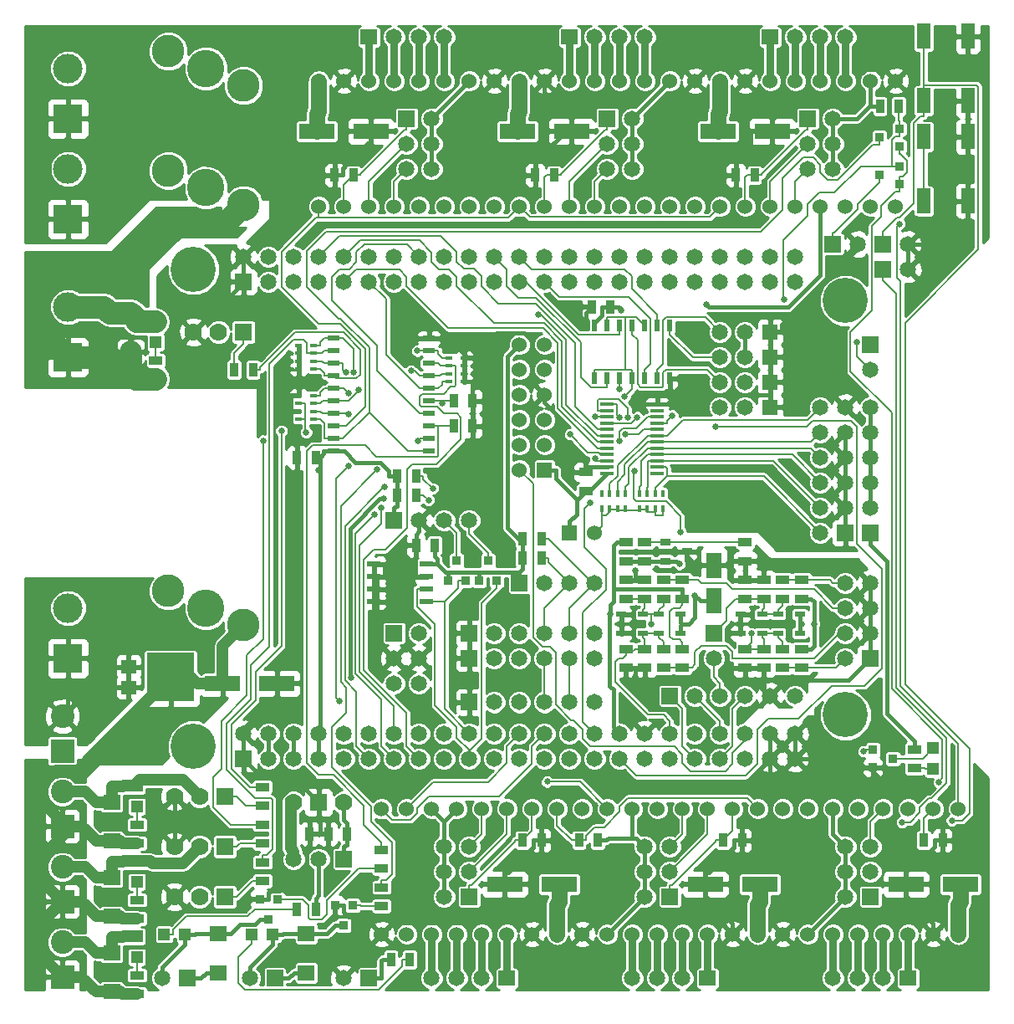
<source format=gtl>
G04 (created by PCBNEW (2013-07-07 BZR 4022)-stable) date 2/16/2014 1:34:46 PM*
%MOIN*%
G04 Gerber Fmt 3.4, Leading zero omitted, Abs format*
%FSLAX34Y34*%
G01*
G70*
G90*
G04 APERTURE LIST*
%ADD10C,0.00590551*%
%ADD11C,0.18*%
%ADD12R,0.065X0.065*%
%ADD13C,0.065*%
%ADD14R,0.035X0.055*%
%ADD15R,0.055X0.035*%
%ADD16C,0.06*%
%ADD17R,0.06X0.06*%
%ADD18R,0.1417X0.063*%
%ADD19C,0.07*%
%ADD20R,0.07X0.07*%
%ADD21R,0.0472X0.0472*%
%ADD22R,0.1181X0.1181*%
%ADD23C,0.1181*%
%ADD24R,0.065X0.06*%
%ADD25R,0.055X0.0984*%
%ADD26R,0.05X0.02*%
%ADD27R,0.02X0.045*%
%ADD28R,0.03X0.017*%
%ADD29C,0.13*%
%ADD30C,0.149*%
%ADD31R,0.036X0.036*%
%ADD32R,0.0657X0.061*%
%ADD33C,0.0944882*%
%ADD34R,0.0944882X0.0944882*%
%ADD35R,0.017X0.03*%
%ADD36R,0.0551X0.0236*%
%ADD37R,0.0394X0.0315*%
%ADD38R,0.0394X0.0236*%
%ADD39R,0.063X0.1024*%
%ADD40R,0.0590551X0.0551*%
%ADD41R,0.188976X0.192913*%
%ADD42R,0.0551X0.0138*%
%ADD43C,0.025*%
%ADD44C,0.016*%
%ADD45C,0.09*%
%ADD46C,0.063*%
%ADD47C,0.045*%
%ADD48C,0.008*%
%ADD49C,0.03*%
%ADD50C,0.01*%
G04 APERTURE END LIST*
G54D10*
G54D11*
X32400Y11750D03*
X6400Y10500D03*
X6400Y29500D03*
X32400Y28250D03*
G54D12*
X8400Y10000D03*
G54D13*
X8400Y11000D03*
X9400Y10000D03*
X9400Y11000D03*
X10400Y10000D03*
X10400Y11000D03*
X11400Y10000D03*
X11400Y11000D03*
X12400Y10000D03*
X12400Y11000D03*
X13400Y10000D03*
X13400Y11000D03*
X14400Y10000D03*
X14400Y11000D03*
X15400Y10000D03*
X15400Y11000D03*
X16400Y10000D03*
X16400Y11000D03*
X17400Y10000D03*
X17400Y11000D03*
X18400Y10000D03*
X18400Y11000D03*
X19400Y10000D03*
X19400Y11000D03*
X20400Y10000D03*
X20400Y11000D03*
X21400Y10000D03*
X21400Y11000D03*
X22400Y10000D03*
X22400Y11000D03*
X23400Y10000D03*
X23400Y11000D03*
X24400Y10000D03*
X24400Y11000D03*
X25400Y10000D03*
X25400Y11000D03*
X26400Y10000D03*
X26400Y11000D03*
X27400Y10000D03*
X27400Y11000D03*
X28400Y10000D03*
X28400Y11000D03*
X29400Y10000D03*
X29400Y11000D03*
X30400Y10000D03*
X30400Y11000D03*
G54D12*
X8400Y29000D03*
G54D13*
X8400Y30000D03*
X9400Y29000D03*
X9400Y30000D03*
X10400Y29000D03*
X10400Y30000D03*
X11400Y29000D03*
X11400Y30000D03*
X12400Y29000D03*
X12400Y30000D03*
X13400Y29000D03*
X13400Y30000D03*
X14400Y29000D03*
X14400Y30000D03*
X15400Y29000D03*
X15400Y30000D03*
X16400Y29000D03*
X16400Y30000D03*
X17400Y29000D03*
X17400Y30000D03*
X18400Y29000D03*
X18400Y30000D03*
X19400Y29000D03*
X19400Y30000D03*
X20400Y29000D03*
X20400Y30000D03*
X21400Y29000D03*
X21400Y30000D03*
X22400Y29000D03*
X22400Y30000D03*
X23400Y29000D03*
X23400Y30000D03*
X24400Y29000D03*
X24400Y30000D03*
X25400Y29000D03*
X25400Y30000D03*
X26400Y29000D03*
X26400Y30000D03*
X27400Y29000D03*
X27400Y30000D03*
X28400Y29000D03*
X28400Y30000D03*
X29400Y29000D03*
X29400Y30000D03*
X30400Y29000D03*
X30400Y30000D03*
G54D14*
X14525Y20500D03*
X15275Y20500D03*
X14525Y21250D03*
X15275Y21250D03*
X35525Y6750D03*
X36275Y6750D03*
X27525Y6750D03*
X28275Y6750D03*
X19525Y6750D03*
X20275Y6750D03*
X20775Y33250D03*
X20025Y33250D03*
X12775Y33250D03*
X12025Y33250D03*
X28775Y33250D03*
X28025Y33250D03*
G54D15*
X35150Y10375D03*
X35150Y9625D03*
X22050Y20675D03*
X22050Y21425D03*
G54D14*
X10275Y7000D03*
X11025Y7000D03*
G54D15*
X25900Y16375D03*
X25900Y17125D03*
X25900Y14375D03*
X25900Y13625D03*
X30650Y14375D03*
X30650Y13625D03*
X4150Y625D03*
X4150Y1375D03*
X4150Y3625D03*
X4150Y4375D03*
X4900Y25125D03*
X4900Y25875D03*
G54D16*
X11400Y32000D03*
X12400Y32000D03*
X13400Y32000D03*
X14400Y32000D03*
X15400Y32000D03*
X16400Y32000D03*
X17400Y32000D03*
X18400Y32000D03*
X18400Y37000D03*
X17400Y37000D03*
X16400Y37000D03*
X15400Y37000D03*
X14400Y37000D03*
X13400Y37000D03*
X12400Y37000D03*
X11400Y37000D03*
X19400Y32000D03*
X20400Y32000D03*
X21400Y32000D03*
X22400Y32000D03*
X23400Y32000D03*
X24400Y32000D03*
X25400Y32000D03*
X26400Y32000D03*
X26400Y37000D03*
X25400Y37000D03*
X24400Y37000D03*
X23400Y37000D03*
X22400Y37000D03*
X21400Y37000D03*
X20400Y37000D03*
X19400Y37000D03*
X27400Y32000D03*
X28400Y32000D03*
X29400Y32000D03*
X30400Y32000D03*
X31400Y32000D03*
X32400Y32000D03*
X33400Y32000D03*
X34400Y32000D03*
X34400Y37000D03*
X33400Y37000D03*
X32400Y37000D03*
X31400Y37000D03*
X30400Y37000D03*
X29400Y37000D03*
X28400Y37000D03*
X27400Y37000D03*
X20900Y8000D03*
X19900Y8000D03*
X18900Y8000D03*
X17900Y8000D03*
X16900Y8000D03*
X15900Y8000D03*
X14900Y8000D03*
X13900Y8000D03*
X13900Y3000D03*
X14900Y3000D03*
X15900Y3000D03*
X16900Y3000D03*
X17900Y3000D03*
X18900Y3000D03*
X19900Y3000D03*
X20900Y3000D03*
X28900Y8000D03*
X27900Y8000D03*
X26900Y8000D03*
X25900Y8000D03*
X24900Y8000D03*
X23900Y8000D03*
X22900Y8000D03*
X21900Y8000D03*
X21900Y3000D03*
X22900Y3000D03*
X23900Y3000D03*
X24900Y3000D03*
X25900Y3000D03*
X26900Y3000D03*
X27900Y3000D03*
X28900Y3000D03*
G54D12*
X14400Y19500D03*
G54D13*
X15400Y19500D03*
X16400Y19500D03*
X17400Y19500D03*
G54D12*
X14900Y35500D03*
G54D13*
X15900Y35500D03*
X14900Y34500D03*
X15900Y34500D03*
X14900Y33500D03*
X15900Y33500D03*
G54D12*
X17400Y4500D03*
G54D13*
X16400Y4500D03*
X17400Y5500D03*
X16400Y5500D03*
X17400Y6500D03*
X16400Y6500D03*
G54D12*
X33400Y4500D03*
G54D13*
X32400Y4500D03*
X33400Y5500D03*
X32400Y5500D03*
X33400Y6500D03*
X32400Y6500D03*
G54D12*
X30900Y35500D03*
G54D13*
X31900Y35500D03*
X30900Y34500D03*
X31900Y34500D03*
X30900Y33500D03*
X31900Y33500D03*
G54D12*
X22900Y35500D03*
G54D13*
X23900Y35500D03*
X22900Y34500D03*
X23900Y34500D03*
X22900Y33500D03*
X23900Y33500D03*
G54D17*
X29400Y25000D03*
G54D13*
X28400Y25000D03*
X27400Y25000D03*
G54D17*
X29400Y24000D03*
G54D13*
X28400Y24000D03*
X27400Y24000D03*
G54D17*
X29400Y26000D03*
G54D13*
X28400Y26000D03*
X27400Y26000D03*
G54D17*
X29400Y27000D03*
G54D13*
X28400Y27000D03*
X27400Y27000D03*
G54D18*
X27317Y35000D03*
X29483Y35000D03*
X7567Y13000D03*
X9733Y13000D03*
X28983Y5000D03*
X26817Y5000D03*
X20983Y5000D03*
X18817Y5000D03*
X19317Y35000D03*
X21483Y35000D03*
X11317Y35000D03*
X13483Y35000D03*
G54D19*
X7400Y27000D03*
X6400Y27000D03*
G54D20*
X8400Y27000D03*
G54D19*
X6650Y6500D03*
X5650Y6500D03*
G54D20*
X7650Y6500D03*
G54D19*
X6650Y4500D03*
X5650Y4500D03*
G54D20*
X7650Y4500D03*
G54D21*
X35900Y9587D03*
X35900Y10413D03*
G54D14*
X33775Y36000D03*
X34525Y36000D03*
G54D19*
X6650Y8500D03*
X5650Y8500D03*
G54D20*
X7650Y8500D03*
G54D15*
X4150Y6625D03*
X4150Y7375D03*
G54D22*
X1400Y35500D03*
G54D23*
X1400Y37500D03*
G54D24*
X13400Y38750D03*
G54D13*
X14400Y38750D03*
X15400Y38750D03*
X16400Y38750D03*
G54D24*
X21400Y38750D03*
G54D13*
X22400Y38750D03*
X23400Y38750D03*
X24400Y38750D03*
G54D24*
X29400Y38750D03*
G54D13*
X30400Y38750D03*
X31400Y38750D03*
X32400Y38750D03*
G54D24*
X18900Y1250D03*
G54D13*
X17900Y1250D03*
X16900Y1250D03*
X15900Y1250D03*
G54D15*
X30650Y16375D03*
X30650Y17125D03*
G54D12*
X33400Y14000D03*
G54D13*
X32400Y14000D03*
X33400Y15000D03*
X32400Y15000D03*
X33400Y16000D03*
X32400Y16000D03*
X33400Y17000D03*
X32400Y17000D03*
G54D15*
X29150Y16375D03*
X29150Y17125D03*
X24400Y16375D03*
X24400Y17125D03*
X29150Y14375D03*
X29150Y13625D03*
X24400Y14375D03*
X24400Y13625D03*
X29900Y17125D03*
X29900Y16375D03*
X25150Y17125D03*
X25150Y16375D03*
X29900Y13625D03*
X29900Y14375D03*
X25150Y13625D03*
X25150Y14375D03*
G54D22*
X1400Y26000D03*
G54D23*
X1400Y28000D03*
G54D22*
X1400Y14000D03*
G54D23*
X1400Y16000D03*
G54D25*
X35514Y34779D03*
X37286Y34779D03*
X35514Y32220D03*
X37286Y32220D03*
G54D14*
X22525Y6750D03*
X21775Y6750D03*
G54D24*
X26900Y1250D03*
G54D13*
X25900Y1250D03*
X24900Y1250D03*
X23900Y1250D03*
G54D24*
X34900Y1250D03*
G54D13*
X33900Y1250D03*
X32900Y1250D03*
X31900Y1250D03*
G54D18*
X36983Y5000D03*
X34817Y5000D03*
G54D16*
X36900Y8000D03*
X35900Y8000D03*
X34900Y8000D03*
X33900Y8000D03*
X32900Y8000D03*
X31900Y8000D03*
X30900Y8000D03*
X29900Y8000D03*
X29900Y3000D03*
X30900Y3000D03*
X31900Y3000D03*
X32900Y3000D03*
X33900Y3000D03*
X34900Y3000D03*
X35900Y3000D03*
X36900Y3000D03*
G54D12*
X25400Y4500D03*
G54D13*
X24400Y4500D03*
X25400Y5500D03*
X24400Y5500D03*
X25400Y6500D03*
X24400Y6500D03*
G54D26*
X12000Y26750D03*
X12000Y26250D03*
X12000Y25750D03*
X12000Y25250D03*
X12000Y24750D03*
X12000Y24250D03*
X12000Y23750D03*
X12000Y23250D03*
X12000Y22750D03*
X12000Y22250D03*
X15800Y22250D03*
X15800Y22750D03*
X15800Y23250D03*
X15800Y23750D03*
X15800Y24250D03*
X15800Y24750D03*
X15800Y25250D03*
X15800Y25750D03*
X15800Y26250D03*
X15800Y26750D03*
G54D27*
X22400Y25150D03*
X22900Y25150D03*
X23400Y25150D03*
X23900Y25150D03*
X24400Y25150D03*
X24900Y25150D03*
X25400Y25150D03*
X25400Y27250D03*
X24900Y27250D03*
X24400Y27250D03*
X23900Y27250D03*
X23400Y27250D03*
X22900Y27250D03*
X22400Y27250D03*
G54D14*
X23025Y28000D03*
X22275Y28000D03*
X11275Y22000D03*
X10525Y22000D03*
X19525Y18000D03*
X20275Y18000D03*
X19525Y18750D03*
X20275Y18750D03*
G54D28*
X11200Y23843D03*
X10600Y23843D03*
X11200Y24157D03*
X10600Y24157D03*
X11200Y23528D03*
X11200Y24472D03*
X10600Y24472D03*
X10600Y23528D03*
X16600Y25657D03*
X17200Y25657D03*
X16600Y25343D03*
X17200Y25343D03*
X16600Y25972D03*
X16600Y25028D03*
X17200Y25028D03*
X17200Y25972D03*
X11200Y25843D03*
X10600Y25843D03*
X11200Y26157D03*
X10600Y26157D03*
X11200Y25528D03*
X11200Y26472D03*
X10600Y26472D03*
X10600Y25528D03*
G54D12*
X17400Y15000D03*
G54D13*
X18400Y15000D03*
X19400Y15000D03*
X20400Y15000D03*
X21400Y15000D03*
X22400Y15000D03*
G54D12*
X19400Y17000D03*
G54D13*
X20400Y17000D03*
X21400Y17000D03*
X22400Y17000D03*
G54D12*
X12400Y6000D03*
G54D13*
X11400Y6000D03*
X10400Y6000D03*
G54D19*
X10400Y8250D03*
G54D20*
X11400Y8250D03*
G54D19*
X12400Y8250D03*
G54D12*
X17400Y14000D03*
G54D13*
X18400Y14000D03*
X19400Y14000D03*
X20400Y14000D03*
X21400Y14000D03*
X22400Y14000D03*
G54D12*
X13400Y1250D03*
G54D13*
X12400Y1250D03*
G54D29*
X5400Y16680D03*
X8400Y15320D03*
G54D30*
X6900Y16000D03*
G54D29*
X5400Y38180D03*
X8400Y36820D03*
G54D30*
X6900Y37500D03*
G54D29*
X5400Y33430D03*
X8400Y32070D03*
G54D30*
X6900Y32750D03*
G54D31*
X12050Y4150D03*
X12750Y4150D03*
X12400Y3350D03*
X9050Y4400D03*
X9750Y4400D03*
X9400Y3600D03*
G54D14*
X14275Y2000D03*
X15025Y2000D03*
X11275Y4000D03*
X10525Y4000D03*
G54D12*
X9650Y1250D03*
G54D13*
X8650Y1250D03*
G54D12*
X6150Y1250D03*
G54D13*
X5150Y1250D03*
G54D32*
X3150Y2274D03*
X3150Y713D03*
G54D14*
X12525Y7000D03*
X11775Y7000D03*
G54D32*
X3900Y27774D03*
X3900Y26213D03*
X3150Y5274D03*
X3150Y3713D03*
X3150Y8274D03*
X3150Y6713D03*
X10900Y3024D03*
X10900Y1463D03*
X7400Y3024D03*
X7400Y1463D03*
G54D17*
X20400Y21500D03*
G54D16*
X19400Y21500D03*
X20400Y22500D03*
X19400Y22500D03*
X20400Y23500D03*
X19400Y23500D03*
X20400Y24500D03*
X19400Y24500D03*
X20400Y25500D03*
X19400Y25500D03*
X20400Y26500D03*
X19400Y26500D03*
G54D12*
X33900Y29500D03*
G54D13*
X34900Y29500D03*
G54D33*
X1175Y2688D03*
G54D34*
X1175Y1311D03*
G54D33*
X1175Y5688D03*
G54D34*
X1175Y4311D03*
G54D33*
X1175Y8688D03*
G54D34*
X1175Y7311D03*
G54D35*
X22993Y19950D03*
X22993Y20550D03*
X23307Y19950D03*
X23307Y20550D03*
X22678Y19950D03*
X23622Y19950D03*
X23622Y20550D03*
X22678Y20550D03*
X24493Y19950D03*
X24493Y20550D03*
X24807Y19950D03*
X24807Y20550D03*
X24178Y19950D03*
X25122Y19950D03*
X25122Y20550D03*
X24178Y20550D03*
G54D17*
X21400Y19000D03*
G54D16*
X22400Y19000D03*
G54D22*
X1400Y31500D03*
G54D23*
X1400Y33500D03*
G54D21*
X4150Y5087D03*
X4150Y5913D03*
X4150Y8087D03*
X4150Y8913D03*
X4150Y2087D03*
X4150Y2913D03*
X4900Y26587D03*
X4900Y27413D03*
X8737Y3000D03*
X9563Y3000D03*
X5237Y3000D03*
X6063Y3000D03*
G54D14*
X16025Y18500D03*
X15275Y18500D03*
X16775Y23250D03*
X17525Y23250D03*
X16775Y24250D03*
X17525Y24250D03*
X8775Y25500D03*
X8025Y25500D03*
G54D15*
X9150Y5875D03*
X9150Y5125D03*
X9150Y8875D03*
X9150Y8125D03*
X9150Y7375D03*
X9150Y6625D03*
G54D36*
X15700Y17750D03*
X13600Y17750D03*
X15700Y17250D03*
X15700Y16750D03*
X15700Y16250D03*
X13600Y17250D03*
X13600Y16750D03*
X13600Y16250D03*
G54D37*
X26083Y18250D03*
X25217Y17875D03*
X25217Y18625D03*
G54D38*
X29083Y15750D03*
X28217Y15750D03*
X30583Y15750D03*
X29717Y15750D03*
X29083Y15000D03*
X28217Y15000D03*
X30583Y15000D03*
X29717Y15000D03*
X25833Y15750D03*
X24967Y15750D03*
X24333Y15750D03*
X23467Y15750D03*
X24333Y15000D03*
X23467Y15000D03*
X25833Y15000D03*
X24967Y15000D03*
G54D15*
X24400Y17875D03*
X24400Y18625D03*
X28400Y18625D03*
X28400Y17875D03*
X23650Y18625D03*
X23650Y17875D03*
X13900Y6375D03*
X13900Y5625D03*
X13900Y4875D03*
X13900Y4125D03*
G54D12*
X27150Y15000D03*
G54D13*
X27150Y14000D03*
G54D39*
X27150Y16291D03*
X27150Y17709D03*
G54D15*
X28400Y14375D03*
X28400Y13625D03*
X23650Y16375D03*
X23650Y17125D03*
X23650Y14375D03*
X23650Y13625D03*
X28400Y16375D03*
X28400Y17125D03*
G54D12*
X33400Y26500D03*
G54D13*
X33400Y25500D03*
G54D12*
X33400Y19000D03*
G54D13*
X33400Y20000D03*
X33400Y21000D03*
X33400Y22000D03*
X33400Y23000D03*
X33400Y24000D03*
G54D12*
X32400Y19000D03*
G54D13*
X31400Y19000D03*
X32400Y20000D03*
X31400Y20000D03*
X32400Y21000D03*
X31400Y21000D03*
X32400Y22000D03*
X31400Y22000D03*
X32400Y23000D03*
X31400Y23000D03*
X32400Y24000D03*
X31400Y24000D03*
G54D40*
X3817Y12841D03*
X3817Y13659D03*
G54D41*
X5491Y13250D03*
G54D31*
X33500Y9650D03*
X33500Y10350D03*
X34300Y10000D03*
G54D42*
X24900Y21375D03*
X24900Y21625D03*
X24900Y21875D03*
X24900Y22125D03*
X24900Y22375D03*
X24900Y22625D03*
X24900Y22875D03*
X24900Y23125D03*
X24900Y23375D03*
X24900Y23625D03*
X24900Y23875D03*
X24900Y24125D03*
X22900Y24125D03*
X22900Y23875D03*
X22900Y23625D03*
X22900Y23375D03*
X22900Y23125D03*
X22900Y22875D03*
X22900Y22625D03*
X22900Y22375D03*
X22900Y22125D03*
X22900Y21875D03*
X22900Y21625D03*
X22900Y21375D03*
G54D25*
X35514Y38779D03*
X37286Y38779D03*
X35514Y36220D03*
X37286Y36220D03*
G54D31*
X34550Y33600D03*
X34550Y32900D03*
X33750Y33250D03*
X34550Y35100D03*
X34550Y34400D03*
X33750Y34750D03*
X18500Y17100D03*
X17800Y17100D03*
X18150Y17900D03*
X17250Y17100D03*
X16550Y17100D03*
X16900Y17900D03*
G54D12*
X33900Y30500D03*
G54D13*
X34900Y30500D03*
G54D12*
X14400Y15000D03*
G54D13*
X15400Y15000D03*
X14400Y14000D03*
X15400Y14000D03*
X14400Y13000D03*
X15400Y13000D03*
G54D12*
X17400Y12250D03*
G54D13*
X18400Y12250D03*
X19400Y12250D03*
X20400Y12250D03*
X21400Y12250D03*
X22400Y12250D03*
G54D12*
X25400Y12500D03*
G54D13*
X26400Y12500D03*
X27400Y12500D03*
X28400Y12500D03*
X29400Y12500D03*
X30400Y12500D03*
G54D12*
X31900Y30500D03*
G54D13*
X32900Y30500D03*
G54D33*
X1175Y11688D03*
G54D34*
X1175Y10311D03*
G54D43*
X34544Y31304D03*
X34653Y7473D03*
X28150Y15375D03*
X26400Y17750D03*
X24025Y13250D03*
X24025Y17500D03*
X23400Y15375D03*
X23025Y15750D03*
X31150Y15375D03*
X15344Y22655D03*
X13899Y19987D03*
X26838Y28106D03*
X22047Y27485D03*
X20504Y9083D03*
X12996Y24681D03*
X23601Y24432D03*
X29942Y28286D03*
X32857Y26610D03*
X12802Y25398D03*
X9171Y22670D03*
X15331Y26252D03*
X12472Y25405D03*
X9910Y23063D03*
X15071Y25466D03*
X12572Y24577D03*
X13727Y21520D03*
X16325Y24156D03*
X12589Y23723D03*
X12589Y21654D03*
X12234Y12308D03*
X33114Y10290D03*
X36121Y9077D03*
X24098Y23603D03*
X25820Y19029D03*
X23998Y21460D03*
X23625Y22929D03*
X23723Y23603D03*
X22204Y20179D03*
X23382Y22674D03*
X30650Y15375D03*
X25774Y17750D03*
X26400Y16500D03*
X36644Y7539D03*
X22413Y23626D03*
X27228Y23242D03*
X25501Y23675D03*
X15945Y20768D03*
X15775Y20294D03*
X23400Y24719D03*
X23387Y23609D03*
X11400Y21500D03*
X10900Y23000D03*
X23445Y27845D03*
X28650Y15000D03*
X24650Y15375D03*
X12688Y13224D03*
X13986Y20346D03*
X20139Y27703D03*
X22414Y21945D03*
X14031Y20827D03*
X21404Y22920D03*
X13624Y19724D03*
G54D44*
X11400Y4560D02*
X11275Y4435D01*
X11400Y6000D02*
X11400Y4560D01*
X11275Y4000D02*
X11275Y4435D01*
X6698Y1250D02*
X6911Y1462D01*
X6150Y1250D02*
X6698Y1250D01*
X7400Y1462D02*
X6911Y1462D01*
X10198Y1250D02*
X10411Y1462D01*
X9650Y1250D02*
X10198Y1250D01*
X10900Y1462D02*
X10411Y1462D01*
X13885Y1945D02*
X13939Y2000D01*
X13885Y1250D02*
X13885Y1945D01*
X13400Y1250D02*
X13885Y1250D01*
X14275Y2000D02*
X13939Y2000D01*
G54D45*
X4094Y25182D02*
X4094Y25125D01*
X3900Y25377D02*
X4094Y25182D01*
X4900Y25125D02*
X4094Y25125D01*
X269Y27130D02*
X1400Y26000D01*
X269Y28477D02*
X269Y27130D01*
X1540Y29748D02*
X269Y28477D01*
X3757Y29748D02*
X1540Y29748D01*
X5322Y31314D02*
X3757Y29748D01*
X7644Y31314D02*
X5322Y31314D01*
X8400Y32070D02*
X7644Y31314D01*
X3900Y26212D02*
X3900Y25795D01*
X3900Y25795D02*
X3900Y25377D01*
X2725Y25795D02*
X2520Y26000D01*
X3900Y25795D02*
X2725Y25795D01*
X1400Y26000D02*
X2520Y26000D01*
G54D46*
X20900Y4206D02*
X20982Y4289D01*
X20900Y3000D02*
X20900Y4206D01*
X20982Y5000D02*
X20982Y4289D01*
X36900Y4206D02*
X36900Y3000D01*
X36982Y4289D02*
X36900Y4206D01*
X36982Y5000D02*
X36982Y4289D01*
X11400Y35793D02*
X11400Y37000D01*
X11317Y35710D02*
X11400Y35793D01*
X11317Y35000D02*
X11317Y35710D01*
X28900Y4206D02*
X28982Y4289D01*
X28900Y3000D02*
X28900Y4206D01*
X28982Y5000D02*
X28982Y4289D01*
X27400Y35793D02*
X27317Y35710D01*
X27400Y37000D02*
X27400Y35793D01*
X27317Y35000D02*
X27317Y35710D01*
X19400Y35793D02*
X19317Y35710D01*
X19400Y37000D02*
X19400Y35793D01*
X19317Y35000D02*
X19317Y35710D01*
G54D47*
X1175Y4311D02*
X150Y3285D01*
X150Y2336D02*
X1175Y1311D01*
X150Y3285D02*
X150Y2336D01*
X7567Y13000D02*
X6553Y13000D01*
X4150Y6625D02*
X3569Y6625D01*
X3481Y3712D02*
X3569Y3625D01*
X3150Y3712D02*
X3481Y3712D01*
X4150Y3625D02*
X3569Y3625D01*
X3481Y712D02*
X3569Y625D01*
X1175Y1311D02*
X1953Y1311D01*
X3150Y712D02*
X2516Y712D01*
X1953Y1311D02*
X1953Y1276D01*
X1953Y1276D02*
X2516Y712D01*
X4150Y625D02*
X3569Y625D01*
X3150Y712D02*
X3481Y712D01*
X7567Y13000D02*
X7567Y13620D01*
X3481Y6712D02*
X3150Y6712D01*
X3569Y6625D02*
X3481Y6712D01*
X2516Y6747D02*
X1953Y7311D01*
X2516Y6712D02*
X2516Y6747D01*
X3150Y6712D02*
X2516Y6712D01*
X1564Y7311D02*
X1953Y7311D01*
X6303Y13250D02*
X6553Y13000D01*
X5490Y13250D02*
X6303Y13250D01*
X1370Y7311D02*
X1369Y7311D01*
X1175Y7311D02*
X1369Y7311D01*
X1370Y7311D02*
X1564Y7311D01*
X1774Y9533D02*
X5490Y13250D01*
X917Y9533D02*
X1774Y9533D01*
X369Y8985D02*
X917Y9533D01*
X369Y8311D02*
X369Y8985D01*
X1369Y7311D02*
X369Y8311D01*
X396Y5090D02*
X1175Y4311D01*
X396Y6143D02*
X396Y5090D01*
X1564Y7311D02*
X396Y6143D01*
X2516Y3747D02*
X2516Y3712D01*
X1953Y4311D02*
X2516Y3747D01*
X1175Y4311D02*
X1953Y4311D01*
X3150Y3712D02*
X2516Y3712D01*
X10275Y8125D02*
X10275Y7000D01*
X10400Y8250D02*
X10275Y8125D01*
X10400Y6294D02*
X10400Y6000D01*
X10275Y6419D02*
X10400Y6294D01*
X10275Y7000D02*
X10275Y6419D01*
X7567Y14487D02*
X7567Y13620D01*
X8400Y15320D02*
X7567Y14487D01*
G54D48*
X22070Y6934D02*
X22070Y6750D01*
X22394Y7258D02*
X22070Y6934D01*
X22775Y7258D02*
X22394Y7258D01*
X23400Y7883D02*
X22775Y7258D01*
X23400Y8094D02*
X23400Y7883D01*
X23727Y8422D02*
X23400Y8094D01*
X28477Y8422D02*
X23727Y8422D01*
X28900Y8000D02*
X28477Y8422D01*
X21775Y6750D02*
X22070Y6750D01*
X20900Y7329D02*
X21479Y6750D01*
X20900Y8000D02*
X20900Y7329D01*
X21775Y6750D02*
X21479Y6750D01*
X34454Y31215D02*
X34544Y31304D01*
X34454Y29171D02*
X34454Y31215D01*
X34593Y29033D02*
X34454Y29171D01*
X34593Y12904D02*
X34593Y29033D01*
X36900Y10597D02*
X34593Y12904D01*
X36900Y8000D02*
X36900Y10597D01*
X26978Y31578D02*
X27400Y32000D01*
X19821Y31578D02*
X26978Y31578D01*
X19400Y32000D02*
X19821Y31578D01*
X18965Y31565D02*
X19400Y32000D01*
X11400Y31565D02*
X18965Y31565D01*
X11400Y31565D02*
X11400Y32000D01*
X11278Y31565D02*
X11400Y31565D01*
X9921Y30208D02*
X11278Y31565D01*
X9921Y28803D02*
X9921Y30208D01*
X11399Y27326D02*
X9921Y28803D01*
X12259Y27326D02*
X11399Y27326D01*
X13241Y26344D02*
X12259Y27326D01*
X13241Y24016D02*
X13241Y26344D01*
X12474Y23250D02*
X13241Y24016D01*
X12000Y23250D02*
X12474Y23250D01*
X11629Y23368D02*
X11470Y23527D01*
X11629Y22750D02*
X11629Y23368D01*
X12000Y22750D02*
X11629Y22750D01*
X11200Y23527D02*
X11470Y23527D01*
X12000Y22750D02*
X12370Y22750D01*
X33750Y34750D02*
X33750Y34449D01*
X14947Y22250D02*
X15800Y22250D01*
X13408Y23788D02*
X14947Y22250D01*
X12370Y22750D02*
X13408Y23788D01*
X33495Y34449D02*
X33750Y34449D01*
X32099Y33054D02*
X33495Y34449D01*
X31702Y33054D02*
X32099Y33054D01*
X31400Y33356D02*
X31702Y33054D01*
X31400Y33656D02*
X31400Y33356D01*
X31111Y33945D02*
X31400Y33656D01*
X30708Y33945D02*
X31111Y33945D01*
X29900Y33136D02*
X30708Y33945D01*
X29900Y31871D02*
X29900Y33136D01*
X29020Y30991D02*
X29900Y31871D01*
X11683Y30991D02*
X29020Y30991D01*
X10920Y30228D02*
X11683Y30991D01*
X10920Y28806D02*
X10920Y30228D01*
X12184Y27542D02*
X10920Y28806D01*
X12268Y27542D02*
X12184Y27542D01*
X13408Y26403D02*
X12268Y27542D01*
X13408Y23788D02*
X13408Y26403D01*
G54D44*
X8650Y1690D02*
X8650Y1250D01*
X9562Y2603D02*
X8650Y1690D01*
X9562Y3000D02*
X9562Y2603D01*
X9562Y3000D02*
X9959Y3000D01*
X9983Y3024D02*
X10900Y3024D01*
X9959Y3000D02*
X9983Y3024D01*
X11733Y3024D02*
X12059Y3350D01*
X10900Y3024D02*
X11733Y3024D01*
X12400Y3350D02*
X12059Y3350D01*
X5150Y1690D02*
X5150Y1250D01*
X6062Y2603D02*
X5150Y1690D01*
X6062Y3000D02*
X6062Y2603D01*
X6062Y3000D02*
X6459Y3000D01*
X6483Y3024D02*
X7400Y3024D01*
X6459Y3000D02*
X6483Y3024D01*
X8857Y3397D02*
X9059Y3600D01*
X8262Y3397D02*
X8857Y3397D01*
X7888Y3024D02*
X8262Y3397D01*
X7400Y3024D02*
X7888Y3024D01*
X9400Y3600D02*
X9059Y3600D01*
G54D45*
X4900Y27412D02*
X4133Y27412D01*
X4133Y27540D02*
X3900Y27774D01*
X4133Y27412D02*
X4133Y27540D01*
X2815Y28000D02*
X3041Y27774D01*
X1400Y28000D02*
X2815Y28000D01*
X3900Y27774D02*
X3041Y27774D01*
G54D47*
X2101Y2688D02*
X2516Y2274D01*
X1175Y2688D02*
X2101Y2688D01*
X3150Y2274D02*
X2516Y2274D01*
X3580Y2884D02*
X3150Y2884D01*
X3608Y2912D02*
X3580Y2884D01*
X4150Y2912D02*
X3608Y2912D01*
X3150Y2274D02*
X3150Y2884D01*
X3580Y5884D02*
X3150Y5884D01*
X3608Y5912D02*
X3580Y5884D01*
X3150Y5274D02*
X3150Y5884D01*
X2101Y5688D02*
X2516Y5274D01*
X1175Y5688D02*
X2101Y5688D01*
X3150Y5274D02*
X2516Y5274D01*
X3879Y5912D02*
X3608Y5912D01*
X3879Y5912D02*
X4150Y5912D01*
X5988Y5838D02*
X6650Y6500D01*
X4765Y5838D02*
X5988Y5838D01*
X4691Y5912D02*
X4765Y5838D01*
X4150Y5912D02*
X4691Y5912D01*
X2101Y8688D02*
X2516Y8274D01*
X1175Y8688D02*
X2101Y8688D01*
X3150Y8274D02*
X2516Y8274D01*
X3580Y8884D02*
X3150Y8884D01*
X3608Y8912D02*
X3580Y8884D01*
X3150Y8274D02*
X3150Y8884D01*
X4150Y8912D02*
X4013Y8912D01*
X4013Y8912D02*
X3608Y8912D01*
X5984Y9165D02*
X6650Y8500D01*
X4265Y9165D02*
X5984Y9165D01*
X4013Y8912D02*
X4265Y9165D01*
G54D44*
X12400Y7560D02*
X12525Y7435D01*
X12400Y8250D02*
X12400Y7560D01*
X12525Y7000D02*
X12525Y7435D01*
X12479Y6564D02*
X12525Y6564D01*
X12400Y6485D02*
X12479Y6564D01*
X12400Y6000D02*
X12400Y6485D01*
X12525Y7000D02*
X12525Y6564D01*
G54D48*
X35514Y32220D02*
X35514Y34779D01*
X33900Y29500D02*
X33900Y29054D01*
X34993Y7473D02*
X34653Y7473D01*
X35364Y7845D02*
X34993Y7473D01*
X35364Y8063D02*
X35364Y7845D01*
X35721Y8420D02*
X35364Y8063D01*
X35825Y8420D02*
X35721Y8420D01*
X36432Y9026D02*
X35825Y8420D01*
X36432Y10839D02*
X36432Y9026D01*
X34426Y12844D02*
X36432Y10839D01*
X34426Y28528D02*
X34426Y12844D01*
X33900Y29054D02*
X34426Y28528D01*
G54D49*
X32900Y1250D02*
X32900Y3000D01*
X31900Y1250D02*
X31900Y3000D01*
X33900Y1250D02*
X33900Y3000D01*
X34900Y1250D02*
X34900Y3000D01*
X24900Y1250D02*
X24900Y3000D01*
X23900Y1250D02*
X23900Y3000D01*
X25900Y1250D02*
X25900Y3000D01*
X26900Y1250D02*
X26900Y3000D01*
X16900Y1250D02*
X16900Y3000D01*
X15900Y1250D02*
X15900Y3000D01*
X17900Y1250D02*
X17900Y3000D01*
X18900Y1250D02*
X18900Y3000D01*
X15400Y38750D02*
X15400Y37000D01*
X16400Y38750D02*
X16400Y37000D01*
X14400Y38750D02*
X14400Y37000D01*
X13400Y38750D02*
X13400Y37000D01*
X23400Y38750D02*
X23400Y37000D01*
X24400Y38750D02*
X24400Y37000D01*
X22400Y38750D02*
X22400Y37000D01*
X21400Y38750D02*
X21400Y37000D01*
X31400Y38750D02*
X31400Y37000D01*
X32400Y38750D02*
X32400Y37000D01*
X30400Y38750D02*
X30400Y37000D01*
X29400Y38750D02*
X29400Y37000D01*
G54D44*
X30025Y13125D02*
X29400Y12500D01*
X32525Y13125D02*
X30025Y13125D01*
X33400Y14000D02*
X32525Y13125D01*
X32525Y17875D02*
X28400Y17875D01*
X33400Y17000D02*
X32525Y17875D01*
X27774Y17875D02*
X28400Y17875D01*
X27650Y17750D02*
X27774Y17875D01*
X27609Y17709D02*
X27650Y17750D01*
X27150Y17709D02*
X27609Y17709D01*
X26440Y17709D02*
X27150Y17709D01*
X26400Y17750D02*
X26440Y17709D01*
X24025Y13625D02*
X24025Y13250D01*
X24025Y17125D02*
X24025Y17500D01*
X28400Y17125D02*
X28400Y17875D01*
X28400Y17125D02*
X29150Y17125D01*
X23650Y17125D02*
X24025Y17125D01*
X24025Y17125D02*
X24400Y17125D01*
X29150Y12750D02*
X29400Y12500D01*
X29150Y13625D02*
X29150Y12750D01*
X33400Y17000D02*
X33400Y16000D01*
X33400Y16000D02*
X33400Y15000D01*
X33400Y15000D02*
X33400Y14000D01*
X23466Y15000D02*
X23466Y15154D01*
X23466Y15307D02*
X23400Y15375D01*
X23466Y15154D02*
X23466Y15307D01*
X23467Y15153D02*
X23467Y15000D01*
X23466Y15154D02*
X23467Y15153D01*
X23466Y15442D02*
X23466Y15596D01*
X23400Y15375D02*
X23466Y15442D01*
X23466Y15596D02*
X23466Y15750D01*
X23467Y15596D02*
X23467Y15750D01*
X23466Y15596D02*
X23467Y15596D01*
X28216Y15000D02*
X28216Y15154D01*
X28216Y15307D02*
X28150Y15375D01*
X28216Y15154D02*
X28216Y15307D01*
X28217Y15153D02*
X28217Y15000D01*
X28216Y15154D02*
X28217Y15153D01*
X28216Y15442D02*
X28216Y15596D01*
X28150Y15375D02*
X28216Y15442D01*
X28216Y15596D02*
X28216Y15750D01*
X28217Y15596D02*
X28217Y15750D01*
X28216Y15596D02*
X28217Y15596D01*
X26083Y18250D02*
X26083Y18158D01*
X26083Y18067D02*
X26400Y17750D01*
X26083Y18158D02*
X26083Y18067D01*
X26082Y18158D02*
X26082Y18250D01*
X26083Y18158D02*
X26082Y18158D01*
X28400Y13625D02*
X28400Y13625D01*
X29150Y13625D02*
X29150Y13625D01*
X28400Y13625D02*
X29150Y13625D01*
X28400Y13625D02*
X28400Y13625D01*
X24025Y13625D02*
X24399Y13625D01*
X24399Y13625D02*
X24400Y13625D01*
X24399Y13625D02*
X24400Y13625D01*
X23650Y13625D02*
X23650Y13625D01*
X23650Y13625D02*
X24025Y13625D01*
X23650Y13625D02*
X23650Y13625D01*
X23025Y15750D02*
X23000Y15724D01*
X23000Y15724D02*
X23000Y12900D01*
X31025Y14375D02*
X30650Y14375D01*
X31150Y14500D02*
X31025Y14375D01*
X31150Y15375D02*
X31150Y14500D01*
X31150Y16250D02*
X31150Y15375D01*
X31025Y16375D02*
X31150Y16250D01*
X30650Y16375D02*
X31025Y16375D01*
G54D48*
X25900Y14625D02*
X25900Y14375D01*
X25774Y14750D02*
X25900Y14625D01*
X25525Y14750D02*
X25774Y14750D01*
X25400Y14875D02*
X25525Y14750D01*
X25400Y15875D02*
X25400Y14875D01*
X25525Y16000D02*
X25400Y15875D01*
X25774Y16000D02*
X25525Y16000D01*
X25900Y16125D02*
X25774Y16000D01*
X25900Y16375D02*
X25900Y16125D01*
G54D44*
X25900Y16750D02*
X23150Y16750D01*
X25900Y16375D02*
X25900Y16750D01*
X23150Y11250D02*
X23400Y11000D01*
X23000Y12900D02*
X23150Y12750D01*
X23150Y12750D02*
X23150Y11250D01*
X23000Y12900D02*
X23000Y12900D01*
X23000Y12900D02*
X23000Y12900D01*
X23150Y18500D02*
X23150Y16750D01*
X23274Y18625D02*
X23150Y18500D01*
X23650Y18625D02*
X23274Y18625D01*
X23025Y16125D02*
X23025Y15750D01*
X23150Y16250D02*
X23025Y16125D01*
X23150Y16750D02*
X23150Y16250D01*
G54D48*
X27900Y12000D02*
X28400Y12500D01*
X27900Y10500D02*
X27900Y12000D01*
X27400Y10000D02*
X27900Y10500D01*
X27400Y11500D02*
X26400Y12500D01*
X27400Y11000D02*
X27400Y11500D01*
X25900Y12000D02*
X25400Y12500D01*
X25900Y10500D02*
X25900Y12000D01*
X26400Y10000D02*
X25900Y10500D01*
X27400Y13000D02*
X27400Y12500D01*
X27150Y13250D02*
X27400Y13000D01*
X27150Y14000D02*
X27150Y13250D01*
X15800Y22750D02*
X15429Y22750D01*
X15429Y22740D02*
X15344Y22655D01*
X15429Y22750D02*
X15429Y22740D01*
X13899Y19364D02*
X13899Y19987D01*
X13028Y18492D02*
X13899Y19364D01*
X13028Y13457D02*
X13028Y18492D01*
X14400Y12086D02*
X13028Y13457D01*
X14400Y11000D02*
X14400Y12086D01*
G54D44*
X16400Y7500D02*
X15900Y8000D01*
X16400Y6500D02*
X16400Y7500D01*
X16400Y7500D02*
X16900Y8000D01*
X15700Y17750D02*
X16135Y17750D01*
X16025Y18500D02*
X16025Y18064D01*
X31900Y33500D02*
X31900Y34500D01*
X32400Y5500D02*
X32400Y4500D01*
X32400Y6500D02*
X32400Y5500D01*
X31900Y7000D02*
X31900Y8000D01*
X32400Y6500D02*
X31900Y7000D01*
X16400Y5500D02*
X16400Y4500D01*
X16400Y6500D02*
X16400Y5500D01*
X30900Y3000D02*
X32400Y4500D01*
X22900Y3000D02*
X24400Y4500D01*
X33775Y36000D02*
X33439Y36000D01*
X33400Y37000D02*
X33400Y36039D01*
X33400Y36039D02*
X33439Y36000D01*
X32860Y35500D02*
X33400Y36039D01*
X31900Y35500D02*
X32860Y35500D01*
X9400Y11000D02*
X9400Y10000D01*
X16135Y17954D02*
X16025Y18064D01*
X16135Y17750D02*
X16135Y17954D01*
X19400Y17000D02*
X19400Y17402D01*
X19525Y18000D02*
X19525Y17564D01*
X19525Y18750D02*
X19357Y18750D01*
X23900Y34500D02*
X23900Y33500D01*
X31900Y35500D02*
X31900Y34500D01*
X15900Y33500D02*
X15900Y34500D01*
X15900Y34500D02*
X15900Y35500D01*
X16445Y17440D02*
X16135Y17750D01*
X16550Y17440D02*
X16445Y17440D01*
X16550Y17100D02*
X16550Y17440D01*
X17800Y17440D02*
X16550Y17440D01*
X17800Y17100D02*
X17800Y17380D01*
X17800Y17380D02*
X17800Y17440D01*
X17800Y17440D02*
X19400Y17440D01*
X19400Y17402D02*
X19400Y17440D01*
X19524Y17564D02*
X19525Y17564D01*
X19400Y17440D02*
X19524Y17564D01*
X19525Y18582D02*
X19357Y18750D01*
X19525Y18000D02*
X19525Y18582D01*
X18922Y26022D02*
X19400Y26500D01*
X18922Y19185D02*
X18922Y26022D01*
X19357Y18750D02*
X18922Y19185D01*
X23900Y35500D02*
X23900Y34500D01*
X23900Y35500D02*
X25400Y37000D01*
X15900Y35500D02*
X17400Y37000D01*
X24400Y5500D02*
X24400Y4500D01*
X24400Y6500D02*
X24400Y5500D01*
X22525Y6750D02*
X22860Y6750D01*
X23900Y8000D02*
X23900Y6839D01*
X24060Y6839D02*
X23900Y6839D01*
X24400Y6500D02*
X24060Y6839D01*
X22949Y6839D02*
X22860Y6750D01*
X23900Y6839D02*
X22949Y6839D01*
X31400Y29247D02*
X31400Y32000D01*
X30134Y27982D02*
X31400Y29247D01*
X26961Y27982D02*
X30134Y27982D01*
X26838Y28106D02*
X26961Y27982D01*
X3817Y13659D02*
X3817Y12840D01*
X1400Y14000D02*
X2150Y14000D01*
X2491Y13659D02*
X2150Y14000D01*
X3817Y13659D02*
X2491Y13659D01*
X32400Y23000D02*
X32400Y22000D01*
X32400Y22000D02*
X32400Y21000D01*
X32400Y21000D02*
X32400Y20000D01*
X32400Y20000D02*
X32400Y19000D01*
X1400Y11913D02*
X1400Y14000D01*
X1175Y11688D02*
X1400Y11913D01*
X10910Y6450D02*
X11025Y6564D01*
X10910Y5817D02*
X10910Y6450D01*
X9832Y4740D02*
X10910Y5817D01*
X9475Y4740D02*
X9832Y4740D01*
X9390Y4655D02*
X9475Y4740D01*
X9390Y4400D02*
X9390Y4655D01*
X9050Y4400D02*
X9390Y4400D01*
X11025Y7000D02*
X11025Y6564D01*
X17400Y12250D02*
X17400Y14000D01*
X17400Y14000D02*
X17400Y15000D01*
X10600Y26472D02*
X10600Y26157D01*
X10600Y26157D02*
X10600Y25842D01*
X37285Y36220D02*
X37285Y34779D01*
X649Y33998D02*
X1400Y34749D01*
X649Y33001D02*
X649Y33998D01*
X1400Y32250D02*
X649Y33001D01*
X1400Y31500D02*
X1400Y32250D01*
X1400Y35500D02*
X1400Y34749D01*
X5650Y8500D02*
X5650Y6500D01*
X8278Y3968D02*
X8709Y4400D01*
X6181Y3968D02*
X8278Y3968D01*
X5650Y4500D02*
X6181Y3968D01*
X9050Y4400D02*
X8709Y4400D01*
X35900Y3441D02*
X35900Y3000D01*
X34817Y4524D02*
X35900Y3441D01*
X34817Y5000D02*
X34817Y4524D01*
X36275Y6750D02*
X35939Y6750D01*
X29400Y11000D02*
X29400Y10000D01*
X9732Y12762D02*
X9732Y12524D01*
X8400Y29000D02*
X8400Y28775D01*
X13482Y35000D02*
X13482Y34524D01*
X13345Y34524D02*
X13482Y34524D01*
X12360Y33539D02*
X13345Y34524D01*
X12360Y33250D02*
X12360Y33539D01*
X12025Y33250D02*
X12360Y33250D01*
X13482Y35917D02*
X13482Y35000D01*
X12400Y37000D02*
X13482Y35917D01*
X13600Y16250D02*
X13708Y16250D01*
X17200Y25972D02*
X17200Y25657D01*
X27939Y6460D02*
X27939Y6750D01*
X26954Y5475D02*
X27939Y6460D01*
X26817Y5475D02*
X26954Y5475D01*
X26817Y5000D02*
X26817Y5475D01*
X13708Y16750D02*
X13708Y17250D01*
X13600Y17250D02*
X13708Y17250D01*
X13708Y17250D02*
X14035Y17250D01*
X13600Y17750D02*
X14035Y17750D01*
X13600Y16750D02*
X13657Y16750D01*
X13657Y16750D02*
X13708Y16750D01*
X13708Y16750D02*
X13708Y16250D01*
X17200Y25657D02*
X17200Y25342D01*
X19939Y6460D02*
X19939Y6750D01*
X18954Y5475D02*
X19939Y6460D01*
X18817Y5475D02*
X18954Y5475D01*
X18817Y5000D02*
X18817Y5475D01*
X20275Y6750D02*
X19939Y6750D01*
X20400Y36558D02*
X21482Y35475D01*
X20400Y37000D02*
X20400Y36558D01*
X21482Y35000D02*
X21482Y35237D01*
X21482Y35237D02*
X21482Y35475D01*
X20025Y33779D02*
X20025Y33250D01*
X21482Y35237D02*
X20025Y33779D01*
X27900Y3441D02*
X26817Y4524D01*
X27900Y3000D02*
X27900Y3441D01*
X26817Y5000D02*
X26817Y4524D01*
X37285Y32220D02*
X37285Y34779D01*
X12050Y4150D02*
X12390Y4150D01*
X15275Y18500D02*
X15275Y18064D01*
X15700Y17250D02*
X15264Y17250D01*
X14035Y17420D02*
X15264Y17420D01*
X15264Y18054D02*
X15264Y17420D01*
X15275Y18064D02*
X15264Y18054D01*
X15264Y17420D02*
X15264Y17250D01*
X14035Y17750D02*
X14035Y17420D01*
X14035Y17420D02*
X14035Y17250D01*
X11775Y7000D02*
X11439Y7000D01*
X11439Y7700D02*
X11439Y7000D01*
X11400Y7739D02*
X11439Y7700D01*
X11439Y7000D02*
X11025Y7000D01*
X11400Y8250D02*
X11400Y7739D01*
X12390Y3894D02*
X12390Y4150D01*
X12594Y3690D02*
X12390Y3894D01*
X13209Y3690D02*
X12594Y3690D01*
X13900Y3000D02*
X13209Y3690D01*
X18817Y5000D02*
X18817Y4524D01*
X17752Y3460D02*
X18817Y4524D01*
X14360Y3460D02*
X17752Y3460D01*
X13900Y3000D02*
X14360Y3460D01*
X18817Y4082D02*
X18817Y4524D01*
X19900Y3000D02*
X18817Y4082D01*
X28202Y6750D02*
X27939Y6750D01*
X28202Y6750D02*
X28275Y6750D01*
X29400Y7539D02*
X29400Y10000D01*
X28610Y6750D02*
X29400Y7539D01*
X28275Y6750D02*
X28610Y6750D01*
X28025Y33250D02*
X28025Y33685D01*
X28614Y34274D02*
X28025Y33685D01*
X28614Y35000D02*
X28614Y34274D01*
X29482Y35000D02*
X28614Y35000D01*
X29400Y26000D02*
X29400Y27000D01*
X32900Y30343D02*
X32900Y30500D01*
X29860Y27303D02*
X32900Y30343D01*
X29860Y27000D02*
X29860Y27303D01*
X29400Y27000D02*
X29860Y27000D01*
X11650Y33250D02*
X8400Y30000D01*
X12025Y33250D02*
X11650Y33250D01*
X8400Y30000D02*
X8400Y29000D01*
X10600Y23842D02*
X10289Y23842D01*
X10600Y24472D02*
X10289Y24472D01*
X10289Y24472D02*
X10289Y23842D01*
X10289Y22670D02*
X10525Y22435D01*
X10289Y23842D02*
X10289Y22670D01*
X10525Y22000D02*
X10525Y22435D01*
X29482Y35000D02*
X29482Y35475D01*
X30400Y11000D02*
X30400Y10000D01*
X32809Y10000D02*
X33159Y9650D01*
X30400Y10000D02*
X32809Y10000D01*
X22047Y27772D02*
X22047Y27485D01*
X22275Y28000D02*
X22047Y27772D01*
X33500Y9650D02*
X33329Y9650D01*
X33329Y9650D02*
X33159Y9650D01*
X34817Y5000D02*
X34817Y5475D01*
X34817Y6297D02*
X34817Y5475D01*
X35939Y6479D02*
X35939Y6750D01*
X35757Y6297D02*
X35939Y6479D01*
X34817Y6297D02*
X35757Y6297D01*
X34360Y6754D02*
X34817Y6297D01*
X34360Y8619D02*
X34360Y6754D01*
X33329Y9650D02*
X34360Y8619D01*
X10600Y25842D02*
X10600Y25527D01*
X10600Y25527D02*
X10600Y24472D01*
X29703Y35696D02*
X29482Y35475D01*
X28400Y37000D02*
X29703Y35696D01*
X33931Y37468D02*
X34400Y37000D01*
X33217Y37468D02*
X33931Y37468D01*
X32900Y37150D02*
X33217Y37468D01*
X32900Y36819D02*
X32900Y37150D01*
X32427Y36347D02*
X32900Y36819D01*
X30355Y36347D02*
X32427Y36347D01*
X29703Y35696D02*
X30355Y36347D01*
X13708Y14691D02*
X13708Y16250D01*
X14400Y14000D02*
X13708Y14691D01*
X17525Y24250D02*
X17525Y23250D01*
X22050Y21425D02*
X22050Y21627D01*
X22050Y21627D02*
X22050Y21760D01*
X22461Y21627D02*
X22464Y21625D01*
X22050Y21627D02*
X22461Y21627D01*
X22900Y21625D02*
X22464Y21625D01*
X29400Y25000D02*
X29400Y26000D01*
X8175Y28775D02*
X8400Y28775D01*
X6400Y27000D02*
X8175Y28775D01*
X9732Y12762D02*
X9732Y13000D01*
X10525Y14267D02*
X10525Y22000D01*
X9732Y13475D02*
X10525Y14267D01*
X9732Y13000D02*
X9732Y13475D01*
X29400Y24000D02*
X29400Y24500D01*
X29400Y24500D02*
X29400Y25000D01*
X25400Y25150D02*
X25400Y24764D01*
X37285Y32220D02*
X37285Y31567D01*
X34900Y30500D02*
X34900Y29500D01*
X36218Y30500D02*
X37285Y31567D01*
X34900Y30500D02*
X36218Y30500D01*
X15275Y18500D02*
X15275Y18935D01*
X17525Y21625D02*
X15400Y19500D01*
X17525Y23250D02*
X17525Y21625D01*
X15400Y19060D02*
X15275Y18935D01*
X15400Y19500D02*
X15400Y19060D01*
X17200Y25342D02*
X17200Y25027D01*
X17510Y24700D02*
X17525Y24685D01*
X17510Y25027D02*
X17510Y24700D01*
X17200Y25027D02*
X17510Y25027D01*
X17525Y24250D02*
X17525Y24685D01*
X24900Y24125D02*
X25335Y24125D01*
X25335Y24170D02*
X25335Y24125D01*
X25664Y24500D02*
X25335Y24170D01*
X29400Y24500D02*
X25664Y24500D01*
X25664Y24500D02*
X25400Y24764D01*
X10387Y9262D02*
X11400Y8250D01*
X9137Y9262D02*
X10387Y9262D01*
X8400Y10000D02*
X9137Y9262D01*
X8400Y11191D02*
X8400Y11000D01*
X9732Y12524D02*
X8400Y11191D01*
X8400Y11000D02*
X8400Y10000D01*
X20400Y24196D02*
X20400Y24500D01*
X21119Y23476D02*
X20400Y24196D01*
X21119Y22690D02*
X21119Y23476D01*
X22050Y21760D02*
X21119Y22690D01*
X18498Y26960D02*
X17510Y25972D01*
X19594Y26960D02*
X18498Y26960D01*
X19914Y26639D02*
X19594Y26960D01*
X19914Y24985D02*
X19914Y26639D01*
X20400Y24500D02*
X19914Y24985D01*
X17200Y25972D02*
X17355Y25972D01*
X17355Y25972D02*
X17510Y25972D01*
X16577Y26750D02*
X15800Y26750D01*
X17355Y25972D02*
X16577Y26750D01*
G54D48*
X21816Y9083D02*
X20504Y9083D01*
X22900Y8000D02*
X21816Y9083D01*
X20570Y17829D02*
X20570Y18000D01*
X21400Y17000D02*
X20570Y17829D01*
X20275Y18000D02*
X20570Y18000D01*
X20400Y16000D02*
X21400Y17000D01*
X20400Y15000D02*
X20400Y16000D01*
X14331Y7568D02*
X13900Y8000D01*
X15064Y7568D02*
X14331Y7568D01*
X15329Y7834D02*
X15064Y7568D01*
X15329Y8033D02*
X15329Y7834D01*
X15782Y8485D02*
X15329Y8033D01*
X18573Y8485D02*
X15782Y8485D01*
X19900Y9811D02*
X18573Y8485D01*
X19900Y10500D02*
X19900Y9811D01*
X20400Y11000D02*
X19900Y10500D01*
X20275Y18750D02*
X20570Y18750D01*
X21400Y16000D02*
X21400Y15000D01*
X22400Y17000D02*
X21400Y16000D01*
X22320Y17000D02*
X22400Y17000D01*
X20570Y18750D02*
X22320Y17000D01*
X15966Y9066D02*
X14900Y8000D01*
X18148Y9066D02*
X15966Y9066D01*
X18900Y9818D02*
X18148Y9066D01*
X18900Y10500D02*
X18900Y9818D01*
X19400Y11000D02*
X18900Y10500D01*
X15800Y23750D02*
X15429Y23750D01*
X14908Y30491D02*
X15400Y30000D01*
X13208Y30491D02*
X14908Y30491D01*
X12900Y30183D02*
X13208Y30491D01*
X12900Y29788D02*
X12900Y30183D01*
X12622Y29510D02*
X12900Y29788D01*
X12224Y29510D02*
X12622Y29510D01*
X11920Y29205D02*
X12224Y29510D01*
X11920Y28259D02*
X11920Y29205D01*
X13722Y26457D02*
X11920Y28259D01*
X13722Y25457D02*
X13722Y26457D01*
X15429Y23750D02*
X13722Y25457D01*
X11200Y24157D02*
X11470Y24157D01*
X11563Y24250D02*
X12000Y24250D01*
X11470Y24157D02*
X11563Y24250D01*
X12996Y24650D02*
X12996Y24681D01*
X12596Y24250D02*
X12996Y24650D01*
X12000Y24250D02*
X12596Y24250D01*
X23900Y24731D02*
X23900Y25150D01*
X23601Y24432D02*
X23900Y24731D01*
X23900Y25150D02*
X23900Y25495D01*
X22400Y25150D02*
X22400Y25495D01*
X22900Y27250D02*
X22900Y27595D01*
X23900Y25495D02*
X23620Y25495D01*
X23620Y25495D02*
X22400Y25495D01*
X23620Y27595D02*
X23620Y25495D01*
X22900Y27595D02*
X23620Y27595D01*
X24054Y27595D02*
X24400Y27250D01*
X23620Y27595D02*
X24054Y27595D01*
X34525Y35425D02*
X34525Y36000D01*
X34550Y35400D02*
X34525Y35425D01*
X34550Y35100D02*
X34550Y35400D01*
X34550Y35100D02*
X34550Y34799D01*
X34550Y33600D02*
X34249Y33600D01*
X34399Y34799D02*
X34550Y34799D01*
X34249Y34649D02*
X34399Y34799D01*
X34249Y33600D02*
X34249Y34649D01*
X29925Y28303D02*
X29942Y28286D01*
X29925Y30646D02*
X29925Y28303D01*
X30900Y31620D02*
X29925Y30646D01*
X30900Y32105D02*
X30900Y31620D01*
X31353Y32559D02*
X30900Y32105D01*
X31967Y32559D02*
X31353Y32559D01*
X33008Y33600D02*
X31967Y32559D01*
X34249Y33600D02*
X33008Y33600D01*
X32857Y26042D02*
X32857Y26610D01*
X33400Y25500D02*
X32857Y26042D01*
X15800Y24750D02*
X15429Y24750D01*
X16329Y24909D02*
X16170Y24750D01*
X16329Y25027D02*
X16329Y24909D01*
X15800Y24750D02*
X16170Y24750D01*
X16600Y25027D02*
X16329Y25027D01*
X14084Y28315D02*
X13400Y29000D01*
X14084Y26095D02*
X14084Y28315D01*
X15429Y24750D02*
X14084Y26095D01*
X8775Y25500D02*
X9070Y25500D01*
X11629Y25368D02*
X11470Y25527D01*
X11629Y25250D02*
X11629Y25368D01*
X11200Y25527D02*
X11470Y25527D01*
X12000Y25250D02*
X11629Y25250D01*
X12097Y25152D02*
X12000Y25250D01*
X12903Y25152D02*
X12097Y25152D01*
X13051Y25300D02*
X12903Y25152D01*
X13051Y26307D02*
X13051Y25300D01*
X12373Y26985D02*
X13051Y26307D01*
X10465Y26985D02*
X12373Y26985D01*
X9070Y25590D02*
X10465Y26985D01*
X9070Y25500D02*
X9070Y25590D01*
X15945Y25750D02*
X16170Y25750D01*
X15945Y25750D02*
X15800Y25750D01*
X16263Y25657D02*
X16600Y25657D01*
X16170Y25750D02*
X16263Y25657D01*
X16600Y25657D02*
X16870Y25657D01*
X14900Y10500D02*
X15400Y10000D01*
X14900Y11812D02*
X14900Y10500D01*
X13198Y13514D02*
X14900Y11812D01*
X13198Y17926D02*
X13198Y13514D01*
X13603Y18331D02*
X13198Y17926D01*
X14052Y18331D02*
X13603Y18331D01*
X14912Y19191D02*
X14052Y18331D01*
X14912Y21523D02*
X14912Y19191D01*
X15125Y21736D02*
X14912Y21523D01*
X16076Y21736D02*
X15125Y21736D01*
X17070Y22729D02*
X16076Y21736D01*
X17070Y23595D02*
X17070Y22729D01*
X16915Y23750D02*
X17070Y23595D01*
X16386Y23750D02*
X16915Y23750D01*
X16106Y24029D02*
X16386Y23750D01*
X15479Y24029D02*
X16106Y24029D01*
X15429Y24079D02*
X15479Y24029D01*
X15429Y24424D02*
X15429Y24079D01*
X15534Y24529D02*
X15429Y24424D01*
X16374Y24529D02*
X15534Y24529D01*
X16667Y24822D02*
X16374Y24529D01*
X16805Y24822D02*
X16667Y24822D01*
X16870Y24887D02*
X16805Y24822D01*
X16870Y25657D02*
X16870Y24887D01*
X12000Y26250D02*
X11629Y26250D01*
X11536Y26157D02*
X11200Y26157D01*
X11629Y26250D02*
X11536Y26157D01*
X10929Y26548D02*
X10929Y26157D01*
X10794Y26684D02*
X10929Y26548D01*
X10397Y26684D02*
X10794Y26684D01*
X9430Y25716D02*
X10397Y26684D01*
X9430Y14451D02*
X9430Y25716D01*
X8696Y13718D02*
X9430Y14451D01*
X8696Y12369D02*
X8696Y13718D01*
X7724Y11397D02*
X8696Y12369D01*
X7724Y9561D02*
X7724Y11397D01*
X8865Y8420D02*
X7724Y9561D01*
X9476Y8420D02*
X8865Y8420D01*
X9545Y8351D02*
X9476Y8420D01*
X9545Y6380D02*
X9545Y8351D01*
X9334Y6170D02*
X9545Y6380D01*
X9150Y6170D02*
X9334Y6170D01*
X9150Y5875D02*
X9150Y6170D01*
X11200Y26157D02*
X10929Y26157D01*
X11814Y26750D02*
X11629Y26750D01*
X11200Y26472D02*
X11470Y26472D01*
X11470Y26590D02*
X11629Y26750D01*
X11470Y26472D02*
X11470Y26590D01*
X11814Y26750D02*
X12000Y26750D01*
X12000Y26750D02*
X12370Y26750D01*
X12802Y26317D02*
X12802Y25398D01*
X12370Y26750D02*
X12802Y26317D01*
X16170Y26131D02*
X16329Y25972D01*
X16170Y26250D02*
X16170Y26131D01*
X16600Y25972D02*
X16329Y25972D01*
X15800Y26250D02*
X16170Y26250D01*
X15800Y26250D02*
X15429Y26250D01*
X9171Y14777D02*
X9171Y22670D01*
X8536Y14142D02*
X9171Y14777D01*
X8536Y12515D02*
X8536Y14142D01*
X7529Y11507D02*
X8536Y12515D01*
X7529Y9609D02*
X7529Y11507D01*
X7179Y9260D02*
X7529Y9609D01*
X7179Y8074D02*
X7179Y9260D01*
X7879Y7375D02*
X7179Y8074D01*
X9150Y7375D02*
X7879Y7375D01*
X15427Y26252D02*
X15331Y26252D01*
X15429Y26250D02*
X15427Y26252D01*
X12000Y25750D02*
X12370Y25750D01*
X11536Y25842D02*
X11629Y25750D01*
X11200Y25842D02*
X11536Y25842D01*
X12000Y25750D02*
X11629Y25750D01*
X12370Y25507D02*
X12472Y25405D01*
X12370Y25750D02*
X12370Y25507D01*
X16236Y25250D02*
X16329Y25342D01*
X15800Y25250D02*
X16236Y25250D01*
X16464Y25342D02*
X16329Y25342D01*
X16464Y25342D02*
X16600Y25342D01*
X15800Y25250D02*
X15429Y25250D01*
X15213Y25466D02*
X15071Y25466D01*
X15429Y25250D02*
X15213Y25466D01*
X9910Y14508D02*
X9910Y23063D01*
X8880Y13477D02*
X9910Y14508D01*
X8880Y12326D02*
X8880Y13477D01*
X7907Y11353D02*
X8880Y12326D01*
X7907Y9606D02*
X7907Y11353D01*
X8638Y8875D02*
X7907Y9606D01*
X9150Y8875D02*
X8638Y8875D01*
X12000Y24750D02*
X12370Y24750D01*
X11470Y24590D02*
X11629Y24750D01*
X11470Y24472D02*
X11470Y24590D01*
X12000Y24750D02*
X11629Y24750D01*
X11200Y24472D02*
X11470Y24472D01*
X12399Y24750D02*
X12572Y24577D01*
X12370Y24750D02*
X12399Y24750D01*
X15834Y24250D02*
X16170Y24250D01*
X15834Y24250D02*
X15800Y24250D01*
X12279Y20071D02*
X13727Y21520D01*
X12279Y13060D02*
X12279Y20071D01*
X12501Y12837D02*
X12279Y13060D01*
X12501Y11839D02*
X12501Y12837D01*
X11921Y11258D02*
X12501Y11839D01*
X11921Y9648D02*
X11921Y11258D01*
X13473Y8096D02*
X11921Y9648D01*
X13473Y7497D02*
X13473Y8096D01*
X14313Y6657D02*
X13473Y7497D01*
X14313Y5399D02*
X14313Y6657D01*
X14084Y5170D02*
X14313Y5399D01*
X13900Y5170D02*
X14084Y5170D01*
X16325Y24156D02*
X16325Y24250D01*
X16775Y24250D02*
X16325Y24250D01*
X16325Y24250D02*
X16170Y24250D01*
X13900Y4875D02*
X13900Y5170D01*
X11200Y23842D02*
X11470Y23842D01*
X11669Y23750D02*
X11657Y23750D01*
X11657Y23750D02*
X11629Y23750D01*
X11907Y23750D02*
X11669Y23750D01*
X11563Y23750D02*
X11629Y23750D01*
X11470Y23842D02*
X11563Y23750D01*
X11907Y23750D02*
X12000Y23750D01*
X12101Y21165D02*
X12589Y21654D01*
X12101Y12442D02*
X12101Y21165D01*
X12234Y12308D02*
X12101Y12442D01*
X12563Y23750D02*
X12589Y23723D01*
X12000Y23750D02*
X12563Y23750D01*
X15800Y23250D02*
X16170Y23250D01*
X13900Y6375D02*
X13900Y6670D01*
X16775Y23250D02*
X16479Y23250D01*
X13194Y7375D02*
X13900Y6670D01*
X13194Y8137D02*
X13194Y7375D01*
X11980Y9350D02*
X13194Y8137D01*
X11372Y9350D02*
X11980Y9350D01*
X10908Y9814D02*
X11372Y9350D01*
X10908Y22254D02*
X10908Y9814D01*
X11139Y22484D02*
X10908Y22254D01*
X13238Y22484D02*
X11139Y22484D01*
X13693Y22029D02*
X13238Y22484D01*
X16127Y22029D02*
X13693Y22029D01*
X16170Y22072D02*
X16127Y22029D01*
X16170Y23250D02*
X16170Y22072D01*
X16170Y23250D02*
X16479Y23250D01*
X33139Y10290D02*
X33114Y10290D01*
X33199Y10350D02*
X33139Y10290D01*
X33500Y10350D02*
X33199Y10350D01*
X34550Y34400D02*
X34550Y34099D01*
X34700Y33200D02*
X34550Y33200D01*
X34850Y33350D02*
X34700Y33200D01*
X34850Y33837D02*
X34850Y33350D01*
X34587Y34099D02*
X34850Y33837D01*
X34550Y34099D02*
X34587Y34099D01*
X34550Y32900D02*
X34550Y32599D01*
X34550Y32900D02*
X34550Y33200D01*
X36268Y9224D02*
X36121Y9077D01*
X36268Y10776D02*
X36268Y9224D01*
X34260Y12784D02*
X36268Y10776D01*
X34260Y23783D02*
X34260Y12784D01*
X32600Y25443D02*
X34260Y23783D01*
X32600Y27006D02*
X32600Y25443D01*
X33454Y27861D02*
X32600Y27006D01*
X33454Y31218D02*
X33454Y27861D01*
X33831Y31595D02*
X33454Y31218D01*
X33831Y32031D02*
X33831Y31595D01*
X34399Y32599D02*
X33831Y32031D01*
X34550Y32599D02*
X34399Y32599D01*
X23853Y23358D02*
X24098Y23603D01*
X22916Y23358D02*
X23853Y23358D01*
X22900Y23375D02*
X22916Y23358D01*
X23950Y21413D02*
X23998Y21460D01*
X23950Y20367D02*
X23950Y21413D01*
X24068Y20250D02*
X23950Y20367D01*
X25245Y20250D02*
X24068Y20250D01*
X25820Y19674D02*
X25245Y20250D01*
X25820Y19029D02*
X25820Y19674D01*
X24145Y22929D02*
X23625Y22929D01*
X24341Y23125D02*
X24145Y22929D01*
X24900Y23125D02*
X24341Y23125D01*
X21935Y11464D02*
X22400Y11000D01*
X21935Y15817D02*
X21935Y11464D01*
X22856Y16737D02*
X21935Y15817D01*
X22856Y17548D02*
X22856Y16737D01*
X21979Y18424D02*
X22856Y17548D01*
X21979Y19954D02*
X21979Y18424D01*
X22204Y20179D02*
X21979Y19954D01*
X22900Y23875D02*
X22504Y23875D01*
X23723Y23947D02*
X23723Y23603D01*
X23357Y24314D02*
X23723Y23947D01*
X22562Y24314D02*
X23357Y24314D01*
X22504Y24256D02*
X22562Y24314D01*
X22504Y23875D02*
X22504Y24256D01*
X24900Y23625D02*
X24504Y23625D01*
X23380Y22676D02*
X23382Y22674D01*
X23380Y23030D02*
X23380Y22676D01*
X23523Y23174D02*
X23380Y23030D01*
X24053Y23174D02*
X23523Y23174D01*
X24504Y23625D02*
X24053Y23174D01*
X21400Y33000D02*
X21400Y32000D01*
X22900Y34500D02*
X21400Y33000D01*
X22400Y33000D02*
X22400Y32000D01*
X22900Y33500D02*
X22400Y33000D01*
X20400Y33170D02*
X20479Y33250D01*
X20400Y32000D02*
X20400Y33170D01*
X21070Y33306D02*
X21070Y33250D01*
X22818Y35054D02*
X21070Y33306D01*
X22900Y35054D02*
X22818Y35054D01*
X22900Y35500D02*
X22900Y35054D01*
X20775Y33250D02*
X21070Y33250D01*
X20775Y33250D02*
X20479Y33250D01*
X14400Y33000D02*
X14400Y32000D01*
X14900Y33500D02*
X14400Y33000D01*
X25122Y19679D02*
X24807Y19679D01*
X25122Y19950D02*
X25122Y19679D01*
X24807Y19814D02*
X24492Y19814D01*
X24807Y19950D02*
X24807Y19814D01*
X24807Y19814D02*
X24807Y19679D01*
X23622Y19950D02*
X23622Y19882D01*
X23622Y19882D02*
X24177Y19882D01*
X22841Y19679D02*
X22677Y19679D01*
X22992Y19831D02*
X22841Y19679D01*
X22992Y19882D02*
X22992Y19831D01*
X22677Y19950D02*
X22677Y19679D01*
X22677Y19277D02*
X22677Y19679D01*
X22400Y19000D02*
X22677Y19277D01*
X23307Y19882D02*
X23622Y19882D01*
X24177Y19916D02*
X24492Y19916D01*
X24177Y19950D02*
X24177Y19916D01*
X24177Y19916D02*
X24177Y19882D01*
X24492Y19950D02*
X24492Y19916D01*
X24492Y19916D02*
X24492Y19814D01*
X22992Y19916D02*
X23307Y19916D01*
X23307Y19950D02*
X23307Y19916D01*
X23307Y19916D02*
X23307Y19882D01*
X22992Y19950D02*
X22992Y19916D01*
X22992Y19916D02*
X22992Y19882D01*
X23312Y21683D02*
X24504Y22875D01*
X23312Y21273D02*
X23312Y21683D01*
X22992Y20953D02*
X23312Y21273D01*
X22992Y20550D02*
X22992Y20953D01*
X24702Y22875D02*
X24504Y22875D01*
X24702Y22875D02*
X24900Y22875D01*
X24900Y22875D02*
X25295Y22875D01*
X25909Y23489D02*
X25295Y22875D01*
X30889Y23489D02*
X25909Y23489D01*
X31400Y24000D02*
X30889Y23489D01*
X24900Y22625D02*
X24504Y22625D01*
X24900Y22625D02*
X25295Y22625D01*
X31025Y22625D02*
X31400Y23000D01*
X25295Y22625D02*
X31025Y22625D01*
X23307Y21041D02*
X23307Y20550D01*
X23592Y21327D02*
X23307Y21041D01*
X23592Y21713D02*
X23592Y21327D01*
X24504Y22625D02*
X23592Y21713D01*
X25097Y22375D02*
X25295Y22375D01*
X31025Y22375D02*
X31400Y22000D01*
X25295Y22375D02*
X31025Y22375D01*
X25097Y22375D02*
X24900Y22375D01*
X23753Y20951D02*
X23622Y20820D01*
X23753Y21623D02*
X23753Y20951D01*
X24504Y22375D02*
X23753Y21623D01*
X24900Y22375D02*
X24504Y22375D01*
X23622Y20550D02*
X23622Y20820D01*
X24177Y20550D02*
X24177Y20820D01*
X24702Y22125D02*
X24504Y22125D01*
X24702Y22125D02*
X24900Y22125D01*
X24900Y22125D02*
X25295Y22125D01*
X30275Y22125D02*
X31400Y21000D01*
X25295Y22125D02*
X30275Y22125D01*
X24243Y21863D02*
X24504Y22125D01*
X24243Y20885D02*
X24243Y21863D01*
X24177Y20820D02*
X24243Y20885D01*
X24504Y20831D02*
X24492Y20820D01*
X24504Y21875D02*
X24504Y20831D01*
X24900Y21875D02*
X24504Y21875D01*
X24492Y20550D02*
X24492Y20820D01*
X24900Y21875D02*
X25295Y21875D01*
X29525Y21875D02*
X31400Y20000D01*
X25295Y21875D02*
X29525Y21875D01*
X24900Y21625D02*
X25227Y21625D01*
X24807Y20550D02*
X24807Y20820D01*
X29143Y21256D02*
X31400Y19000D01*
X25295Y21256D02*
X29143Y21256D01*
X25295Y21557D02*
X25295Y21256D01*
X25227Y21625D02*
X25295Y21557D01*
X24807Y20820D02*
X24807Y20820D01*
X24859Y20820D02*
X24807Y20820D01*
X25295Y21256D02*
X24859Y20820D01*
X35487Y10000D02*
X35900Y10412D01*
X34300Y10000D02*
X35487Y10000D01*
X8745Y5125D02*
X8120Y4500D01*
X9150Y5125D02*
X8745Y5125D01*
X7650Y4500D02*
X8120Y4500D01*
X8245Y6625D02*
X8120Y6500D01*
X9150Y6625D02*
X8245Y6625D01*
X7650Y6500D02*
X8120Y6500D01*
X4150Y5087D02*
X4150Y4375D01*
X4900Y26587D02*
X4900Y25875D01*
X4150Y2087D02*
X4150Y1375D01*
X4150Y8087D02*
X4150Y7375D01*
X8495Y8125D02*
X8120Y8500D01*
X9150Y8125D02*
X8495Y8125D01*
X7650Y8500D02*
X8120Y8500D01*
X8025Y26154D02*
X8400Y26529D01*
X8025Y25500D02*
X8025Y26154D01*
X8400Y27000D02*
X8400Y26529D01*
X27900Y7125D02*
X27525Y6750D01*
X27900Y8000D02*
X27900Y7125D01*
X27229Y6694D02*
X27229Y6750D01*
X25480Y4945D02*
X27229Y6694D01*
X25400Y4945D02*
X25480Y4945D01*
X25400Y4500D02*
X25400Y4945D01*
X27525Y6750D02*
X27229Y6750D01*
X18900Y7000D02*
X18900Y8000D01*
X17400Y5500D02*
X18900Y7000D01*
X17900Y7000D02*
X17900Y8000D01*
X17400Y6500D02*
X17900Y7000D01*
X25900Y7000D02*
X25900Y8000D01*
X25400Y6500D02*
X25900Y7000D01*
X19900Y7125D02*
X19525Y6750D01*
X19900Y8000D02*
X19900Y7125D01*
X19229Y6694D02*
X19229Y6750D01*
X17480Y4945D02*
X19229Y6694D01*
X17400Y4945D02*
X17480Y4945D01*
X17400Y4500D02*
X17400Y4945D01*
X19525Y6750D02*
X19229Y6750D01*
X26900Y7000D02*
X26900Y8000D01*
X25400Y5500D02*
X26900Y7000D01*
X33400Y7500D02*
X33900Y8000D01*
X33400Y6500D02*
X33400Y7500D01*
X35525Y7625D02*
X35525Y7145D01*
X35900Y8000D02*
X35525Y7625D01*
X35525Y6750D02*
X35525Y7145D01*
X8839Y4000D02*
X10525Y4000D01*
X8559Y3720D02*
X8839Y4000D01*
X6135Y3720D02*
X8559Y3720D01*
X5593Y3178D02*
X6135Y3720D01*
X5593Y3000D02*
X5593Y3178D01*
X5237Y3000D02*
X5593Y3000D01*
X13075Y4125D02*
X13050Y4150D01*
X13900Y4125D02*
X13075Y4125D01*
X12750Y4150D02*
X13050Y4150D01*
X10748Y4400D02*
X9750Y4400D01*
X10979Y4168D02*
X10748Y4400D01*
X10979Y3671D02*
X10979Y4168D01*
X11046Y3604D02*
X10979Y3671D01*
X11510Y3604D02*
X11046Y3604D01*
X11714Y3809D02*
X11510Y3604D01*
X11714Y4349D02*
X11714Y3809D01*
X12990Y5625D02*
X11714Y4349D01*
X13900Y5625D02*
X12990Y5625D01*
X8194Y2101D02*
X8737Y2643D01*
X8194Y1061D02*
X8194Y2101D01*
X8452Y802D02*
X8194Y1061D01*
X13790Y802D02*
X8452Y802D01*
X14729Y1741D02*
X13790Y802D01*
X14729Y2000D02*
X14729Y1741D01*
X15025Y2000D02*
X14729Y2000D01*
X8737Y3000D02*
X8737Y2643D01*
X32025Y13625D02*
X32400Y14000D01*
X30650Y13625D02*
X32025Y13625D01*
X30650Y13625D02*
X30650Y13625D01*
X29900Y13625D02*
X29900Y13625D01*
X29900Y13625D02*
X30650Y13625D01*
X29900Y13625D02*
X29900Y13625D01*
X24400Y18625D02*
X25217Y18625D01*
X25217Y18625D02*
X28400Y18625D01*
X29900Y17125D02*
X30650Y17125D01*
X31774Y17125D02*
X30650Y17125D01*
X31900Y17000D02*
X31774Y17125D01*
X32400Y17000D02*
X31900Y17000D01*
X25150Y13625D02*
X25150Y13625D01*
X25150Y13625D02*
X25150Y13625D01*
X25150Y13625D02*
X25899Y13625D01*
X32150Y15000D02*
X32400Y15000D01*
X31150Y14000D02*
X32150Y15000D01*
X27900Y14000D02*
X31150Y14000D01*
X27900Y14250D02*
X27900Y14000D01*
X27650Y14500D02*
X27900Y14250D01*
X26650Y14500D02*
X27650Y14500D01*
X26400Y14250D02*
X26650Y14500D01*
X26400Y13750D02*
X26400Y14250D01*
X26274Y13625D02*
X26400Y13750D01*
X25899Y13625D02*
X26274Y13625D01*
X25899Y13625D02*
X25900Y13625D01*
X25150Y17125D02*
X25900Y17125D01*
X31900Y16000D02*
X32400Y16000D01*
X31150Y16750D02*
X31900Y16000D01*
X27900Y16750D02*
X31150Y16750D01*
X27650Y17000D02*
X27900Y16750D01*
X26650Y17000D02*
X27650Y17000D01*
X26525Y17125D02*
X26650Y17000D01*
X25900Y17125D02*
X26525Y17125D01*
X35583Y9587D02*
X35545Y9625D01*
X35900Y9587D02*
X35583Y9587D01*
X35150Y9625D02*
X35545Y9625D01*
X29400Y33000D02*
X29400Y32000D01*
X30900Y34500D02*
X29400Y33000D01*
X30400Y33000D02*
X30400Y32000D01*
X30900Y33500D02*
X30400Y33000D01*
X28400Y33170D02*
X28479Y33250D01*
X28400Y32000D02*
X28400Y33170D01*
X29070Y33306D02*
X29070Y33250D01*
X30818Y35054D02*
X29070Y33306D01*
X30900Y35054D02*
X30818Y35054D01*
X30900Y35500D02*
X30900Y35054D01*
X28775Y33250D02*
X29070Y33250D01*
X28775Y33250D02*
X28479Y33250D01*
X12400Y32875D02*
X12775Y33250D01*
X12400Y32000D02*
X12400Y32875D01*
X13070Y33305D02*
X13070Y33250D01*
X14819Y35054D02*
X13070Y33305D01*
X14900Y35054D02*
X14819Y35054D01*
X14900Y35500D02*
X14900Y35054D01*
X12775Y33250D02*
X13070Y33250D01*
X13400Y33000D02*
X13400Y32000D01*
X14900Y34500D02*
X13400Y33000D01*
G54D44*
X26609Y16290D02*
X26400Y16500D01*
X27150Y16290D02*
X26609Y16290D01*
X26150Y15375D02*
X25900Y15375D01*
X26400Y15625D02*
X26150Y15375D01*
X26400Y16500D02*
X26400Y15625D01*
X23650Y17875D02*
X24400Y17875D01*
X24400Y17875D02*
X25217Y17875D01*
X25650Y17875D02*
X25774Y17750D01*
X25217Y17875D02*
X25650Y17875D01*
X25833Y15307D02*
X25833Y15154D01*
X25900Y15375D02*
X25833Y15307D01*
X25833Y15154D02*
X25833Y15000D01*
X25832Y15153D02*
X25832Y15000D01*
X25833Y15154D02*
X25832Y15153D01*
X25833Y15750D02*
X25833Y15596D01*
X25833Y15442D02*
X25900Y15375D01*
X25833Y15596D02*
X25833Y15442D01*
X25832Y15596D02*
X25832Y15750D01*
X25833Y15596D02*
X25832Y15596D01*
X30583Y15307D02*
X30583Y15154D01*
X30650Y15375D02*
X30583Y15307D01*
X30583Y15154D02*
X30583Y15000D01*
X30582Y15153D02*
X30582Y15000D01*
X30583Y15154D02*
X30582Y15153D01*
X30583Y15750D02*
X30583Y15596D01*
X30583Y15442D02*
X30650Y15375D01*
X30583Y15596D02*
X30583Y15442D01*
X30582Y15596D02*
X30582Y15750D01*
X30583Y15596D02*
X30582Y15596D01*
G54D48*
X31955Y30945D02*
X31900Y30945D01*
X32900Y31889D02*
X31955Y30945D01*
X32900Y32099D02*
X32900Y31889D01*
X33750Y32949D02*
X32900Y32099D01*
X33750Y33250D02*
X33750Y32949D01*
X31900Y30500D02*
X31900Y30945D01*
X35514Y36844D02*
X37625Y36844D01*
X37625Y36844D02*
X37692Y36776D01*
X37692Y36776D02*
X37692Y30282D01*
X37692Y30282D02*
X34775Y27365D01*
X34775Y27365D02*
X34775Y12948D01*
X34775Y12948D02*
X37343Y10380D01*
X37343Y10380D02*
X37343Y7830D01*
X37343Y7830D02*
X37052Y7539D01*
X37052Y7539D02*
X36644Y7539D01*
X35514Y36220D02*
X35514Y36844D01*
X35514Y36844D02*
X35514Y38779D01*
X33900Y30500D02*
X33900Y30945D01*
X35514Y36220D02*
X35514Y35607D01*
X33900Y31006D02*
X33900Y30945D01*
X34443Y31550D02*
X33900Y31006D01*
X34545Y31550D02*
X34443Y31550D01*
X35118Y32123D02*
X34545Y31550D01*
X35118Y35323D02*
X35118Y32123D01*
X35402Y35607D02*
X35118Y35323D01*
X35514Y35607D02*
X35402Y35607D01*
X22502Y23626D02*
X22413Y23626D01*
X22504Y23625D02*
X22502Y23626D01*
X22900Y23625D02*
X22504Y23625D01*
X24066Y9333D02*
X23400Y10000D01*
X28424Y9333D02*
X24066Y9333D01*
X28900Y9809D02*
X28424Y9333D01*
X28900Y11172D02*
X28900Y9809D01*
X29307Y11580D02*
X28900Y11172D01*
X30531Y11580D02*
X29307Y11580D01*
X31855Y12904D02*
X30531Y11580D01*
X33141Y12904D02*
X31855Y12904D01*
X33845Y13607D02*
X33141Y12904D01*
X33845Y17565D02*
X33845Y13607D01*
X32845Y18565D02*
X33845Y17565D01*
X32845Y23231D02*
X32845Y18565D01*
X32608Y23467D02*
X32845Y23231D01*
X31094Y23467D02*
X32608Y23467D01*
X30869Y23242D02*
X31094Y23467D01*
X27228Y23242D02*
X30869Y23242D01*
X25295Y23469D02*
X25501Y23675D01*
X25295Y23375D02*
X25295Y23469D01*
X24900Y23375D02*
X25295Y23375D01*
X18500Y17100D02*
X18500Y16799D01*
X15700Y16750D02*
X15304Y16750D01*
X17900Y10805D02*
X17409Y10315D01*
X17900Y16199D02*
X17900Y10805D01*
X18500Y16799D02*
X17900Y16199D01*
X17409Y10009D02*
X17400Y10000D01*
X17409Y10315D02*
X17409Y10009D01*
X17409Y10315D02*
X17409Y10315D01*
X15304Y16059D02*
X15304Y16750D01*
X16018Y15345D02*
X15304Y16059D01*
X16018Y15119D02*
X16018Y15345D01*
X16031Y15106D02*
X16018Y15119D01*
X16031Y13673D02*
X16031Y15106D01*
X16031Y13672D02*
X16031Y13673D01*
X16031Y12141D02*
X16031Y13672D01*
X16900Y11273D02*
X16031Y12141D01*
X16900Y10824D02*
X16900Y11273D01*
X17409Y10315D02*
X16900Y10824D01*
X17400Y18950D02*
X17400Y19500D01*
X18150Y18200D02*
X17400Y18950D01*
X18150Y17900D02*
X18150Y18200D01*
X15570Y21144D02*
X15570Y21250D01*
X15945Y20768D02*
X15570Y21144D01*
X15275Y21250D02*
X15570Y21250D01*
X17250Y17100D02*
X16949Y17100D01*
X16420Y16250D02*
X15700Y16250D01*
X16949Y16778D02*
X16420Y16250D01*
X16949Y17100D02*
X16949Y16778D01*
X16420Y11979D02*
X16420Y16250D01*
X17400Y11000D02*
X16420Y11979D01*
X15275Y20500D02*
X15570Y20500D01*
X15775Y20294D02*
X15570Y20500D01*
X16900Y19000D02*
X16400Y19500D01*
X16900Y17900D02*
X16900Y19000D01*
X20996Y28403D02*
X20400Y29000D01*
X23741Y28403D02*
X20996Y28403D01*
X24620Y27525D02*
X23741Y28403D01*
X24620Y25715D02*
X24620Y27525D01*
X24400Y25495D02*
X24620Y25715D01*
X24400Y25150D02*
X24400Y25495D01*
X26804Y27595D02*
X27400Y27000D01*
X25245Y27595D02*
X26804Y27595D01*
X25120Y27470D02*
X25245Y27595D01*
X25120Y25715D02*
X25120Y27470D01*
X24900Y25495D02*
X25120Y25715D01*
X24900Y25150D02*
X24900Y25495D01*
X19900Y29500D02*
X19400Y30000D01*
X23588Y29500D02*
X19900Y29500D01*
X23874Y29213D02*
X23588Y29500D01*
X23874Y28736D02*
X23874Y29213D01*
X24900Y27711D02*
X23874Y28736D01*
X24900Y27250D02*
X24900Y27711D01*
X25400Y27250D02*
X25400Y26904D01*
X26304Y26000D02*
X27400Y26000D01*
X25400Y26904D02*
X26304Y26000D01*
X23400Y27250D02*
X23400Y26904D01*
X19648Y29000D02*
X19400Y29000D01*
X21743Y26904D02*
X19648Y29000D01*
X23400Y26904D02*
X21743Y26904D01*
X26898Y25501D02*
X27400Y25000D01*
X25240Y25501D02*
X26898Y25501D01*
X25120Y25380D02*
X25240Y25501D01*
X25120Y24844D02*
X25120Y25380D01*
X25080Y24804D02*
X25120Y24844D01*
X24233Y24804D02*
X25080Y24804D01*
X24120Y24918D02*
X24233Y24804D01*
X24120Y26684D02*
X24120Y24918D01*
X23900Y26904D02*
X24120Y26684D01*
X23900Y27250D02*
X23900Y26904D01*
X22900Y25150D02*
X22900Y24804D01*
X18900Y29500D02*
X18400Y30000D01*
X18900Y28827D02*
X18900Y29500D01*
X19355Y28371D02*
X18900Y28827D01*
X20050Y28371D02*
X19355Y28371D01*
X21842Y26578D02*
X20050Y28371D01*
X21842Y25205D02*
X21842Y26578D01*
X22242Y24804D02*
X21842Y25205D01*
X22900Y24804D02*
X22242Y24804D01*
X23400Y25150D02*
X23400Y24719D01*
X28400Y10722D02*
X28400Y11000D01*
X27900Y10222D02*
X28400Y10722D01*
X27900Y9806D02*
X27900Y10222D01*
X27604Y9510D02*
X27900Y9806D01*
X26212Y9510D02*
X27604Y9510D01*
X25900Y9822D02*
X26212Y9510D01*
X25900Y10177D02*
X25900Y9822D01*
X25577Y10500D02*
X25900Y10177D01*
X22215Y10500D02*
X25577Y10500D01*
X21925Y10789D02*
X22215Y10500D01*
X21925Y11162D02*
X21925Y10789D01*
X21551Y11536D02*
X21925Y11162D01*
X21465Y11536D02*
X21551Y11536D01*
X20845Y12156D02*
X21465Y11536D01*
X20845Y14212D02*
X20845Y12156D01*
X20612Y14445D02*
X20845Y14212D01*
X20324Y14445D02*
X20612Y14445D01*
X19954Y14814D02*
X20324Y14445D01*
X19954Y20945D02*
X19954Y14814D01*
X19400Y21500D02*
X19954Y20945D01*
X23295Y23701D02*
X23387Y23609D01*
X23295Y24125D02*
X23295Y23701D01*
X22900Y24125D02*
X23295Y24125D01*
X10870Y23527D02*
X10870Y23029D01*
X11400Y21500D02*
X11442Y21500D01*
X10870Y23029D02*
X10900Y23000D01*
X10870Y23527D02*
X10870Y24157D01*
X10600Y23527D02*
X10870Y23527D01*
X10600Y24157D02*
X10870Y24157D01*
G54D44*
X33400Y24000D02*
X33400Y23000D01*
X33400Y23000D02*
X33400Y22000D01*
X33400Y22000D02*
X33400Y21000D01*
X33400Y21000D02*
X33400Y20000D01*
X21400Y19000D02*
X21400Y19460D01*
X22400Y27375D02*
X22400Y27250D01*
X22689Y27664D02*
X22400Y27375D01*
X22689Y28000D02*
X22689Y27664D01*
X23025Y28000D02*
X22689Y28000D01*
X14479Y20064D02*
X14525Y20064D01*
X14400Y19985D02*
X14479Y20064D01*
X14400Y19500D02*
X14400Y19985D01*
X14525Y20500D02*
X14525Y20064D01*
X22200Y20675D02*
X22050Y20675D01*
X22900Y21375D02*
X22200Y20675D01*
X23025Y28000D02*
X23360Y28000D01*
X23445Y27914D02*
X23445Y27845D01*
X23360Y28000D02*
X23445Y27914D01*
X11275Y22000D02*
X11442Y22000D01*
X11589Y22147D02*
X11442Y22000D01*
X11589Y22250D02*
X11589Y22147D01*
X12000Y22250D02*
X11589Y22250D01*
X14525Y20500D02*
X14525Y21250D01*
X14525Y21250D02*
X14189Y21250D01*
X12000Y22250D02*
X12410Y22250D01*
X20400Y21500D02*
X20860Y21500D01*
X21678Y19738D02*
X21678Y20336D01*
X21400Y19460D02*
X21678Y19738D01*
X21711Y20336D02*
X21678Y20336D01*
X22050Y20675D02*
X21711Y20336D01*
X20860Y21154D02*
X20860Y21500D01*
X21678Y20336D02*
X20860Y21154D01*
X11400Y11000D02*
X11400Y10000D01*
X34060Y11799D02*
X35150Y10710D01*
X34060Y17854D02*
X34060Y11799D01*
X33400Y18514D02*
X34060Y17854D01*
X33400Y19000D02*
X33400Y18514D01*
X35150Y10375D02*
X35150Y10710D01*
X11442Y11042D02*
X11442Y21500D01*
X11400Y11000D02*
X11442Y11042D01*
X11442Y21500D02*
X11442Y22000D01*
X12854Y21805D02*
X12410Y22250D01*
X13846Y21805D02*
X12854Y21805D01*
X14189Y21461D02*
X13846Y21805D01*
X14189Y21250D02*
X14189Y21461D01*
G54D48*
X28650Y14625D02*
X28650Y15000D01*
X28400Y14375D02*
X28650Y14625D01*
X28400Y14375D02*
X29150Y14375D01*
X29400Y15000D02*
X29082Y15000D01*
X29150Y14750D02*
X29150Y14375D01*
X29083Y14817D02*
X29150Y14750D01*
X29083Y15000D02*
X29083Y14817D01*
X29400Y15000D02*
X29083Y15000D01*
X29716Y14832D02*
X29716Y14916D01*
X29900Y14650D02*
X29716Y14832D01*
X29900Y14375D02*
X29900Y14650D01*
X29716Y15000D02*
X29400Y15000D01*
X29716Y14916D02*
X29716Y15000D01*
X29717Y14916D02*
X29717Y15000D01*
X29716Y14916D02*
X29717Y14916D01*
X24737Y15000D02*
X24967Y15000D01*
X25150Y14650D02*
X25150Y14375D01*
X24966Y14832D02*
X25150Y14650D01*
X24966Y15000D02*
X24966Y14832D01*
X24737Y15000D02*
X24966Y15000D01*
X23650Y14375D02*
X23650Y14250D01*
X25400Y11500D02*
X25400Y11000D01*
X25150Y11750D02*
X25400Y11500D01*
X24525Y11750D02*
X25150Y11750D01*
X23225Y13050D02*
X24525Y11750D01*
X23225Y13875D02*
X23225Y13050D01*
X23350Y14000D02*
X23225Y13875D01*
X23525Y14000D02*
X23350Y14000D01*
X23650Y14125D02*
X23525Y14000D01*
X23650Y14250D02*
X23650Y14125D01*
X23879Y14250D02*
X24004Y14375D01*
X23650Y14250D02*
X23879Y14250D01*
X24400Y14375D02*
X24004Y14375D01*
X24333Y14817D02*
X24333Y14908D01*
X24400Y14750D02*
X24333Y14817D01*
X24400Y14375D02*
X24400Y14750D01*
X24333Y15000D02*
X24737Y15000D01*
X24333Y14908D02*
X24333Y15000D01*
X24332Y14908D02*
X24332Y15000D01*
X24333Y14908D02*
X24332Y14908D01*
X24650Y15375D02*
X24650Y15750D01*
X23650Y16375D02*
X24400Y16375D01*
X24333Y15932D02*
X24333Y15841D01*
X24400Y16000D02*
X24333Y15932D01*
X24400Y16375D02*
X24400Y16000D01*
X24333Y15750D02*
X24650Y15750D01*
X24333Y15841D02*
X24333Y15750D01*
X24332Y15841D02*
X24332Y15750D01*
X24333Y15841D02*
X24332Y15841D01*
X24808Y15750D02*
X24967Y15750D01*
X24650Y15750D02*
X24808Y15750D01*
X25150Y16100D02*
X25150Y16375D01*
X24966Y15917D02*
X25150Y16100D01*
X24966Y15750D02*
X24966Y15917D01*
X24808Y15750D02*
X24966Y15750D01*
X27650Y15500D02*
X27150Y15000D01*
X27650Y16000D02*
X27650Y15500D01*
X28025Y16375D02*
X27650Y16000D01*
X28400Y16375D02*
X28025Y16375D01*
X28400Y16375D02*
X29150Y16375D01*
X29400Y15750D02*
X29717Y15750D01*
X29900Y16100D02*
X29900Y16375D01*
X29716Y15917D02*
X29900Y16100D01*
X29716Y15750D02*
X29716Y15917D01*
X29400Y15750D02*
X29716Y15750D01*
X29083Y15932D02*
X29083Y15841D01*
X29150Y16000D02*
X29083Y15932D01*
X29150Y16375D02*
X29150Y16000D01*
X29083Y15750D02*
X29400Y15750D01*
X29083Y15841D02*
X29083Y15750D01*
X29082Y15841D02*
X29082Y15750D01*
X29083Y15841D02*
X29082Y15841D01*
X20400Y12250D02*
X20400Y14000D01*
X21400Y12250D02*
X21400Y14000D01*
G54D44*
X28400Y27000D02*
X28400Y26000D01*
X10400Y11000D02*
X10400Y10000D01*
X13811Y20346D02*
X13986Y20346D01*
X12639Y19174D02*
X13811Y20346D01*
X12639Y13273D02*
X12639Y19174D01*
X12688Y13224D02*
X12639Y13273D01*
G54D48*
X21268Y24110D02*
X22504Y22875D01*
X21268Y26686D02*
X21268Y24110D01*
X20251Y27703D02*
X21268Y26686D01*
X20139Y27703D02*
X20251Y27703D01*
X22900Y22875D02*
X22504Y22875D01*
X12231Y30831D02*
X11400Y30000D01*
X16251Y30831D02*
X12231Y30831D01*
X16900Y30182D02*
X16251Y30831D01*
X16900Y29801D02*
X16900Y30182D01*
X17186Y29515D02*
X16900Y29801D01*
X17591Y29515D02*
X17186Y29515D01*
X17874Y29232D02*
X17591Y29515D01*
X17874Y28822D02*
X17874Y29232D01*
X18560Y28136D02*
X17874Y28822D01*
X20052Y28136D02*
X18560Y28136D01*
X21612Y26577D02*
X20052Y28136D01*
X21612Y24017D02*
X21612Y26577D01*
X22504Y23125D02*
X21612Y24017D01*
X22900Y23125D02*
X22504Y23125D01*
X22900Y22375D02*
X22504Y22375D01*
X20931Y23947D02*
X22504Y22375D01*
X20931Y26569D02*
X20931Y23947D01*
X20338Y27162D02*
X20931Y26569D01*
X16566Y27162D02*
X20338Y27162D01*
X14900Y28828D02*
X16566Y27162D01*
X14900Y29191D02*
X14900Y28828D01*
X14610Y29481D02*
X14900Y29191D01*
X12881Y29481D02*
X14610Y29481D01*
X12400Y29000D02*
X12881Y29481D01*
X22900Y22625D02*
X22504Y22625D01*
X21091Y24037D02*
X22504Y22625D01*
X21091Y26636D02*
X21091Y24037D01*
X20382Y27345D02*
X21091Y26636D01*
X18380Y27345D02*
X20382Y27345D01*
X16887Y28838D02*
X18380Y27345D01*
X16887Y29199D02*
X16887Y28838D01*
X16586Y29500D02*
X16887Y29199D01*
X16192Y29500D02*
X16586Y29500D01*
X15900Y29793D02*
X16192Y29500D01*
X15900Y30176D02*
X15900Y29793D01*
X15424Y30651D02*
X15900Y30176D01*
X13051Y30651D02*
X15424Y30651D01*
X12400Y30000D02*
X13051Y30651D01*
X22900Y21875D02*
X22504Y21875D01*
X22485Y21875D02*
X22414Y21945D01*
X22504Y21875D02*
X22485Y21875D01*
X14001Y20827D02*
X14031Y20827D01*
X12439Y19265D02*
X14001Y20827D01*
X12439Y13126D02*
X12439Y19265D01*
X12900Y12666D02*
X12439Y13126D01*
X12900Y10500D02*
X12900Y12666D01*
X13400Y10000D02*
X12900Y10500D01*
X12850Y18950D02*
X13624Y19724D01*
X12850Y13409D02*
X12850Y18950D01*
X13900Y12359D02*
X12850Y13409D01*
X13900Y10500D02*
X13900Y12359D01*
X14400Y10000D02*
X13900Y10500D01*
X22133Y22191D02*
X21404Y22920D01*
X22546Y22191D02*
X22133Y22191D01*
X22612Y22125D02*
X22546Y22191D01*
X22900Y22125D02*
X22612Y22125D01*
G54D10*
G36*
X7632Y15082D02*
X7301Y14752D01*
X7220Y14630D01*
X7192Y14487D01*
X7192Y13620D01*
X7192Y13465D01*
X6828Y13465D01*
X6773Y13442D01*
X6731Y13400D01*
X6720Y13375D01*
X6708Y13375D01*
X6585Y13497D01*
X6585Y14244D01*
X6563Y14299D01*
X6520Y14341D01*
X6465Y14364D01*
X6406Y14364D01*
X4516Y14364D01*
X4461Y14341D01*
X4419Y14299D01*
X4396Y14244D01*
X4396Y14184D01*
X4396Y12816D01*
X4362Y12783D01*
X4362Y13166D01*
X4327Y13250D01*
X4362Y13333D01*
X4362Y13984D01*
X4324Y14075D01*
X4254Y14146D01*
X4162Y14184D01*
X4062Y14184D01*
X3929Y14184D01*
X3867Y14122D01*
X3867Y13709D01*
X4299Y13709D01*
X4362Y13771D01*
X4362Y13984D01*
X4362Y13333D01*
X4362Y13546D01*
X4299Y13609D01*
X3867Y13609D01*
X3867Y13304D01*
X3867Y13196D01*
X3867Y12891D01*
X4299Y12891D01*
X4362Y12953D01*
X4362Y13166D01*
X4362Y12783D01*
X4335Y12755D01*
X4299Y12791D01*
X3867Y12791D01*
X3867Y12378D01*
X3912Y12332D01*
X3767Y12187D01*
X3767Y12378D01*
X3767Y12791D01*
X3767Y12891D01*
X3767Y13196D01*
X3767Y13304D01*
X3767Y13609D01*
X3767Y13709D01*
X3767Y14122D01*
X3704Y14184D01*
X3571Y14184D01*
X3471Y14184D01*
X3379Y14146D01*
X3309Y14075D01*
X3271Y13984D01*
X3271Y13771D01*
X3334Y13709D01*
X3767Y13709D01*
X3767Y13609D01*
X3334Y13609D01*
X3271Y13546D01*
X3271Y13333D01*
X3306Y13250D01*
X3271Y13166D01*
X3271Y12953D01*
X3334Y12891D01*
X3767Y12891D01*
X3767Y12791D01*
X3334Y12791D01*
X3271Y12728D01*
X3271Y12515D01*
X3309Y12424D01*
X3379Y12353D01*
X3471Y12315D01*
X3571Y12315D01*
X3704Y12315D01*
X3767Y12378D01*
X3767Y12187D01*
X2240Y10661D01*
X2240Y13359D01*
X2240Y14640D01*
X2202Y14731D01*
X2140Y14793D01*
X2140Y16146D01*
X2028Y16418D01*
X1820Y16627D01*
X1547Y16740D01*
X1253Y16740D01*
X981Y16628D01*
X772Y16420D01*
X659Y16147D01*
X659Y15853D01*
X771Y15581D01*
X979Y15372D01*
X1252Y15259D01*
X1546Y15259D01*
X1818Y15371D01*
X2027Y15579D01*
X2140Y15852D01*
X2140Y16146D01*
X2140Y14793D01*
X2132Y14802D01*
X2040Y14840D01*
X1940Y14840D01*
X1512Y14840D01*
X1450Y14778D01*
X1450Y14050D01*
X2178Y14050D01*
X2240Y14112D01*
X2240Y14640D01*
X2240Y13359D01*
X2240Y13887D01*
X2178Y13950D01*
X1450Y13950D01*
X1450Y13222D01*
X1512Y13159D01*
X1940Y13159D01*
X2040Y13159D01*
X2132Y13197D01*
X2202Y13268D01*
X2240Y13359D01*
X2240Y10661D01*
X2129Y10550D01*
X1901Y10550D01*
X1901Y11566D01*
X1893Y11853D01*
X1799Y12080D01*
X1686Y12128D01*
X1615Y12058D01*
X1615Y12199D01*
X1567Y12312D01*
X1350Y12395D01*
X1350Y13222D01*
X1350Y13950D01*
X1350Y14050D01*
X1350Y14778D01*
X1287Y14840D01*
X859Y14840D01*
X759Y14840D01*
X667Y14802D01*
X597Y14731D01*
X559Y14640D01*
X559Y14112D01*
X622Y14050D01*
X1350Y14050D01*
X1350Y13950D01*
X622Y13950D01*
X559Y13887D01*
X559Y13359D01*
X597Y13268D01*
X667Y13197D01*
X759Y13159D01*
X859Y13159D01*
X1287Y13159D01*
X1350Y13222D01*
X1350Y12395D01*
X1298Y12415D01*
X1011Y12407D01*
X784Y12312D01*
X735Y12199D01*
X1175Y11759D01*
X1615Y12199D01*
X1615Y12058D01*
X1246Y11688D01*
X1686Y11248D01*
X1799Y11297D01*
X1901Y11566D01*
X1901Y10550D01*
X1798Y10550D01*
X1798Y10813D01*
X1775Y10868D01*
X1733Y10910D01*
X1677Y10933D01*
X1618Y10933D01*
X1615Y10933D01*
X1615Y11178D01*
X1175Y11618D01*
X1104Y11547D01*
X1104Y11688D01*
X664Y12128D01*
X551Y12080D01*
X449Y11811D01*
X457Y11524D01*
X551Y11297D01*
X664Y11248D01*
X1104Y11688D01*
X1104Y11547D01*
X735Y11178D01*
X784Y11065D01*
X1052Y10962D01*
X1339Y10970D01*
X1567Y11065D01*
X1615Y11178D01*
X1615Y10933D01*
X673Y10933D01*
X618Y10910D01*
X576Y10868D01*
X553Y10813D01*
X553Y10753D01*
X553Y10550D01*
X-300Y10550D01*
X-300Y17200D01*
X4788Y17200D01*
X4722Y17133D01*
X4600Y16839D01*
X4599Y16521D01*
X4721Y16227D01*
X4946Y16002D01*
X5240Y15880D01*
X5558Y15879D01*
X5852Y16001D01*
X6005Y16153D01*
X6004Y15822D01*
X6140Y15493D01*
X6392Y15241D01*
X6721Y15105D01*
X7077Y15104D01*
X7406Y15240D01*
X7600Y15434D01*
X7599Y15161D01*
X7632Y15082D01*
X7632Y15082D01*
G37*
G54D50*
X7632Y15082D02*
X7301Y14752D01*
X7220Y14630D01*
X7192Y14487D01*
X7192Y13620D01*
X7192Y13465D01*
X6828Y13465D01*
X6773Y13442D01*
X6731Y13400D01*
X6720Y13375D01*
X6708Y13375D01*
X6585Y13497D01*
X6585Y14244D01*
X6563Y14299D01*
X6520Y14341D01*
X6465Y14364D01*
X6406Y14364D01*
X4516Y14364D01*
X4461Y14341D01*
X4419Y14299D01*
X4396Y14244D01*
X4396Y14184D01*
X4396Y12816D01*
X4362Y12783D01*
X4362Y13166D01*
X4327Y13250D01*
X4362Y13333D01*
X4362Y13984D01*
X4324Y14075D01*
X4254Y14146D01*
X4162Y14184D01*
X4062Y14184D01*
X3929Y14184D01*
X3867Y14122D01*
X3867Y13709D01*
X4299Y13709D01*
X4362Y13771D01*
X4362Y13984D01*
X4362Y13333D01*
X4362Y13546D01*
X4299Y13609D01*
X3867Y13609D01*
X3867Y13304D01*
X3867Y13196D01*
X3867Y12891D01*
X4299Y12891D01*
X4362Y12953D01*
X4362Y13166D01*
X4362Y12783D01*
X4335Y12755D01*
X4299Y12791D01*
X3867Y12791D01*
X3867Y12378D01*
X3912Y12332D01*
X3767Y12187D01*
X3767Y12378D01*
X3767Y12791D01*
X3767Y12891D01*
X3767Y13196D01*
X3767Y13304D01*
X3767Y13609D01*
X3767Y13709D01*
X3767Y14122D01*
X3704Y14184D01*
X3571Y14184D01*
X3471Y14184D01*
X3379Y14146D01*
X3309Y14075D01*
X3271Y13984D01*
X3271Y13771D01*
X3334Y13709D01*
X3767Y13709D01*
X3767Y13609D01*
X3334Y13609D01*
X3271Y13546D01*
X3271Y13333D01*
X3306Y13250D01*
X3271Y13166D01*
X3271Y12953D01*
X3334Y12891D01*
X3767Y12891D01*
X3767Y12791D01*
X3334Y12791D01*
X3271Y12728D01*
X3271Y12515D01*
X3309Y12424D01*
X3379Y12353D01*
X3471Y12315D01*
X3571Y12315D01*
X3704Y12315D01*
X3767Y12378D01*
X3767Y12187D01*
X2240Y10661D01*
X2240Y13359D01*
X2240Y14640D01*
X2202Y14731D01*
X2140Y14793D01*
X2140Y16146D01*
X2028Y16418D01*
X1820Y16627D01*
X1547Y16740D01*
X1253Y16740D01*
X981Y16628D01*
X772Y16420D01*
X659Y16147D01*
X659Y15853D01*
X771Y15581D01*
X979Y15372D01*
X1252Y15259D01*
X1546Y15259D01*
X1818Y15371D01*
X2027Y15579D01*
X2140Y15852D01*
X2140Y16146D01*
X2140Y14793D01*
X2132Y14802D01*
X2040Y14840D01*
X1940Y14840D01*
X1512Y14840D01*
X1450Y14778D01*
X1450Y14050D01*
X2178Y14050D01*
X2240Y14112D01*
X2240Y14640D01*
X2240Y13359D01*
X2240Y13887D01*
X2178Y13950D01*
X1450Y13950D01*
X1450Y13222D01*
X1512Y13159D01*
X1940Y13159D01*
X2040Y13159D01*
X2132Y13197D01*
X2202Y13268D01*
X2240Y13359D01*
X2240Y10661D01*
X2129Y10550D01*
X1901Y10550D01*
X1901Y11566D01*
X1893Y11853D01*
X1799Y12080D01*
X1686Y12128D01*
X1615Y12058D01*
X1615Y12199D01*
X1567Y12312D01*
X1350Y12395D01*
X1350Y13222D01*
X1350Y13950D01*
X1350Y14050D01*
X1350Y14778D01*
X1287Y14840D01*
X859Y14840D01*
X759Y14840D01*
X667Y14802D01*
X597Y14731D01*
X559Y14640D01*
X559Y14112D01*
X622Y14050D01*
X1350Y14050D01*
X1350Y13950D01*
X622Y13950D01*
X559Y13887D01*
X559Y13359D01*
X597Y13268D01*
X667Y13197D01*
X759Y13159D01*
X859Y13159D01*
X1287Y13159D01*
X1350Y13222D01*
X1350Y12395D01*
X1298Y12415D01*
X1011Y12407D01*
X784Y12312D01*
X735Y12199D01*
X1175Y11759D01*
X1615Y12199D01*
X1615Y12058D01*
X1246Y11688D01*
X1686Y11248D01*
X1799Y11297D01*
X1901Y11566D01*
X1901Y10550D01*
X1798Y10550D01*
X1798Y10813D01*
X1775Y10868D01*
X1733Y10910D01*
X1677Y10933D01*
X1618Y10933D01*
X1615Y10933D01*
X1615Y11178D01*
X1175Y11618D01*
X1104Y11547D01*
X1104Y11688D01*
X664Y12128D01*
X551Y12080D01*
X449Y11811D01*
X457Y11524D01*
X551Y11297D01*
X664Y11248D01*
X1104Y11688D01*
X1104Y11547D01*
X735Y11178D01*
X784Y11065D01*
X1052Y10962D01*
X1339Y10970D01*
X1567Y11065D01*
X1615Y11178D01*
X1615Y10933D01*
X673Y10933D01*
X618Y10910D01*
X576Y10868D01*
X553Y10813D01*
X553Y10753D01*
X553Y10550D01*
X-300Y10550D01*
X-300Y17200D01*
X4788Y17200D01*
X4722Y17133D01*
X4600Y16839D01*
X4599Y16521D01*
X4721Y16227D01*
X4946Y16002D01*
X5240Y15880D01*
X5558Y15879D01*
X5852Y16001D01*
X6005Y16153D01*
X6004Y15822D01*
X6140Y15493D01*
X6392Y15241D01*
X6721Y15105D01*
X7077Y15104D01*
X7406Y15240D01*
X7600Y15434D01*
X7599Y15161D01*
X7632Y15082D01*
G54D10*
G36*
X9355Y6950D02*
X8845Y6950D01*
X8790Y6927D01*
X8747Y6885D01*
X8725Y6829D01*
X8725Y6815D01*
X8245Y6815D01*
X8245Y6815D01*
X8233Y6812D01*
X8172Y6800D01*
X8150Y6785D01*
X8150Y6879D01*
X8127Y6934D01*
X8085Y6977D01*
X8029Y6999D01*
X7970Y7000D01*
X7270Y7000D01*
X7215Y6977D01*
X7172Y6935D01*
X7150Y6879D01*
X7149Y6820D01*
X7149Y6599D01*
X7074Y6782D01*
X6933Y6923D01*
X6749Y6999D01*
X6550Y7000D01*
X6367Y6924D01*
X6226Y6783D01*
X6206Y6735D01*
X6172Y6817D01*
X6072Y6851D01*
X6001Y6780D01*
X6001Y6922D01*
X6001Y8077D01*
X5650Y8429D01*
X5298Y8077D01*
X5332Y7977D01*
X5556Y7895D01*
X5794Y7905D01*
X5967Y7977D01*
X6001Y8077D01*
X6001Y6922D01*
X5967Y7022D01*
X5743Y7104D01*
X5505Y7094D01*
X5332Y7022D01*
X5298Y6922D01*
X5650Y6570D01*
X6001Y6922D01*
X6001Y6780D01*
X5720Y6500D01*
X5726Y6494D01*
X5655Y6423D01*
X5650Y6429D01*
X5644Y6423D01*
X5573Y6494D01*
X5579Y6500D01*
X5227Y6851D01*
X5127Y6817D01*
X5045Y6593D01*
X5055Y6355D01*
X5114Y6213D01*
X4903Y6213D01*
X4834Y6259D01*
X4691Y6287D01*
X4442Y6287D01*
X4415Y6298D01*
X4356Y6299D01*
X4324Y6299D01*
X4325Y6299D01*
X4454Y6299D01*
X4509Y6322D01*
X4552Y6364D01*
X4574Y6420D01*
X4575Y6479D01*
X4575Y6829D01*
X4575Y7229D01*
X4575Y7579D01*
X4552Y7634D01*
X4510Y7677D01*
X4454Y7699D01*
X4395Y7700D01*
X4340Y7700D01*
X4340Y7700D01*
X4415Y7700D01*
X4470Y7723D01*
X4513Y7765D01*
X4535Y7821D01*
X4536Y7880D01*
X4536Y8352D01*
X4513Y8407D01*
X4471Y8450D01*
X4415Y8472D01*
X4356Y8473D01*
X3884Y8473D01*
X3829Y8450D01*
X3786Y8408D01*
X3764Y8352D01*
X3763Y8293D01*
X3763Y7821D01*
X3786Y7766D01*
X3828Y7723D01*
X3884Y7701D01*
X3943Y7700D01*
X3960Y7700D01*
X3960Y7700D01*
X3845Y7700D01*
X3790Y7677D01*
X3747Y7635D01*
X3725Y7579D01*
X3724Y7520D01*
X3724Y7170D01*
X3747Y7115D01*
X3789Y7072D01*
X3845Y7050D01*
X3904Y7049D01*
X4454Y7049D01*
X4509Y7072D01*
X4552Y7114D01*
X4574Y7170D01*
X4575Y7229D01*
X4575Y6829D01*
X4552Y6884D01*
X4510Y6927D01*
X4454Y6949D01*
X4395Y6950D01*
X4325Y6950D01*
X4293Y6971D01*
X4150Y7000D01*
X3714Y7000D01*
X3625Y7059D01*
X3623Y7059D01*
X3605Y7102D01*
X3563Y7145D01*
X3508Y7167D01*
X3448Y7168D01*
X2791Y7168D01*
X2736Y7145D01*
X2694Y7103D01*
X2693Y7100D01*
X2450Y7344D01*
X2450Y7912D01*
X2516Y7899D01*
X2688Y7899D01*
X2694Y7884D01*
X2736Y7841D01*
X2791Y7819D01*
X2851Y7818D01*
X3508Y7818D01*
X3563Y7841D01*
X3605Y7883D01*
X3628Y7939D01*
X3628Y7998D01*
X3628Y8518D01*
X3723Y8537D01*
X3724Y8537D01*
X3857Y8537D01*
X3884Y8527D01*
X3943Y8526D01*
X4415Y8526D01*
X4470Y8549D01*
X4513Y8591D01*
X4535Y8647D01*
X4536Y8706D01*
X4536Y8790D01*
X5117Y8790D01*
X5045Y8593D01*
X5055Y8355D01*
X5127Y8182D01*
X5227Y8148D01*
X5579Y8500D01*
X5573Y8505D01*
X5644Y8576D01*
X5650Y8570D01*
X5655Y8576D01*
X5726Y8505D01*
X5720Y8500D01*
X6072Y8148D01*
X6172Y8182D01*
X6204Y8269D01*
X6225Y8217D01*
X6366Y8076D01*
X6550Y8000D01*
X6749Y7999D01*
X6932Y8075D01*
X6989Y8132D01*
X6989Y8074D01*
X7004Y8002D01*
X7045Y7940D01*
X7745Y7240D01*
X7806Y7199D01*
X7879Y7185D01*
X8724Y7185D01*
X8724Y7170D01*
X8747Y7115D01*
X8789Y7072D01*
X8845Y7050D01*
X8904Y7049D01*
X9355Y7049D01*
X9355Y6950D01*
X9355Y6950D01*
G37*
G54D50*
X9355Y6950D02*
X8845Y6950D01*
X8790Y6927D01*
X8747Y6885D01*
X8725Y6829D01*
X8725Y6815D01*
X8245Y6815D01*
X8245Y6815D01*
X8233Y6812D01*
X8172Y6800D01*
X8150Y6785D01*
X8150Y6879D01*
X8127Y6934D01*
X8085Y6977D01*
X8029Y6999D01*
X7970Y7000D01*
X7270Y7000D01*
X7215Y6977D01*
X7172Y6935D01*
X7150Y6879D01*
X7149Y6820D01*
X7149Y6599D01*
X7074Y6782D01*
X6933Y6923D01*
X6749Y6999D01*
X6550Y7000D01*
X6367Y6924D01*
X6226Y6783D01*
X6206Y6735D01*
X6172Y6817D01*
X6072Y6851D01*
X6001Y6780D01*
X6001Y6922D01*
X6001Y8077D01*
X5650Y8429D01*
X5298Y8077D01*
X5332Y7977D01*
X5556Y7895D01*
X5794Y7905D01*
X5967Y7977D01*
X6001Y8077D01*
X6001Y6922D01*
X5967Y7022D01*
X5743Y7104D01*
X5505Y7094D01*
X5332Y7022D01*
X5298Y6922D01*
X5650Y6570D01*
X6001Y6922D01*
X6001Y6780D01*
X5720Y6500D01*
X5726Y6494D01*
X5655Y6423D01*
X5650Y6429D01*
X5644Y6423D01*
X5573Y6494D01*
X5579Y6500D01*
X5227Y6851D01*
X5127Y6817D01*
X5045Y6593D01*
X5055Y6355D01*
X5114Y6213D01*
X4903Y6213D01*
X4834Y6259D01*
X4691Y6287D01*
X4442Y6287D01*
X4415Y6298D01*
X4356Y6299D01*
X4324Y6299D01*
X4325Y6299D01*
X4454Y6299D01*
X4509Y6322D01*
X4552Y6364D01*
X4574Y6420D01*
X4575Y6479D01*
X4575Y6829D01*
X4575Y7229D01*
X4575Y7579D01*
X4552Y7634D01*
X4510Y7677D01*
X4454Y7699D01*
X4395Y7700D01*
X4340Y7700D01*
X4340Y7700D01*
X4415Y7700D01*
X4470Y7723D01*
X4513Y7765D01*
X4535Y7821D01*
X4536Y7880D01*
X4536Y8352D01*
X4513Y8407D01*
X4471Y8450D01*
X4415Y8472D01*
X4356Y8473D01*
X3884Y8473D01*
X3829Y8450D01*
X3786Y8408D01*
X3764Y8352D01*
X3763Y8293D01*
X3763Y7821D01*
X3786Y7766D01*
X3828Y7723D01*
X3884Y7701D01*
X3943Y7700D01*
X3960Y7700D01*
X3960Y7700D01*
X3845Y7700D01*
X3790Y7677D01*
X3747Y7635D01*
X3725Y7579D01*
X3724Y7520D01*
X3724Y7170D01*
X3747Y7115D01*
X3789Y7072D01*
X3845Y7050D01*
X3904Y7049D01*
X4454Y7049D01*
X4509Y7072D01*
X4552Y7114D01*
X4574Y7170D01*
X4575Y7229D01*
X4575Y6829D01*
X4552Y6884D01*
X4510Y6927D01*
X4454Y6949D01*
X4395Y6950D01*
X4325Y6950D01*
X4293Y6971D01*
X4150Y7000D01*
X3714Y7000D01*
X3625Y7059D01*
X3623Y7059D01*
X3605Y7102D01*
X3563Y7145D01*
X3508Y7167D01*
X3448Y7168D01*
X2791Y7168D01*
X2736Y7145D01*
X2694Y7103D01*
X2693Y7100D01*
X2450Y7344D01*
X2450Y7912D01*
X2516Y7899D01*
X2688Y7899D01*
X2694Y7884D01*
X2736Y7841D01*
X2791Y7819D01*
X2851Y7818D01*
X3508Y7818D01*
X3563Y7841D01*
X3605Y7883D01*
X3628Y7939D01*
X3628Y7998D01*
X3628Y8518D01*
X3723Y8537D01*
X3724Y8537D01*
X3857Y8537D01*
X3884Y8527D01*
X3943Y8526D01*
X4415Y8526D01*
X4470Y8549D01*
X4513Y8591D01*
X4535Y8647D01*
X4536Y8706D01*
X4536Y8790D01*
X5117Y8790D01*
X5045Y8593D01*
X5055Y8355D01*
X5127Y8182D01*
X5227Y8148D01*
X5579Y8500D01*
X5573Y8505D01*
X5644Y8576D01*
X5650Y8570D01*
X5655Y8576D01*
X5726Y8505D01*
X5720Y8500D01*
X6072Y8148D01*
X6172Y8182D01*
X6204Y8269D01*
X6225Y8217D01*
X6366Y8076D01*
X6550Y8000D01*
X6749Y7999D01*
X6932Y8075D01*
X6989Y8132D01*
X6989Y8074D01*
X7004Y8002D01*
X7045Y7940D01*
X7745Y7240D01*
X7806Y7199D01*
X7879Y7185D01*
X8724Y7185D01*
X8724Y7170D01*
X8747Y7115D01*
X8789Y7072D01*
X8845Y7050D01*
X8904Y7049D01*
X9355Y7049D01*
X9355Y6950D01*
G54D10*
G36*
X12621Y5524D02*
X11623Y4527D01*
X11630Y4560D01*
X11629Y4560D01*
X11630Y4560D01*
X11630Y5581D01*
X11668Y5597D01*
X11802Y5730D01*
X11874Y5905D01*
X11875Y6094D01*
X11802Y6268D01*
X11725Y6346D01*
X11725Y6537D01*
X11725Y6950D01*
X11725Y7050D01*
X11725Y7462D01*
X11662Y7525D01*
X11550Y7525D01*
X11458Y7487D01*
X11400Y7428D01*
X11350Y7478D01*
X11350Y7712D01*
X11350Y8200D01*
X11342Y8200D01*
X11342Y8300D01*
X11350Y8300D01*
X11350Y8787D01*
X11287Y8850D01*
X11099Y8850D01*
X11000Y8849D01*
X10908Y8811D01*
X10837Y8741D01*
X10799Y8649D01*
X10799Y8557D01*
X10683Y8673D01*
X10499Y8749D01*
X10300Y8750D01*
X10117Y8674D01*
X9976Y8533D01*
X9900Y8349D01*
X9899Y8150D01*
X9903Y8142D01*
X9900Y8125D01*
X9900Y7000D01*
X9900Y6419D01*
X9928Y6276D01*
X9972Y6210D01*
X9925Y6094D01*
X9924Y5905D01*
X9997Y5731D01*
X10130Y5597D01*
X10305Y5525D01*
X10494Y5524D01*
X10668Y5597D01*
X10802Y5730D01*
X10874Y5905D01*
X10875Y6094D01*
X10802Y6268D01*
X10774Y6297D01*
X10746Y6438D01*
X10672Y6548D01*
X10708Y6512D01*
X10800Y6474D01*
X10912Y6475D01*
X10975Y6537D01*
X10975Y6950D01*
X10967Y6950D01*
X10967Y7050D01*
X10975Y7050D01*
X10975Y7462D01*
X10912Y7525D01*
X10800Y7525D01*
X10708Y7487D01*
X10650Y7428D01*
X10650Y7812D01*
X10682Y7825D01*
X10799Y7942D01*
X10799Y7850D01*
X10837Y7758D01*
X10908Y7688D01*
X11000Y7650D01*
X11099Y7649D01*
X11287Y7650D01*
X11350Y7712D01*
X11350Y7478D01*
X11341Y7487D01*
X11249Y7525D01*
X11137Y7525D01*
X11075Y7462D01*
X11075Y7050D01*
X11387Y7050D01*
X11400Y7062D01*
X11412Y7050D01*
X11725Y7050D01*
X11725Y6950D01*
X11412Y6950D01*
X11400Y6937D01*
X11387Y6950D01*
X11075Y6950D01*
X11075Y6537D01*
X11137Y6475D01*
X11249Y6474D01*
X11341Y6512D01*
X11400Y6571D01*
X11458Y6512D01*
X11550Y6474D01*
X11662Y6475D01*
X11725Y6537D01*
X11725Y6346D01*
X11669Y6402D01*
X11494Y6474D01*
X11305Y6475D01*
X11131Y6402D01*
X10997Y6269D01*
X10925Y6094D01*
X10924Y5905D01*
X10997Y5731D01*
X11130Y5597D01*
X11170Y5581D01*
X11170Y4655D01*
X11112Y4597D01*
X11062Y4523D01*
X11045Y4435D01*
X11045Y4414D01*
X11015Y4402D01*
X10883Y4534D01*
X10821Y4575D01*
X10748Y4590D01*
X10080Y4590D01*
X10080Y4609D01*
X10057Y4664D01*
X10015Y4707D01*
X9959Y4729D01*
X9900Y4730D01*
X9540Y4730D01*
X9485Y4707D01*
X9458Y4680D01*
X9441Y4721D01*
X9371Y4792D01*
X9352Y4799D01*
X9454Y4799D01*
X9509Y4822D01*
X9552Y4864D01*
X9574Y4920D01*
X9575Y4979D01*
X9575Y5329D01*
X9552Y5384D01*
X9510Y5427D01*
X9454Y5449D01*
X9395Y5450D01*
X8845Y5450D01*
X8790Y5427D01*
X8747Y5385D01*
X8725Y5329D01*
X8725Y5311D01*
X8672Y5300D01*
X8610Y5259D01*
X8150Y4798D01*
X8150Y4879D01*
X8127Y4934D01*
X8085Y4977D01*
X8029Y4999D01*
X7970Y5000D01*
X7270Y5000D01*
X7215Y4977D01*
X7172Y4935D01*
X7150Y4879D01*
X7149Y4820D01*
X7149Y4599D01*
X7074Y4782D01*
X6933Y4923D01*
X6749Y4999D01*
X6550Y5000D01*
X6367Y4924D01*
X6226Y4783D01*
X6206Y4735D01*
X6172Y4817D01*
X6072Y4851D01*
X6001Y4780D01*
X6001Y4922D01*
X5967Y5022D01*
X5743Y5104D01*
X5505Y5094D01*
X5332Y5022D01*
X5298Y4922D01*
X5650Y4570D01*
X6001Y4922D01*
X6001Y4780D01*
X5720Y4500D01*
X6072Y4148D01*
X6172Y4182D01*
X6204Y4269D01*
X6225Y4217D01*
X6366Y4076D01*
X6550Y4000D01*
X6749Y3999D01*
X6932Y4075D01*
X7073Y4216D01*
X7149Y4400D01*
X7149Y4470D01*
X7149Y4120D01*
X7172Y4065D01*
X7214Y4022D01*
X7270Y4000D01*
X7329Y3999D01*
X8029Y3999D01*
X8084Y4022D01*
X8127Y4064D01*
X8149Y4120D01*
X8150Y4179D01*
X8150Y4315D01*
X8192Y4324D01*
X8254Y4365D01*
X8750Y4862D01*
X8789Y4822D01*
X8796Y4820D01*
X8728Y4792D01*
X8658Y4721D01*
X8620Y4629D01*
X8619Y4530D01*
X8620Y4512D01*
X8682Y4450D01*
X9000Y4450D01*
X9000Y4457D01*
X9100Y4457D01*
X9100Y4450D01*
X9107Y4450D01*
X9107Y4350D01*
X9100Y4350D01*
X9100Y4342D01*
X9000Y4342D01*
X9000Y4350D01*
X8682Y4350D01*
X8620Y4287D01*
X8619Y4269D01*
X8620Y4170D01*
X8655Y4084D01*
X8480Y3910D01*
X6135Y3910D01*
X6062Y3895D01*
X6001Y3854D01*
X6001Y4077D01*
X5650Y4429D01*
X5579Y4358D01*
X5579Y4500D01*
X5227Y4851D01*
X5127Y4817D01*
X5045Y4593D01*
X5055Y4355D01*
X5127Y4182D01*
X5227Y4148D01*
X5579Y4500D01*
X5579Y4358D01*
X5298Y4077D01*
X5332Y3977D01*
X5556Y3895D01*
X5794Y3905D01*
X5967Y3977D01*
X6001Y4077D01*
X6001Y3854D01*
X6000Y3854D01*
X6000Y3854D01*
X5523Y3377D01*
X5502Y3385D01*
X5443Y3386D01*
X4971Y3386D01*
X4916Y3363D01*
X4873Y3321D01*
X4851Y3265D01*
X4850Y3206D01*
X4850Y2734D01*
X4873Y2679D01*
X4915Y2636D01*
X4971Y2614D01*
X5030Y2613D01*
X5502Y2613D01*
X5557Y2636D01*
X5600Y2678D01*
X5622Y2734D01*
X5623Y2793D01*
X5623Y2815D01*
X5665Y2824D01*
X5676Y2831D01*
X5676Y2734D01*
X5699Y2679D01*
X5741Y2636D01*
X5762Y2628D01*
X4987Y1853D01*
X4937Y1778D01*
X4920Y1690D01*
X4920Y1668D01*
X4881Y1652D01*
X4747Y1519D01*
X4675Y1344D01*
X4674Y1155D01*
X4747Y981D01*
X4880Y847D01*
X4995Y800D01*
X4575Y800D01*
X4575Y829D01*
X4575Y1229D01*
X4575Y1579D01*
X4552Y1634D01*
X4510Y1677D01*
X4454Y1699D01*
X4395Y1700D01*
X4340Y1700D01*
X4340Y1700D01*
X4415Y1700D01*
X4470Y1723D01*
X4513Y1765D01*
X4535Y1821D01*
X4536Y1880D01*
X4536Y2352D01*
X4513Y2407D01*
X4471Y2450D01*
X4415Y2472D01*
X4356Y2473D01*
X3884Y2473D01*
X3829Y2450D01*
X3786Y2408D01*
X3764Y2352D01*
X3763Y2293D01*
X3763Y1821D01*
X3786Y1766D01*
X3828Y1723D01*
X3884Y1701D01*
X3943Y1700D01*
X3960Y1700D01*
X3960Y1700D01*
X3845Y1700D01*
X3790Y1677D01*
X3747Y1635D01*
X3725Y1579D01*
X3724Y1520D01*
X3724Y1170D01*
X3747Y1115D01*
X3789Y1072D01*
X3845Y1050D01*
X3904Y1049D01*
X4454Y1049D01*
X4509Y1072D01*
X4552Y1114D01*
X4574Y1170D01*
X4575Y1229D01*
X4575Y829D01*
X4552Y884D01*
X4510Y927D01*
X4454Y949D01*
X4395Y950D01*
X4325Y950D01*
X4293Y971D01*
X4150Y1000D01*
X3714Y1000D01*
X3625Y1059D01*
X3623Y1059D01*
X3605Y1102D01*
X3563Y1145D01*
X3508Y1167D01*
X3448Y1168D01*
X2791Y1168D01*
X2736Y1145D01*
X2694Y1103D01*
X2688Y1087D01*
X2671Y1087D01*
X2450Y1309D01*
X2450Y1912D01*
X2516Y1899D01*
X2688Y1899D01*
X2694Y1884D01*
X2736Y1841D01*
X2791Y1819D01*
X2851Y1818D01*
X3508Y1818D01*
X3563Y1841D01*
X3605Y1883D01*
X3628Y1939D01*
X3628Y1998D01*
X3628Y2518D01*
X3723Y2537D01*
X3724Y2537D01*
X3857Y2537D01*
X3884Y2527D01*
X3943Y2526D01*
X4415Y2526D01*
X4470Y2549D01*
X4513Y2591D01*
X4535Y2647D01*
X4536Y2706D01*
X4536Y3178D01*
X4513Y3233D01*
X4471Y3276D01*
X4415Y3298D01*
X4356Y3299D01*
X4324Y3299D01*
X4325Y3299D01*
X4454Y3299D01*
X4509Y3322D01*
X4552Y3364D01*
X4574Y3420D01*
X4575Y3479D01*
X4575Y3829D01*
X4575Y4229D01*
X4575Y4579D01*
X4552Y4634D01*
X4510Y4677D01*
X4454Y4699D01*
X4395Y4700D01*
X4340Y4700D01*
X4340Y4700D01*
X4415Y4700D01*
X4470Y4723D01*
X4513Y4765D01*
X4535Y4821D01*
X4536Y4880D01*
X4536Y5352D01*
X4513Y5407D01*
X4471Y5450D01*
X4415Y5472D01*
X4356Y5473D01*
X3884Y5473D01*
X3829Y5450D01*
X3786Y5408D01*
X3764Y5352D01*
X3763Y5293D01*
X3763Y4821D01*
X3786Y4766D01*
X3828Y4723D01*
X3884Y4701D01*
X3943Y4700D01*
X3960Y4700D01*
X3960Y4700D01*
X3845Y4700D01*
X3790Y4677D01*
X3747Y4635D01*
X3725Y4579D01*
X3724Y4520D01*
X3724Y4170D01*
X3747Y4115D01*
X3789Y4072D01*
X3845Y4050D01*
X3904Y4049D01*
X4454Y4049D01*
X4509Y4072D01*
X4552Y4114D01*
X4574Y4170D01*
X4575Y4229D01*
X4575Y3829D01*
X4552Y3884D01*
X4510Y3927D01*
X4454Y3949D01*
X4395Y3950D01*
X4325Y3950D01*
X4293Y3971D01*
X4150Y4000D01*
X3714Y4000D01*
X3625Y4059D01*
X3623Y4059D01*
X3605Y4102D01*
X3563Y4145D01*
X3508Y4167D01*
X3448Y4168D01*
X2791Y4168D01*
X2736Y4145D01*
X2694Y4103D01*
X2693Y4100D01*
X2450Y4344D01*
X2450Y4912D01*
X2516Y4899D01*
X2688Y4899D01*
X2694Y4884D01*
X2736Y4841D01*
X2791Y4819D01*
X2851Y4818D01*
X3508Y4818D01*
X3563Y4841D01*
X3605Y4883D01*
X3628Y4939D01*
X3628Y4998D01*
X3628Y5518D01*
X3723Y5537D01*
X3724Y5537D01*
X3857Y5537D01*
X3884Y5527D01*
X3943Y5526D01*
X4415Y5526D01*
X4442Y5537D01*
X4553Y5537D01*
X4622Y5491D01*
X4765Y5463D01*
X4765Y5463D01*
X5988Y5463D01*
X6131Y5491D01*
X6253Y5573D01*
X6680Y5999D01*
X6749Y5999D01*
X6932Y6075D01*
X7073Y6216D01*
X7149Y6400D01*
X7149Y6470D01*
X7149Y6120D01*
X7172Y6065D01*
X7214Y6022D01*
X7270Y6000D01*
X7329Y5999D01*
X8029Y5999D01*
X8084Y6022D01*
X8127Y6064D01*
X8149Y6120D01*
X8150Y6179D01*
X8150Y6315D01*
X8192Y6324D01*
X8254Y6365D01*
X8323Y6435D01*
X8724Y6435D01*
X8724Y6420D01*
X8747Y6365D01*
X8789Y6322D01*
X8845Y6300D01*
X8904Y6299D01*
X9012Y6299D01*
X8974Y6242D01*
X8965Y6200D01*
X8845Y6200D01*
X8790Y6177D01*
X8747Y6135D01*
X8725Y6079D01*
X8724Y6020D01*
X8724Y5670D01*
X8747Y5615D01*
X8789Y5572D01*
X8845Y5550D01*
X8904Y5549D01*
X9454Y5549D01*
X9509Y5572D01*
X9552Y5614D01*
X9574Y5670D01*
X9575Y5729D01*
X9575Y6079D01*
X9556Y6123D01*
X9679Y6246D01*
X9720Y6308D01*
X9735Y6380D01*
X9735Y8351D01*
X9720Y8424D01*
X9679Y8486D01*
X9611Y8554D01*
X9549Y8595D01*
X9535Y8598D01*
X9552Y8614D01*
X9574Y8670D01*
X9575Y8729D01*
X9575Y9079D01*
X9552Y9134D01*
X9510Y9177D01*
X9454Y9199D01*
X9395Y9200D01*
X8845Y9200D01*
X8790Y9177D01*
X8747Y9135D01*
X8725Y9079D01*
X8725Y9065D01*
X8717Y9065D01*
X8322Y9459D01*
X8350Y9487D01*
X8350Y9950D01*
X8342Y9950D01*
X8342Y10050D01*
X8350Y10050D01*
X8350Y10057D01*
X8450Y10057D01*
X8450Y10050D01*
X8457Y10050D01*
X8457Y9950D01*
X8450Y9950D01*
X8450Y9487D01*
X8512Y9425D01*
X8774Y9424D01*
X8866Y9462D01*
X8936Y9533D01*
X8974Y9625D01*
X8975Y9724D01*
X8975Y9784D01*
X8997Y9731D01*
X9130Y9597D01*
X9305Y9525D01*
X9494Y9524D01*
X9668Y9597D01*
X9802Y9730D01*
X9874Y9905D01*
X9875Y10094D01*
X9802Y10268D01*
X9669Y10402D01*
X9630Y10418D01*
X9630Y10581D01*
X9668Y10597D01*
X9802Y10730D01*
X9874Y10905D01*
X9875Y11094D01*
X9802Y11268D01*
X9669Y11402D01*
X9494Y11474D01*
X9305Y11475D01*
X9131Y11402D01*
X8997Y11269D01*
X8956Y11170D01*
X8901Y11302D01*
X8804Y11333D01*
X8470Y11000D01*
X8804Y10666D01*
X8901Y10697D01*
X8952Y10838D01*
X8997Y10731D01*
X9130Y10597D01*
X9170Y10581D01*
X9170Y10418D01*
X9131Y10402D01*
X8997Y10269D01*
X8975Y10215D01*
X8975Y10275D01*
X8974Y10374D01*
X8936Y10466D01*
X8866Y10537D01*
X8774Y10575D01*
X8726Y10575D01*
X8733Y10595D01*
X8400Y10929D01*
X8394Y10923D01*
X8323Y10994D01*
X8329Y11000D01*
X8323Y11005D01*
X8394Y11076D01*
X8400Y11070D01*
X8733Y11404D01*
X8702Y11501D01*
X8487Y11579D01*
X8397Y11575D01*
X9014Y12192D01*
X9014Y12192D01*
X9014Y12192D01*
X9056Y12254D01*
X9070Y12326D01*
X9070Y12434D01*
X9620Y12435D01*
X9683Y12497D01*
X9683Y12950D01*
X9675Y12950D01*
X9675Y13050D01*
X9683Y13050D01*
X9683Y13502D01*
X9620Y13565D01*
X9236Y13565D01*
X10045Y14373D01*
X10086Y14435D01*
X10100Y14508D01*
X10100Y21672D01*
X10138Y21583D01*
X10208Y21512D01*
X10300Y21474D01*
X10412Y21475D01*
X10475Y21537D01*
X10475Y21950D01*
X10467Y21950D01*
X10467Y22050D01*
X10475Y22050D01*
X10475Y22462D01*
X10412Y22525D01*
X10300Y22525D01*
X10208Y22487D01*
X10138Y22416D01*
X10100Y22327D01*
X10100Y22864D01*
X10143Y22907D01*
X10185Y23008D01*
X10185Y23117D01*
X10144Y23219D01*
X10066Y23296D01*
X9965Y23338D01*
X9856Y23338D01*
X9755Y23296D01*
X9677Y23219D01*
X9635Y23118D01*
X9635Y23009D01*
X9677Y22907D01*
X9720Y22864D01*
X9720Y14586D01*
X9620Y14485D01*
X9620Y25638D01*
X10199Y26217D01*
X10200Y26262D01*
X10200Y26261D01*
X10199Y26217D01*
X10222Y26239D01*
X10262Y26199D01*
X10283Y26199D01*
X10308Y26174D01*
X10350Y26157D01*
X10308Y26140D01*
X10282Y26114D01*
X10262Y26114D01*
X10200Y26052D01*
X10200Y26022D01*
X10209Y26000D01*
X10200Y25977D01*
X10200Y25947D01*
X10262Y25885D01*
X10282Y25885D01*
X10308Y25859D01*
X10350Y25842D01*
X10308Y25825D01*
X10283Y25800D01*
X10262Y25800D01*
X10200Y25738D01*
X10200Y25708D01*
X10209Y25685D01*
X10200Y25662D01*
X10200Y25632D01*
X10262Y25570D01*
X10283Y25570D01*
X10308Y25545D01*
X10400Y25507D01*
X10487Y25508D01*
X10550Y25570D01*
X10550Y25800D01*
X10508Y25842D01*
X10550Y25884D01*
X10550Y25885D01*
X10550Y26114D01*
X10550Y26115D01*
X10508Y26157D01*
X10550Y26199D01*
X10550Y26429D01*
X10542Y26437D01*
X10542Y26494D01*
X10657Y26494D01*
X10657Y26437D01*
X10650Y26429D01*
X10650Y26199D01*
X10657Y26191D01*
X10657Y26123D01*
X10650Y26115D01*
X10650Y26114D01*
X10650Y25885D01*
X10650Y25884D01*
X10657Y25876D01*
X10657Y25808D01*
X10650Y25800D01*
X10650Y25570D01*
X10657Y25562D01*
X10657Y25485D01*
X10650Y25485D01*
X10650Y25255D01*
X10712Y25193D01*
X10799Y25192D01*
X10891Y25230D01*
X10961Y25301D01*
X10967Y25314D01*
X11020Y25293D01*
X11079Y25292D01*
X11379Y25292D01*
X11419Y25309D01*
X11439Y25289D01*
X11439Y25250D01*
X11454Y25177D01*
X11495Y25115D01*
X11557Y25074D01*
X11627Y25060D01*
X11664Y25022D01*
X11720Y25000D01*
X11720Y25000D01*
X11665Y24977D01*
X11627Y24939D01*
X11617Y24937D01*
X11557Y24925D01*
X11495Y24884D01*
X11495Y24884D01*
X11335Y24724D01*
X11324Y24707D01*
X11320Y24707D01*
X11020Y24707D01*
X10967Y24685D01*
X10961Y24698D01*
X10891Y24769D01*
X10799Y24807D01*
X10712Y24807D01*
X10650Y24744D01*
X10650Y24514D01*
X10657Y24514D01*
X10657Y24429D01*
X10650Y24429D01*
X10650Y24414D01*
X10550Y24414D01*
X10550Y24429D01*
X10550Y24514D01*
X10550Y24744D01*
X10550Y25255D01*
X10550Y25485D01*
X10262Y25485D01*
X10200Y25423D01*
X10200Y25393D01*
X10238Y25301D01*
X10308Y25230D01*
X10400Y25192D01*
X10487Y25193D01*
X10550Y25255D01*
X10550Y24744D01*
X10487Y24807D01*
X10400Y24807D01*
X10308Y24769D01*
X10238Y24698D01*
X10200Y24606D01*
X10200Y24576D01*
X10262Y24514D01*
X10550Y24514D01*
X10550Y24429D01*
X10262Y24429D01*
X10200Y24367D01*
X10200Y24337D01*
X10238Y24245D01*
X10299Y24183D01*
X10299Y24131D01*
X10238Y24069D01*
X10200Y23977D01*
X10200Y23947D01*
X10262Y23885D01*
X10550Y23885D01*
X10550Y23900D01*
X10650Y23900D01*
X10650Y23885D01*
X10657Y23885D01*
X10657Y23800D01*
X10650Y23800D01*
X10650Y23785D01*
X10550Y23785D01*
X10550Y23800D01*
X10262Y23800D01*
X10200Y23738D01*
X10200Y23708D01*
X10238Y23616D01*
X10299Y23554D01*
X10299Y23413D01*
X10322Y23358D01*
X10364Y23315D01*
X10420Y23293D01*
X10479Y23292D01*
X10680Y23292D01*
X10680Y23169D01*
X10667Y23155D01*
X10625Y23054D01*
X10624Y22945D01*
X10666Y22844D01*
X10744Y22767D01*
X10845Y22725D01*
X10954Y22724D01*
X11055Y22766D01*
X11132Y22844D01*
X11174Y22945D01*
X11175Y23054D01*
X11133Y23155D01*
X11060Y23228D01*
X11060Y23292D01*
X11079Y23292D01*
X11379Y23292D01*
X11419Y23309D01*
X11439Y23289D01*
X11439Y22750D01*
X11454Y22677D01*
X11456Y22674D01*
X11139Y22674D01*
X11066Y22660D01*
X11004Y22618D01*
X11004Y22618D01*
X10857Y22471D01*
X10841Y22487D01*
X10749Y22525D01*
X10637Y22525D01*
X10575Y22462D01*
X10575Y22050D01*
X10582Y22050D01*
X10582Y21950D01*
X10575Y21950D01*
X10575Y21537D01*
X10637Y21475D01*
X10718Y21474D01*
X10718Y11352D01*
X10691Y11380D01*
X10691Y12734D01*
X10691Y13265D01*
X10691Y13364D01*
X10653Y13456D01*
X10582Y13527D01*
X10491Y13565D01*
X9845Y13565D01*
X9783Y13502D01*
X9783Y13050D01*
X10629Y13050D01*
X10691Y13112D01*
X10691Y13265D01*
X10691Y12734D01*
X10691Y12887D01*
X10629Y12950D01*
X9783Y12950D01*
X9783Y12497D01*
X9845Y12435D01*
X10491Y12434D01*
X10582Y12472D01*
X10653Y12543D01*
X10691Y12635D01*
X10691Y12734D01*
X10691Y11380D01*
X10669Y11402D01*
X10494Y11474D01*
X10305Y11475D01*
X10131Y11402D01*
X9997Y11269D01*
X9925Y11094D01*
X9924Y10905D01*
X9997Y10731D01*
X10130Y10597D01*
X10170Y10581D01*
X10170Y10418D01*
X10131Y10402D01*
X9997Y10269D01*
X9925Y10094D01*
X9924Y9905D01*
X9997Y9731D01*
X10130Y9597D01*
X10305Y9525D01*
X10494Y9524D01*
X10668Y9597D01*
X10765Y9693D01*
X10774Y9680D01*
X11238Y9216D01*
X11238Y9216D01*
X11300Y9175D01*
X11300Y9175D01*
X11358Y9163D01*
X11372Y9160D01*
X11372Y9160D01*
X11372Y9160D01*
X11901Y9160D01*
X12312Y8750D01*
X12300Y8750D01*
X12117Y8674D01*
X12000Y8557D01*
X12000Y8649D01*
X11962Y8741D01*
X11891Y8811D01*
X11799Y8849D01*
X11700Y8850D01*
X11512Y8850D01*
X11450Y8787D01*
X11450Y8300D01*
X11457Y8300D01*
X11457Y8200D01*
X11450Y8200D01*
X11450Y7712D01*
X11512Y7650D01*
X11700Y7649D01*
X11799Y7650D01*
X11891Y7688D01*
X11962Y7758D01*
X12000Y7850D01*
X12000Y7942D01*
X12116Y7826D01*
X12170Y7804D01*
X12170Y7560D01*
X12187Y7472D01*
X12237Y7397D01*
X12248Y7385D01*
X12222Y7360D01*
X12200Y7304D01*
X12199Y7275D01*
X12199Y7324D01*
X12161Y7416D01*
X12091Y7487D01*
X11999Y7525D01*
X11887Y7525D01*
X11825Y7462D01*
X11825Y7050D01*
X11832Y7050D01*
X11832Y6950D01*
X11825Y6950D01*
X11825Y6537D01*
X11887Y6475D01*
X11999Y6474D01*
X12091Y6512D01*
X12161Y6583D01*
X12199Y6675D01*
X12199Y6695D01*
X12199Y6695D01*
X12222Y6640D01*
X12228Y6634D01*
X12187Y6573D01*
X12170Y6485D01*
X12170Y6475D01*
X12045Y6475D01*
X11990Y6452D01*
X11947Y6410D01*
X11925Y6354D01*
X11924Y6295D01*
X11924Y5645D01*
X11947Y5590D01*
X11989Y5547D01*
X12045Y5525D01*
X12104Y5524D01*
X12621Y5524D01*
X12621Y5524D01*
G37*
G54D50*
X12621Y5524D02*
X11623Y4527D01*
X11630Y4560D01*
X11629Y4560D01*
X11630Y4560D01*
X11630Y5581D01*
X11668Y5597D01*
X11802Y5730D01*
X11874Y5905D01*
X11875Y6094D01*
X11802Y6268D01*
X11725Y6346D01*
X11725Y6537D01*
X11725Y6950D01*
X11725Y7050D01*
X11725Y7462D01*
X11662Y7525D01*
X11550Y7525D01*
X11458Y7487D01*
X11400Y7428D01*
X11350Y7478D01*
X11350Y7712D01*
X11350Y8200D01*
X11342Y8200D01*
X11342Y8300D01*
X11350Y8300D01*
X11350Y8787D01*
X11287Y8850D01*
X11099Y8850D01*
X11000Y8849D01*
X10908Y8811D01*
X10837Y8741D01*
X10799Y8649D01*
X10799Y8557D01*
X10683Y8673D01*
X10499Y8749D01*
X10300Y8750D01*
X10117Y8674D01*
X9976Y8533D01*
X9900Y8349D01*
X9899Y8150D01*
X9903Y8142D01*
X9900Y8125D01*
X9900Y7000D01*
X9900Y6419D01*
X9928Y6276D01*
X9972Y6210D01*
X9925Y6094D01*
X9924Y5905D01*
X9997Y5731D01*
X10130Y5597D01*
X10305Y5525D01*
X10494Y5524D01*
X10668Y5597D01*
X10802Y5730D01*
X10874Y5905D01*
X10875Y6094D01*
X10802Y6268D01*
X10774Y6297D01*
X10746Y6438D01*
X10672Y6548D01*
X10708Y6512D01*
X10800Y6474D01*
X10912Y6475D01*
X10975Y6537D01*
X10975Y6950D01*
X10967Y6950D01*
X10967Y7050D01*
X10975Y7050D01*
X10975Y7462D01*
X10912Y7525D01*
X10800Y7525D01*
X10708Y7487D01*
X10650Y7428D01*
X10650Y7812D01*
X10682Y7825D01*
X10799Y7942D01*
X10799Y7850D01*
X10837Y7758D01*
X10908Y7688D01*
X11000Y7650D01*
X11099Y7649D01*
X11287Y7650D01*
X11350Y7712D01*
X11350Y7478D01*
X11341Y7487D01*
X11249Y7525D01*
X11137Y7525D01*
X11075Y7462D01*
X11075Y7050D01*
X11387Y7050D01*
X11400Y7062D01*
X11412Y7050D01*
X11725Y7050D01*
X11725Y6950D01*
X11412Y6950D01*
X11400Y6937D01*
X11387Y6950D01*
X11075Y6950D01*
X11075Y6537D01*
X11137Y6475D01*
X11249Y6474D01*
X11341Y6512D01*
X11400Y6571D01*
X11458Y6512D01*
X11550Y6474D01*
X11662Y6475D01*
X11725Y6537D01*
X11725Y6346D01*
X11669Y6402D01*
X11494Y6474D01*
X11305Y6475D01*
X11131Y6402D01*
X10997Y6269D01*
X10925Y6094D01*
X10924Y5905D01*
X10997Y5731D01*
X11130Y5597D01*
X11170Y5581D01*
X11170Y4655D01*
X11112Y4597D01*
X11062Y4523D01*
X11045Y4435D01*
X11045Y4414D01*
X11015Y4402D01*
X10883Y4534D01*
X10821Y4575D01*
X10748Y4590D01*
X10080Y4590D01*
X10080Y4609D01*
X10057Y4664D01*
X10015Y4707D01*
X9959Y4729D01*
X9900Y4730D01*
X9540Y4730D01*
X9485Y4707D01*
X9458Y4680D01*
X9441Y4721D01*
X9371Y4792D01*
X9352Y4799D01*
X9454Y4799D01*
X9509Y4822D01*
X9552Y4864D01*
X9574Y4920D01*
X9575Y4979D01*
X9575Y5329D01*
X9552Y5384D01*
X9510Y5427D01*
X9454Y5449D01*
X9395Y5450D01*
X8845Y5450D01*
X8790Y5427D01*
X8747Y5385D01*
X8725Y5329D01*
X8725Y5311D01*
X8672Y5300D01*
X8610Y5259D01*
X8150Y4798D01*
X8150Y4879D01*
X8127Y4934D01*
X8085Y4977D01*
X8029Y4999D01*
X7970Y5000D01*
X7270Y5000D01*
X7215Y4977D01*
X7172Y4935D01*
X7150Y4879D01*
X7149Y4820D01*
X7149Y4599D01*
X7074Y4782D01*
X6933Y4923D01*
X6749Y4999D01*
X6550Y5000D01*
X6367Y4924D01*
X6226Y4783D01*
X6206Y4735D01*
X6172Y4817D01*
X6072Y4851D01*
X6001Y4780D01*
X6001Y4922D01*
X5967Y5022D01*
X5743Y5104D01*
X5505Y5094D01*
X5332Y5022D01*
X5298Y4922D01*
X5650Y4570D01*
X6001Y4922D01*
X6001Y4780D01*
X5720Y4500D01*
X6072Y4148D01*
X6172Y4182D01*
X6204Y4269D01*
X6225Y4217D01*
X6366Y4076D01*
X6550Y4000D01*
X6749Y3999D01*
X6932Y4075D01*
X7073Y4216D01*
X7149Y4400D01*
X7149Y4470D01*
X7149Y4120D01*
X7172Y4065D01*
X7214Y4022D01*
X7270Y4000D01*
X7329Y3999D01*
X8029Y3999D01*
X8084Y4022D01*
X8127Y4064D01*
X8149Y4120D01*
X8150Y4179D01*
X8150Y4315D01*
X8192Y4324D01*
X8254Y4365D01*
X8750Y4862D01*
X8789Y4822D01*
X8796Y4820D01*
X8728Y4792D01*
X8658Y4721D01*
X8620Y4629D01*
X8619Y4530D01*
X8620Y4512D01*
X8682Y4450D01*
X9000Y4450D01*
X9000Y4457D01*
X9100Y4457D01*
X9100Y4450D01*
X9107Y4450D01*
X9107Y4350D01*
X9100Y4350D01*
X9100Y4342D01*
X9000Y4342D01*
X9000Y4350D01*
X8682Y4350D01*
X8620Y4287D01*
X8619Y4269D01*
X8620Y4170D01*
X8655Y4084D01*
X8480Y3910D01*
X6135Y3910D01*
X6062Y3895D01*
X6001Y3854D01*
X6001Y4077D01*
X5650Y4429D01*
X5579Y4358D01*
X5579Y4500D01*
X5227Y4851D01*
X5127Y4817D01*
X5045Y4593D01*
X5055Y4355D01*
X5127Y4182D01*
X5227Y4148D01*
X5579Y4500D01*
X5579Y4358D01*
X5298Y4077D01*
X5332Y3977D01*
X5556Y3895D01*
X5794Y3905D01*
X5967Y3977D01*
X6001Y4077D01*
X6001Y3854D01*
X6000Y3854D01*
X6000Y3854D01*
X5523Y3377D01*
X5502Y3385D01*
X5443Y3386D01*
X4971Y3386D01*
X4916Y3363D01*
X4873Y3321D01*
X4851Y3265D01*
X4850Y3206D01*
X4850Y2734D01*
X4873Y2679D01*
X4915Y2636D01*
X4971Y2614D01*
X5030Y2613D01*
X5502Y2613D01*
X5557Y2636D01*
X5600Y2678D01*
X5622Y2734D01*
X5623Y2793D01*
X5623Y2815D01*
X5665Y2824D01*
X5676Y2831D01*
X5676Y2734D01*
X5699Y2679D01*
X5741Y2636D01*
X5762Y2628D01*
X4987Y1853D01*
X4937Y1778D01*
X4920Y1690D01*
X4920Y1668D01*
X4881Y1652D01*
X4747Y1519D01*
X4675Y1344D01*
X4674Y1155D01*
X4747Y981D01*
X4880Y847D01*
X4995Y800D01*
X4575Y800D01*
X4575Y829D01*
X4575Y1229D01*
X4575Y1579D01*
X4552Y1634D01*
X4510Y1677D01*
X4454Y1699D01*
X4395Y1700D01*
X4340Y1700D01*
X4340Y1700D01*
X4415Y1700D01*
X4470Y1723D01*
X4513Y1765D01*
X4535Y1821D01*
X4536Y1880D01*
X4536Y2352D01*
X4513Y2407D01*
X4471Y2450D01*
X4415Y2472D01*
X4356Y2473D01*
X3884Y2473D01*
X3829Y2450D01*
X3786Y2408D01*
X3764Y2352D01*
X3763Y2293D01*
X3763Y1821D01*
X3786Y1766D01*
X3828Y1723D01*
X3884Y1701D01*
X3943Y1700D01*
X3960Y1700D01*
X3960Y1700D01*
X3845Y1700D01*
X3790Y1677D01*
X3747Y1635D01*
X3725Y1579D01*
X3724Y1520D01*
X3724Y1170D01*
X3747Y1115D01*
X3789Y1072D01*
X3845Y1050D01*
X3904Y1049D01*
X4454Y1049D01*
X4509Y1072D01*
X4552Y1114D01*
X4574Y1170D01*
X4575Y1229D01*
X4575Y829D01*
X4552Y884D01*
X4510Y927D01*
X4454Y949D01*
X4395Y950D01*
X4325Y950D01*
X4293Y971D01*
X4150Y1000D01*
X3714Y1000D01*
X3625Y1059D01*
X3623Y1059D01*
X3605Y1102D01*
X3563Y1145D01*
X3508Y1167D01*
X3448Y1168D01*
X2791Y1168D01*
X2736Y1145D01*
X2694Y1103D01*
X2688Y1087D01*
X2671Y1087D01*
X2450Y1309D01*
X2450Y1912D01*
X2516Y1899D01*
X2688Y1899D01*
X2694Y1884D01*
X2736Y1841D01*
X2791Y1819D01*
X2851Y1818D01*
X3508Y1818D01*
X3563Y1841D01*
X3605Y1883D01*
X3628Y1939D01*
X3628Y1998D01*
X3628Y2518D01*
X3723Y2537D01*
X3724Y2537D01*
X3857Y2537D01*
X3884Y2527D01*
X3943Y2526D01*
X4415Y2526D01*
X4470Y2549D01*
X4513Y2591D01*
X4535Y2647D01*
X4536Y2706D01*
X4536Y3178D01*
X4513Y3233D01*
X4471Y3276D01*
X4415Y3298D01*
X4356Y3299D01*
X4324Y3299D01*
X4325Y3299D01*
X4454Y3299D01*
X4509Y3322D01*
X4552Y3364D01*
X4574Y3420D01*
X4575Y3479D01*
X4575Y3829D01*
X4575Y4229D01*
X4575Y4579D01*
X4552Y4634D01*
X4510Y4677D01*
X4454Y4699D01*
X4395Y4700D01*
X4340Y4700D01*
X4340Y4700D01*
X4415Y4700D01*
X4470Y4723D01*
X4513Y4765D01*
X4535Y4821D01*
X4536Y4880D01*
X4536Y5352D01*
X4513Y5407D01*
X4471Y5450D01*
X4415Y5472D01*
X4356Y5473D01*
X3884Y5473D01*
X3829Y5450D01*
X3786Y5408D01*
X3764Y5352D01*
X3763Y5293D01*
X3763Y4821D01*
X3786Y4766D01*
X3828Y4723D01*
X3884Y4701D01*
X3943Y4700D01*
X3960Y4700D01*
X3960Y4700D01*
X3845Y4700D01*
X3790Y4677D01*
X3747Y4635D01*
X3725Y4579D01*
X3724Y4520D01*
X3724Y4170D01*
X3747Y4115D01*
X3789Y4072D01*
X3845Y4050D01*
X3904Y4049D01*
X4454Y4049D01*
X4509Y4072D01*
X4552Y4114D01*
X4574Y4170D01*
X4575Y4229D01*
X4575Y3829D01*
X4552Y3884D01*
X4510Y3927D01*
X4454Y3949D01*
X4395Y3950D01*
X4325Y3950D01*
X4293Y3971D01*
X4150Y4000D01*
X3714Y4000D01*
X3625Y4059D01*
X3623Y4059D01*
X3605Y4102D01*
X3563Y4145D01*
X3508Y4167D01*
X3448Y4168D01*
X2791Y4168D01*
X2736Y4145D01*
X2694Y4103D01*
X2693Y4100D01*
X2450Y4344D01*
X2450Y4912D01*
X2516Y4899D01*
X2688Y4899D01*
X2694Y4884D01*
X2736Y4841D01*
X2791Y4819D01*
X2851Y4818D01*
X3508Y4818D01*
X3563Y4841D01*
X3605Y4883D01*
X3628Y4939D01*
X3628Y4998D01*
X3628Y5518D01*
X3723Y5537D01*
X3724Y5537D01*
X3857Y5537D01*
X3884Y5527D01*
X3943Y5526D01*
X4415Y5526D01*
X4442Y5537D01*
X4553Y5537D01*
X4622Y5491D01*
X4765Y5463D01*
X4765Y5463D01*
X5988Y5463D01*
X6131Y5491D01*
X6253Y5573D01*
X6680Y5999D01*
X6749Y5999D01*
X6932Y6075D01*
X7073Y6216D01*
X7149Y6400D01*
X7149Y6470D01*
X7149Y6120D01*
X7172Y6065D01*
X7214Y6022D01*
X7270Y6000D01*
X7329Y5999D01*
X8029Y5999D01*
X8084Y6022D01*
X8127Y6064D01*
X8149Y6120D01*
X8150Y6179D01*
X8150Y6315D01*
X8192Y6324D01*
X8254Y6365D01*
X8323Y6435D01*
X8724Y6435D01*
X8724Y6420D01*
X8747Y6365D01*
X8789Y6322D01*
X8845Y6300D01*
X8904Y6299D01*
X9012Y6299D01*
X8974Y6242D01*
X8965Y6200D01*
X8845Y6200D01*
X8790Y6177D01*
X8747Y6135D01*
X8725Y6079D01*
X8724Y6020D01*
X8724Y5670D01*
X8747Y5615D01*
X8789Y5572D01*
X8845Y5550D01*
X8904Y5549D01*
X9454Y5549D01*
X9509Y5572D01*
X9552Y5614D01*
X9574Y5670D01*
X9575Y5729D01*
X9575Y6079D01*
X9556Y6123D01*
X9679Y6246D01*
X9720Y6308D01*
X9735Y6380D01*
X9735Y8351D01*
X9720Y8424D01*
X9679Y8486D01*
X9611Y8554D01*
X9549Y8595D01*
X9535Y8598D01*
X9552Y8614D01*
X9574Y8670D01*
X9575Y8729D01*
X9575Y9079D01*
X9552Y9134D01*
X9510Y9177D01*
X9454Y9199D01*
X9395Y9200D01*
X8845Y9200D01*
X8790Y9177D01*
X8747Y9135D01*
X8725Y9079D01*
X8725Y9065D01*
X8717Y9065D01*
X8322Y9459D01*
X8350Y9487D01*
X8350Y9950D01*
X8342Y9950D01*
X8342Y10050D01*
X8350Y10050D01*
X8350Y10057D01*
X8450Y10057D01*
X8450Y10050D01*
X8457Y10050D01*
X8457Y9950D01*
X8450Y9950D01*
X8450Y9487D01*
X8512Y9425D01*
X8774Y9424D01*
X8866Y9462D01*
X8936Y9533D01*
X8974Y9625D01*
X8975Y9724D01*
X8975Y9784D01*
X8997Y9731D01*
X9130Y9597D01*
X9305Y9525D01*
X9494Y9524D01*
X9668Y9597D01*
X9802Y9730D01*
X9874Y9905D01*
X9875Y10094D01*
X9802Y10268D01*
X9669Y10402D01*
X9630Y10418D01*
X9630Y10581D01*
X9668Y10597D01*
X9802Y10730D01*
X9874Y10905D01*
X9875Y11094D01*
X9802Y11268D01*
X9669Y11402D01*
X9494Y11474D01*
X9305Y11475D01*
X9131Y11402D01*
X8997Y11269D01*
X8956Y11170D01*
X8901Y11302D01*
X8804Y11333D01*
X8470Y11000D01*
X8804Y10666D01*
X8901Y10697D01*
X8952Y10838D01*
X8997Y10731D01*
X9130Y10597D01*
X9170Y10581D01*
X9170Y10418D01*
X9131Y10402D01*
X8997Y10269D01*
X8975Y10215D01*
X8975Y10275D01*
X8974Y10374D01*
X8936Y10466D01*
X8866Y10537D01*
X8774Y10575D01*
X8726Y10575D01*
X8733Y10595D01*
X8400Y10929D01*
X8394Y10923D01*
X8323Y10994D01*
X8329Y11000D01*
X8323Y11005D01*
X8394Y11076D01*
X8400Y11070D01*
X8733Y11404D01*
X8702Y11501D01*
X8487Y11579D01*
X8397Y11575D01*
X9014Y12192D01*
X9014Y12192D01*
X9014Y12192D01*
X9056Y12254D01*
X9070Y12326D01*
X9070Y12434D01*
X9620Y12435D01*
X9683Y12497D01*
X9683Y12950D01*
X9675Y12950D01*
X9675Y13050D01*
X9683Y13050D01*
X9683Y13502D01*
X9620Y13565D01*
X9236Y13565D01*
X10045Y14373D01*
X10086Y14435D01*
X10100Y14508D01*
X10100Y21672D01*
X10138Y21583D01*
X10208Y21512D01*
X10300Y21474D01*
X10412Y21475D01*
X10475Y21537D01*
X10475Y21950D01*
X10467Y21950D01*
X10467Y22050D01*
X10475Y22050D01*
X10475Y22462D01*
X10412Y22525D01*
X10300Y22525D01*
X10208Y22487D01*
X10138Y22416D01*
X10100Y22327D01*
X10100Y22864D01*
X10143Y22907D01*
X10185Y23008D01*
X10185Y23117D01*
X10144Y23219D01*
X10066Y23296D01*
X9965Y23338D01*
X9856Y23338D01*
X9755Y23296D01*
X9677Y23219D01*
X9635Y23118D01*
X9635Y23009D01*
X9677Y22907D01*
X9720Y22864D01*
X9720Y14586D01*
X9620Y14485D01*
X9620Y25638D01*
X10199Y26217D01*
X10200Y26262D01*
X10200Y26261D01*
X10199Y26217D01*
X10222Y26239D01*
X10262Y26199D01*
X10283Y26199D01*
X10308Y26174D01*
X10350Y26157D01*
X10308Y26140D01*
X10282Y26114D01*
X10262Y26114D01*
X10200Y26052D01*
X10200Y26022D01*
X10209Y26000D01*
X10200Y25977D01*
X10200Y25947D01*
X10262Y25885D01*
X10282Y25885D01*
X10308Y25859D01*
X10350Y25842D01*
X10308Y25825D01*
X10283Y25800D01*
X10262Y25800D01*
X10200Y25738D01*
X10200Y25708D01*
X10209Y25685D01*
X10200Y25662D01*
X10200Y25632D01*
X10262Y25570D01*
X10283Y25570D01*
X10308Y25545D01*
X10400Y25507D01*
X10487Y25508D01*
X10550Y25570D01*
X10550Y25800D01*
X10508Y25842D01*
X10550Y25884D01*
X10550Y25885D01*
X10550Y26114D01*
X10550Y26115D01*
X10508Y26157D01*
X10550Y26199D01*
X10550Y26429D01*
X10542Y26437D01*
X10542Y26494D01*
X10657Y26494D01*
X10657Y26437D01*
X10650Y26429D01*
X10650Y26199D01*
X10657Y26191D01*
X10657Y26123D01*
X10650Y26115D01*
X10650Y26114D01*
X10650Y25885D01*
X10650Y25884D01*
X10657Y25876D01*
X10657Y25808D01*
X10650Y25800D01*
X10650Y25570D01*
X10657Y25562D01*
X10657Y25485D01*
X10650Y25485D01*
X10650Y25255D01*
X10712Y25193D01*
X10799Y25192D01*
X10891Y25230D01*
X10961Y25301D01*
X10967Y25314D01*
X11020Y25293D01*
X11079Y25292D01*
X11379Y25292D01*
X11419Y25309D01*
X11439Y25289D01*
X11439Y25250D01*
X11454Y25177D01*
X11495Y25115D01*
X11557Y25074D01*
X11627Y25060D01*
X11664Y25022D01*
X11720Y25000D01*
X11720Y25000D01*
X11665Y24977D01*
X11627Y24939D01*
X11617Y24937D01*
X11557Y24925D01*
X11495Y24884D01*
X11495Y24884D01*
X11335Y24724D01*
X11324Y24707D01*
X11320Y24707D01*
X11020Y24707D01*
X10967Y24685D01*
X10961Y24698D01*
X10891Y24769D01*
X10799Y24807D01*
X10712Y24807D01*
X10650Y24744D01*
X10650Y24514D01*
X10657Y24514D01*
X10657Y24429D01*
X10650Y24429D01*
X10650Y24414D01*
X10550Y24414D01*
X10550Y24429D01*
X10550Y24514D01*
X10550Y24744D01*
X10550Y25255D01*
X10550Y25485D01*
X10262Y25485D01*
X10200Y25423D01*
X10200Y25393D01*
X10238Y25301D01*
X10308Y25230D01*
X10400Y25192D01*
X10487Y25193D01*
X10550Y25255D01*
X10550Y24744D01*
X10487Y24807D01*
X10400Y24807D01*
X10308Y24769D01*
X10238Y24698D01*
X10200Y24606D01*
X10200Y24576D01*
X10262Y24514D01*
X10550Y24514D01*
X10550Y24429D01*
X10262Y24429D01*
X10200Y24367D01*
X10200Y24337D01*
X10238Y24245D01*
X10299Y24183D01*
X10299Y24131D01*
X10238Y24069D01*
X10200Y23977D01*
X10200Y23947D01*
X10262Y23885D01*
X10550Y23885D01*
X10550Y23900D01*
X10650Y23900D01*
X10650Y23885D01*
X10657Y23885D01*
X10657Y23800D01*
X10650Y23800D01*
X10650Y23785D01*
X10550Y23785D01*
X10550Y23800D01*
X10262Y23800D01*
X10200Y23738D01*
X10200Y23708D01*
X10238Y23616D01*
X10299Y23554D01*
X10299Y23413D01*
X10322Y23358D01*
X10364Y23315D01*
X10420Y23293D01*
X10479Y23292D01*
X10680Y23292D01*
X10680Y23169D01*
X10667Y23155D01*
X10625Y23054D01*
X10624Y22945D01*
X10666Y22844D01*
X10744Y22767D01*
X10845Y22725D01*
X10954Y22724D01*
X11055Y22766D01*
X11132Y22844D01*
X11174Y22945D01*
X11175Y23054D01*
X11133Y23155D01*
X11060Y23228D01*
X11060Y23292D01*
X11079Y23292D01*
X11379Y23292D01*
X11419Y23309D01*
X11439Y23289D01*
X11439Y22750D01*
X11454Y22677D01*
X11456Y22674D01*
X11139Y22674D01*
X11066Y22660D01*
X11004Y22618D01*
X11004Y22618D01*
X10857Y22471D01*
X10841Y22487D01*
X10749Y22525D01*
X10637Y22525D01*
X10575Y22462D01*
X10575Y22050D01*
X10582Y22050D01*
X10582Y21950D01*
X10575Y21950D01*
X10575Y21537D01*
X10637Y21475D01*
X10718Y21474D01*
X10718Y11352D01*
X10691Y11380D01*
X10691Y12734D01*
X10691Y13265D01*
X10691Y13364D01*
X10653Y13456D01*
X10582Y13527D01*
X10491Y13565D01*
X9845Y13565D01*
X9783Y13502D01*
X9783Y13050D01*
X10629Y13050D01*
X10691Y13112D01*
X10691Y13265D01*
X10691Y12734D01*
X10691Y12887D01*
X10629Y12950D01*
X9783Y12950D01*
X9783Y12497D01*
X9845Y12435D01*
X10491Y12434D01*
X10582Y12472D01*
X10653Y12543D01*
X10691Y12635D01*
X10691Y12734D01*
X10691Y11380D01*
X10669Y11402D01*
X10494Y11474D01*
X10305Y11475D01*
X10131Y11402D01*
X9997Y11269D01*
X9925Y11094D01*
X9924Y10905D01*
X9997Y10731D01*
X10130Y10597D01*
X10170Y10581D01*
X10170Y10418D01*
X10131Y10402D01*
X9997Y10269D01*
X9925Y10094D01*
X9924Y9905D01*
X9997Y9731D01*
X10130Y9597D01*
X10305Y9525D01*
X10494Y9524D01*
X10668Y9597D01*
X10765Y9693D01*
X10774Y9680D01*
X11238Y9216D01*
X11238Y9216D01*
X11300Y9175D01*
X11300Y9175D01*
X11358Y9163D01*
X11372Y9160D01*
X11372Y9160D01*
X11372Y9160D01*
X11901Y9160D01*
X12312Y8750D01*
X12300Y8750D01*
X12117Y8674D01*
X12000Y8557D01*
X12000Y8649D01*
X11962Y8741D01*
X11891Y8811D01*
X11799Y8849D01*
X11700Y8850D01*
X11512Y8850D01*
X11450Y8787D01*
X11450Y8300D01*
X11457Y8300D01*
X11457Y8200D01*
X11450Y8200D01*
X11450Y7712D01*
X11512Y7650D01*
X11700Y7649D01*
X11799Y7650D01*
X11891Y7688D01*
X11962Y7758D01*
X12000Y7850D01*
X12000Y7942D01*
X12116Y7826D01*
X12170Y7804D01*
X12170Y7560D01*
X12187Y7472D01*
X12237Y7397D01*
X12248Y7385D01*
X12222Y7360D01*
X12200Y7304D01*
X12199Y7275D01*
X12199Y7324D01*
X12161Y7416D01*
X12091Y7487D01*
X11999Y7525D01*
X11887Y7525D01*
X11825Y7462D01*
X11825Y7050D01*
X11832Y7050D01*
X11832Y6950D01*
X11825Y6950D01*
X11825Y6537D01*
X11887Y6475D01*
X11999Y6474D01*
X12091Y6512D01*
X12161Y6583D01*
X12199Y6675D01*
X12199Y6695D01*
X12199Y6695D01*
X12222Y6640D01*
X12228Y6634D01*
X12187Y6573D01*
X12170Y6485D01*
X12170Y6475D01*
X12045Y6475D01*
X11990Y6452D01*
X11947Y6410D01*
X11925Y6354D01*
X11924Y6295D01*
X11924Y5645D01*
X11947Y5590D01*
X11989Y5547D01*
X12045Y5525D01*
X12104Y5524D01*
X12621Y5524D01*
G54D10*
G36*
X18229Y16798D02*
X17765Y16334D01*
X17724Y16272D01*
X17710Y16199D01*
X17710Y15575D01*
X17512Y15575D01*
X17450Y15512D01*
X17450Y15050D01*
X17457Y15050D01*
X17457Y14950D01*
X17450Y14950D01*
X17450Y14512D01*
X17450Y14487D01*
X17450Y14050D01*
X17457Y14050D01*
X17457Y13950D01*
X17450Y13950D01*
X17450Y13487D01*
X17512Y13425D01*
X17710Y13424D01*
X17710Y12825D01*
X17512Y12825D01*
X17450Y12762D01*
X17450Y12300D01*
X17457Y12300D01*
X17457Y12200D01*
X17450Y12200D01*
X17450Y11737D01*
X17512Y11675D01*
X17710Y11674D01*
X17710Y11361D01*
X17669Y11402D01*
X17494Y11474D01*
X17305Y11475D01*
X17226Y11442D01*
X16971Y11697D01*
X17025Y11674D01*
X17287Y11675D01*
X17350Y11737D01*
X17350Y12200D01*
X17350Y12300D01*
X17350Y12762D01*
X17350Y13487D01*
X17350Y13950D01*
X17350Y14050D01*
X17350Y14487D01*
X17350Y14512D01*
X17350Y14950D01*
X17350Y15050D01*
X17350Y15512D01*
X17287Y15575D01*
X17025Y15575D01*
X16933Y15537D01*
X16863Y15466D01*
X16825Y15374D01*
X16824Y15275D01*
X16825Y15112D01*
X16887Y15050D01*
X17350Y15050D01*
X17350Y14950D01*
X16887Y14950D01*
X16825Y14887D01*
X16824Y14724D01*
X16825Y14625D01*
X16863Y14533D01*
X16896Y14500D01*
X16863Y14466D01*
X16825Y14374D01*
X16824Y14275D01*
X16825Y14112D01*
X16887Y14050D01*
X17350Y14050D01*
X17350Y13950D01*
X16887Y13950D01*
X16825Y13887D01*
X16824Y13724D01*
X16825Y13625D01*
X16863Y13533D01*
X16933Y13462D01*
X17025Y13424D01*
X17287Y13425D01*
X17350Y13487D01*
X17350Y12762D01*
X17287Y12825D01*
X17025Y12825D01*
X16933Y12787D01*
X16863Y12716D01*
X16825Y12624D01*
X16824Y12525D01*
X16825Y12362D01*
X16887Y12300D01*
X17350Y12300D01*
X17350Y12200D01*
X16887Y12200D01*
X16825Y12137D01*
X16824Y11974D01*
X16825Y11875D01*
X16847Y11821D01*
X16610Y12057D01*
X16610Y16171D01*
X17084Y16644D01*
X17084Y16644D01*
X17084Y16644D01*
X17125Y16706D01*
X17138Y16769D01*
X17459Y16769D01*
X17514Y16792D01*
X17524Y16802D01*
X17534Y16792D01*
X17590Y16770D01*
X17649Y16769D01*
X18009Y16769D01*
X18064Y16792D01*
X18107Y16834D01*
X18129Y16890D01*
X18130Y16949D01*
X18130Y17210D01*
X18169Y17210D01*
X18169Y16890D01*
X18192Y16835D01*
X18229Y16798D01*
X18229Y16798D01*
G37*
G54D50*
X18229Y16798D02*
X17765Y16334D01*
X17724Y16272D01*
X17710Y16199D01*
X17710Y15575D01*
X17512Y15575D01*
X17450Y15512D01*
X17450Y15050D01*
X17457Y15050D01*
X17457Y14950D01*
X17450Y14950D01*
X17450Y14512D01*
X17450Y14487D01*
X17450Y14050D01*
X17457Y14050D01*
X17457Y13950D01*
X17450Y13950D01*
X17450Y13487D01*
X17512Y13425D01*
X17710Y13424D01*
X17710Y12825D01*
X17512Y12825D01*
X17450Y12762D01*
X17450Y12300D01*
X17457Y12300D01*
X17457Y12200D01*
X17450Y12200D01*
X17450Y11737D01*
X17512Y11675D01*
X17710Y11674D01*
X17710Y11361D01*
X17669Y11402D01*
X17494Y11474D01*
X17305Y11475D01*
X17226Y11442D01*
X16971Y11697D01*
X17025Y11674D01*
X17287Y11675D01*
X17350Y11737D01*
X17350Y12200D01*
X17350Y12300D01*
X17350Y12762D01*
X17350Y13487D01*
X17350Y13950D01*
X17350Y14050D01*
X17350Y14487D01*
X17350Y14512D01*
X17350Y14950D01*
X17350Y15050D01*
X17350Y15512D01*
X17287Y15575D01*
X17025Y15575D01*
X16933Y15537D01*
X16863Y15466D01*
X16825Y15374D01*
X16824Y15275D01*
X16825Y15112D01*
X16887Y15050D01*
X17350Y15050D01*
X17350Y14950D01*
X16887Y14950D01*
X16825Y14887D01*
X16824Y14724D01*
X16825Y14625D01*
X16863Y14533D01*
X16896Y14500D01*
X16863Y14466D01*
X16825Y14374D01*
X16824Y14275D01*
X16825Y14112D01*
X16887Y14050D01*
X17350Y14050D01*
X17350Y13950D01*
X16887Y13950D01*
X16825Y13887D01*
X16824Y13724D01*
X16825Y13625D01*
X16863Y13533D01*
X16933Y13462D01*
X17025Y13424D01*
X17287Y13425D01*
X17350Y13487D01*
X17350Y12762D01*
X17287Y12825D01*
X17025Y12825D01*
X16933Y12787D01*
X16863Y12716D01*
X16825Y12624D01*
X16824Y12525D01*
X16825Y12362D01*
X16887Y12300D01*
X17350Y12300D01*
X17350Y12200D01*
X16887Y12200D01*
X16825Y12137D01*
X16824Y11974D01*
X16825Y11875D01*
X16847Y11821D01*
X16610Y12057D01*
X16610Y16171D01*
X17084Y16644D01*
X17084Y16644D01*
X17084Y16644D01*
X17125Y16706D01*
X17138Y16769D01*
X17459Y16769D01*
X17514Y16792D01*
X17524Y16802D01*
X17534Y16792D01*
X17590Y16770D01*
X17649Y16769D01*
X18009Y16769D01*
X18064Y16792D01*
X18107Y16834D01*
X18129Y16890D01*
X18130Y16949D01*
X18130Y17210D01*
X18169Y17210D01*
X18169Y16890D01*
X18192Y16835D01*
X18229Y16798D01*
G54D10*
G36*
X20476Y16994D02*
X20405Y16923D01*
X20400Y16929D01*
X20394Y16923D01*
X20323Y16994D01*
X20329Y17000D01*
X20323Y17005D01*
X20394Y17076D01*
X20400Y17070D01*
X20405Y17076D01*
X20476Y17005D01*
X20470Y17000D01*
X20476Y16994D01*
X20476Y16994D01*
G37*
G54D50*
X20476Y16994D02*
X20405Y16923D01*
X20400Y16929D01*
X20394Y16923D01*
X20323Y16994D01*
X20329Y17000D01*
X20323Y17005D01*
X20394Y17076D01*
X20400Y17070D01*
X20405Y17076D01*
X20476Y17005D01*
X20470Y17000D01*
X20476Y16994D01*
G54D10*
G36*
X22158Y21845D02*
X22100Y21787D01*
X22100Y21475D01*
X22107Y21475D01*
X22107Y21375D01*
X22100Y21375D01*
X22100Y21367D01*
X22000Y21367D01*
X22000Y21375D01*
X22000Y21475D01*
X22000Y21787D01*
X21937Y21850D01*
X21824Y21850D01*
X21725Y21849D01*
X21633Y21811D01*
X21562Y21741D01*
X21524Y21649D01*
X21525Y21537D01*
X21587Y21475D01*
X22000Y21475D01*
X22000Y21375D01*
X21587Y21375D01*
X21525Y21312D01*
X21524Y21200D01*
X21562Y21108D01*
X21633Y21038D01*
X21725Y21000D01*
X21745Y21000D01*
X21745Y21000D01*
X21690Y20977D01*
X21647Y20935D01*
X21625Y20879D01*
X21624Y20820D01*
X21624Y20715D01*
X21090Y21250D01*
X21090Y21500D01*
X21072Y21588D01*
X21022Y21662D01*
X20948Y21712D01*
X20860Y21730D01*
X20850Y21730D01*
X20850Y22589D01*
X20781Y22754D01*
X20655Y22881D01*
X20489Y22949D01*
X20310Y22950D01*
X20145Y22881D01*
X20018Y22755D01*
X19950Y22589D01*
X19949Y22410D01*
X20018Y22245D01*
X20144Y22118D01*
X20310Y22050D01*
X20489Y22049D01*
X20654Y22118D01*
X20781Y22244D01*
X20849Y22410D01*
X20850Y22589D01*
X20850Y21730D01*
X20850Y21730D01*
X20850Y21829D01*
X20827Y21884D01*
X20785Y21927D01*
X20729Y21949D01*
X20670Y21950D01*
X20070Y21950D01*
X20015Y21927D01*
X19972Y21885D01*
X19950Y21829D01*
X19949Y21770D01*
X19949Y21218D01*
X19823Y21345D01*
X19849Y21410D01*
X19850Y21589D01*
X19781Y21754D01*
X19655Y21881D01*
X19489Y21949D01*
X19310Y21950D01*
X19152Y21884D01*
X19152Y22115D01*
X19310Y22050D01*
X19489Y22049D01*
X19654Y22118D01*
X19781Y22244D01*
X19849Y22410D01*
X19850Y22589D01*
X19781Y22754D01*
X19655Y22881D01*
X19489Y22949D01*
X19310Y22950D01*
X19152Y22884D01*
X19152Y23115D01*
X19310Y23050D01*
X19489Y23049D01*
X19654Y23118D01*
X19781Y23244D01*
X19849Y23410D01*
X19850Y23589D01*
X19781Y23754D01*
X19655Y23881D01*
X19489Y23949D01*
X19310Y23950D01*
X19152Y23884D01*
X19152Y24115D01*
X19310Y24050D01*
X19489Y24049D01*
X19654Y24118D01*
X19781Y24244D01*
X19849Y24410D01*
X19849Y24486D01*
X19856Y24363D01*
X19918Y24212D01*
X20014Y24184D01*
X20329Y24500D01*
X20014Y24815D01*
X19918Y24787D01*
X19848Y24592D01*
X19781Y24754D01*
X19655Y24881D01*
X19489Y24949D01*
X19310Y24950D01*
X19152Y24884D01*
X19152Y25115D01*
X19310Y25050D01*
X19489Y25049D01*
X19654Y25118D01*
X19781Y25244D01*
X19849Y25410D01*
X19850Y25589D01*
X19781Y25754D01*
X19655Y25881D01*
X19489Y25949D01*
X19310Y25950D01*
X19152Y25884D01*
X19152Y25927D01*
X19285Y26060D01*
X19310Y26050D01*
X19489Y26049D01*
X19654Y26118D01*
X19781Y26244D01*
X19849Y26410D01*
X19850Y26589D01*
X19781Y26754D01*
X19655Y26881D01*
X19489Y26949D01*
X19310Y26950D01*
X19145Y26881D01*
X19018Y26755D01*
X18950Y26589D01*
X18949Y26410D01*
X18960Y26385D01*
X18759Y26184D01*
X18709Y26110D01*
X18692Y26022D01*
X18692Y19185D01*
X18709Y19097D01*
X18759Y19022D01*
X19194Y18587D01*
X19194Y18587D01*
X19199Y18582D01*
X19199Y18445D01*
X19222Y18390D01*
X19237Y18375D01*
X19222Y18360D01*
X19200Y18304D01*
X19199Y18245D01*
X19199Y17695D01*
X19210Y17670D01*
X18471Y17670D01*
X18479Y17690D01*
X18480Y17749D01*
X18480Y18109D01*
X18457Y18164D01*
X18415Y18207D01*
X18359Y18229D01*
X18334Y18229D01*
X18325Y18272D01*
X18284Y18334D01*
X18284Y18334D01*
X17950Y18668D01*
X17950Y23024D01*
X17950Y23475D01*
X17949Y23574D01*
X17911Y23666D01*
X17841Y23737D01*
X17810Y23750D01*
X17841Y23762D01*
X17911Y23833D01*
X17949Y23925D01*
X17950Y24024D01*
X17950Y24137D01*
X17887Y24200D01*
X17575Y24200D01*
X17575Y23787D01*
X17612Y23750D01*
X17575Y23712D01*
X17575Y23300D01*
X17887Y23300D01*
X17950Y23362D01*
X17950Y23475D01*
X17950Y23024D01*
X17950Y23137D01*
X17887Y23200D01*
X17575Y23200D01*
X17575Y22787D01*
X17637Y22725D01*
X17749Y22724D01*
X17841Y22762D01*
X17911Y22833D01*
X17949Y22925D01*
X17950Y23024D01*
X17950Y18668D01*
X17590Y19028D01*
X17590Y19064D01*
X17668Y19097D01*
X17802Y19230D01*
X17874Y19405D01*
X17875Y19594D01*
X17802Y19768D01*
X17669Y19902D01*
X17494Y19974D01*
X17305Y19975D01*
X17131Y19902D01*
X16997Y19769D01*
X16925Y19594D01*
X16924Y19405D01*
X16997Y19231D01*
X17130Y19097D01*
X17210Y19064D01*
X17210Y18950D01*
X17224Y18877D01*
X17265Y18815D01*
X17879Y18201D01*
X17842Y18165D01*
X17820Y18109D01*
X17819Y18050D01*
X17819Y17690D01*
X17828Y17670D01*
X17800Y17670D01*
X17221Y17670D01*
X17229Y17690D01*
X17230Y17749D01*
X17230Y18109D01*
X17207Y18164D01*
X17165Y18207D01*
X17109Y18229D01*
X17090Y18229D01*
X17090Y19000D01*
X17075Y19072D01*
X17034Y19134D01*
X16842Y19326D01*
X16874Y19405D01*
X16875Y19594D01*
X16802Y19768D01*
X16669Y19902D01*
X16494Y19974D01*
X16305Y19975D01*
X16131Y19902D01*
X15997Y19769D01*
X15956Y19670D01*
X15901Y19802D01*
X15804Y19833D01*
X15470Y19500D01*
X15804Y19166D01*
X15901Y19197D01*
X15952Y19338D01*
X15997Y19231D01*
X16130Y19097D01*
X16305Y19025D01*
X16494Y19024D01*
X16573Y19057D01*
X16710Y18921D01*
X16710Y18230D01*
X16690Y18230D01*
X16635Y18207D01*
X16592Y18165D01*
X16570Y18109D01*
X16569Y18050D01*
X16569Y17690D01*
X16578Y17670D01*
X16550Y17670D01*
X16540Y17670D01*
X16365Y17845D01*
X16365Y17954D01*
X16348Y18042D01*
X16348Y18042D01*
X16300Y18113D01*
X16327Y18139D01*
X16349Y18195D01*
X16350Y18254D01*
X16350Y18804D01*
X16327Y18859D01*
X16285Y18902D01*
X16229Y18924D01*
X16170Y18925D01*
X15820Y18925D01*
X15765Y18902D01*
X15722Y18860D01*
X15700Y18804D01*
X15699Y18775D01*
X15699Y18824D01*
X15661Y18916D01*
X15616Y18962D01*
X15702Y18998D01*
X15733Y19095D01*
X15400Y19429D01*
X15394Y19423D01*
X15323Y19494D01*
X15329Y19500D01*
X15323Y19505D01*
X15394Y19576D01*
X15400Y19570D01*
X15733Y19904D01*
X15702Y20001D01*
X15489Y20079D01*
X15534Y20097D01*
X15559Y20122D01*
X15619Y20061D01*
X15720Y20019D01*
X15830Y20019D01*
X15931Y20061D01*
X16008Y20138D01*
X16050Y20239D01*
X16050Y20348D01*
X16009Y20449D01*
X15965Y20493D01*
X16000Y20493D01*
X16101Y20535D01*
X16178Y20612D01*
X16220Y20713D01*
X16220Y20823D01*
X16179Y20924D01*
X16101Y21001D01*
X16000Y21043D01*
X15939Y21043D01*
X15760Y21223D01*
X15760Y21250D01*
X15745Y21322D01*
X15704Y21384D01*
X15642Y21425D01*
X15600Y21434D01*
X15600Y21546D01*
X16076Y21546D01*
X16149Y21560D01*
X16211Y21602D01*
X17204Y22595D01*
X17245Y22656D01*
X17260Y22729D01*
X17260Y22741D01*
X17300Y22724D01*
X17412Y22725D01*
X17475Y22787D01*
X17475Y23200D01*
X17467Y23200D01*
X17467Y23300D01*
X17475Y23300D01*
X17475Y23712D01*
X17437Y23750D01*
X17475Y23787D01*
X17475Y24200D01*
X17467Y24200D01*
X17467Y24300D01*
X17475Y24300D01*
X17475Y24307D01*
X17575Y24307D01*
X17575Y24300D01*
X17887Y24300D01*
X17950Y24362D01*
X17950Y24475D01*
X17949Y24574D01*
X17911Y24666D01*
X17841Y24737D01*
X17749Y24775D01*
X17637Y24775D01*
X17575Y24712D01*
X17575Y24775D01*
X17535Y24775D01*
X17561Y24801D01*
X17599Y24893D01*
X17599Y24923D01*
X17599Y25132D01*
X17599Y25162D01*
X17590Y25185D01*
X17599Y25208D01*
X17599Y25238D01*
X17537Y25300D01*
X17516Y25300D01*
X17491Y25325D01*
X17449Y25342D01*
X17491Y25359D01*
X17517Y25385D01*
X17537Y25385D01*
X17599Y25447D01*
X17599Y25477D01*
X17590Y25500D01*
X17599Y25522D01*
X17599Y25552D01*
X17537Y25614D01*
X17517Y25614D01*
X17491Y25640D01*
X17449Y25657D01*
X17491Y25674D01*
X17516Y25699D01*
X17537Y25699D01*
X17599Y25761D01*
X17599Y25791D01*
X17590Y25814D01*
X17599Y25837D01*
X17599Y25867D01*
X17599Y26076D01*
X17599Y26106D01*
X17561Y26198D01*
X17491Y26269D01*
X17399Y26307D01*
X17312Y26307D01*
X17250Y26244D01*
X17250Y26014D01*
X17537Y26014D01*
X17599Y26076D01*
X17599Y25867D01*
X17537Y25929D01*
X17516Y25929D01*
X17491Y25954D01*
X17399Y25992D01*
X17312Y25992D01*
X17250Y25929D01*
X17250Y25699D01*
X17292Y25657D01*
X17250Y25615D01*
X17250Y25614D01*
X17250Y25385D01*
X17250Y25384D01*
X17292Y25342D01*
X17250Y25300D01*
X17250Y25070D01*
X17312Y25008D01*
X17399Y25007D01*
X17491Y25045D01*
X17516Y25070D01*
X17537Y25070D01*
X17599Y25132D01*
X17599Y24923D01*
X17537Y24985D01*
X17250Y24985D01*
X17250Y24970D01*
X17150Y24970D01*
X17150Y24985D01*
X17142Y24985D01*
X17142Y25062D01*
X17150Y25070D01*
X17150Y25300D01*
X17142Y25308D01*
X17142Y25376D01*
X17150Y25384D01*
X17150Y25385D01*
X17150Y25614D01*
X17150Y25615D01*
X17142Y25623D01*
X17142Y25691D01*
X17150Y25699D01*
X17150Y25929D01*
X17142Y25937D01*
X17142Y26014D01*
X17150Y26014D01*
X17150Y26244D01*
X17087Y26307D01*
X17000Y26307D01*
X16908Y26269D01*
X16838Y26198D01*
X16832Y26185D01*
X16779Y26206D01*
X16720Y26207D01*
X16420Y26207D01*
X16380Y26190D01*
X16360Y26210D01*
X16360Y26250D01*
X16345Y26322D01*
X16304Y26384D01*
X16242Y26425D01*
X16187Y26436D01*
X16191Y26438D01*
X16262Y26508D01*
X16300Y26600D01*
X16300Y26899D01*
X16262Y26991D01*
X16191Y27061D01*
X16099Y27099D01*
X16000Y27100D01*
X15912Y27100D01*
X15850Y27037D01*
X15850Y26800D01*
X16237Y26800D01*
X16300Y26862D01*
X16300Y26899D01*
X16300Y26600D01*
X16300Y26637D01*
X16237Y26700D01*
X15850Y26700D01*
X15850Y26692D01*
X15750Y26692D01*
X15750Y26700D01*
X15750Y26800D01*
X15750Y27037D01*
X15687Y27100D01*
X15599Y27100D01*
X15500Y27099D01*
X15408Y27061D01*
X15337Y26991D01*
X15299Y26899D01*
X15300Y26862D01*
X15362Y26800D01*
X15750Y26800D01*
X15750Y26700D01*
X15362Y26700D01*
X15300Y26637D01*
X15299Y26600D01*
X15330Y26527D01*
X15276Y26527D01*
X15175Y26485D01*
X15098Y26408D01*
X15056Y26307D01*
X15056Y26198D01*
X15097Y26096D01*
X15175Y26019D01*
X15276Y25977D01*
X15385Y25977D01*
X15480Y26016D01*
X15520Y26000D01*
X15520Y26000D01*
X15465Y25977D01*
X15422Y25935D01*
X15400Y25879D01*
X15399Y25820D01*
X15399Y25620D01*
X15422Y25565D01*
X15464Y25522D01*
X15520Y25500D01*
X15520Y25500D01*
X15469Y25479D01*
X15347Y25601D01*
X15285Y25642D01*
X15284Y25642D01*
X15227Y25699D01*
X15126Y25741D01*
X15016Y25741D01*
X14915Y25700D01*
X14838Y25622D01*
X14834Y25614D01*
X14274Y26174D01*
X14274Y28315D01*
X14274Y28315D01*
X14274Y28315D01*
X14259Y28388D01*
X14218Y28450D01*
X14218Y28450D01*
X13842Y28826D01*
X13874Y28905D01*
X13875Y29094D01*
X13802Y29268D01*
X13779Y29291D01*
X14019Y29291D01*
X13997Y29269D01*
X13925Y29094D01*
X13924Y28905D01*
X13997Y28731D01*
X14130Y28597D01*
X14305Y28525D01*
X14494Y28524D01*
X14668Y28597D01*
X14765Y28694D01*
X16432Y27027D01*
X16432Y27027D01*
X16493Y26986D01*
X16566Y26972D01*
X16566Y26972D01*
X16566Y26972D01*
X20260Y26972D01*
X20290Y26941D01*
X20145Y26881D01*
X20018Y26755D01*
X19950Y26589D01*
X19949Y26410D01*
X20018Y26245D01*
X20144Y26118D01*
X20310Y26050D01*
X20489Y26049D01*
X20654Y26118D01*
X20741Y26204D01*
X20741Y25794D01*
X20655Y25881D01*
X20489Y25949D01*
X20310Y25950D01*
X20145Y25881D01*
X20018Y25755D01*
X19950Y25589D01*
X19949Y25410D01*
X20018Y25245D01*
X20144Y25118D01*
X20310Y25050D01*
X20386Y25050D01*
X20263Y25043D01*
X20112Y24981D01*
X20084Y24885D01*
X20400Y24570D01*
X20405Y24576D01*
X20476Y24505D01*
X20470Y24500D01*
X20476Y24494D01*
X20405Y24423D01*
X20400Y24429D01*
X20084Y24114D01*
X20112Y24018D01*
X20307Y23948D01*
X20145Y23881D01*
X20018Y23755D01*
X19950Y23589D01*
X19949Y23410D01*
X20018Y23245D01*
X20144Y23118D01*
X20310Y23050D01*
X20489Y23049D01*
X20654Y23118D01*
X20781Y23244D01*
X20849Y23410D01*
X20850Y23589D01*
X20781Y23754D01*
X20655Y23881D01*
X20489Y23949D01*
X20413Y23949D01*
X20536Y23956D01*
X20687Y24018D01*
X20715Y24114D01*
X20741Y24087D01*
X20741Y23947D01*
X20755Y23875D01*
X20797Y23813D01*
X21415Y23195D01*
X21350Y23195D01*
X21249Y23153D01*
X21171Y23076D01*
X21129Y22975D01*
X21129Y22865D01*
X21171Y22764D01*
X21248Y22687D01*
X21349Y22645D01*
X21411Y22645D01*
X21999Y22056D01*
X21999Y22056D01*
X22061Y22015D01*
X22121Y22003D01*
X22133Y22001D01*
X22133Y22001D01*
X22133Y22001D01*
X22139Y22001D01*
X22139Y22000D01*
X22139Y21891D01*
X22158Y21845D01*
X22158Y21845D01*
G37*
G54D50*
X22158Y21845D02*
X22100Y21787D01*
X22100Y21475D01*
X22107Y21475D01*
X22107Y21375D01*
X22100Y21375D01*
X22100Y21367D01*
X22000Y21367D01*
X22000Y21375D01*
X22000Y21475D01*
X22000Y21787D01*
X21937Y21850D01*
X21824Y21850D01*
X21725Y21849D01*
X21633Y21811D01*
X21562Y21741D01*
X21524Y21649D01*
X21525Y21537D01*
X21587Y21475D01*
X22000Y21475D01*
X22000Y21375D01*
X21587Y21375D01*
X21525Y21312D01*
X21524Y21200D01*
X21562Y21108D01*
X21633Y21038D01*
X21725Y21000D01*
X21745Y21000D01*
X21745Y21000D01*
X21690Y20977D01*
X21647Y20935D01*
X21625Y20879D01*
X21624Y20820D01*
X21624Y20715D01*
X21090Y21250D01*
X21090Y21500D01*
X21072Y21588D01*
X21022Y21662D01*
X20948Y21712D01*
X20860Y21730D01*
X20850Y21730D01*
X20850Y22589D01*
X20781Y22754D01*
X20655Y22881D01*
X20489Y22949D01*
X20310Y22950D01*
X20145Y22881D01*
X20018Y22755D01*
X19950Y22589D01*
X19949Y22410D01*
X20018Y22245D01*
X20144Y22118D01*
X20310Y22050D01*
X20489Y22049D01*
X20654Y22118D01*
X20781Y22244D01*
X20849Y22410D01*
X20850Y22589D01*
X20850Y21730D01*
X20850Y21730D01*
X20850Y21829D01*
X20827Y21884D01*
X20785Y21927D01*
X20729Y21949D01*
X20670Y21950D01*
X20070Y21950D01*
X20015Y21927D01*
X19972Y21885D01*
X19950Y21829D01*
X19949Y21770D01*
X19949Y21218D01*
X19823Y21345D01*
X19849Y21410D01*
X19850Y21589D01*
X19781Y21754D01*
X19655Y21881D01*
X19489Y21949D01*
X19310Y21950D01*
X19152Y21884D01*
X19152Y22115D01*
X19310Y22050D01*
X19489Y22049D01*
X19654Y22118D01*
X19781Y22244D01*
X19849Y22410D01*
X19850Y22589D01*
X19781Y22754D01*
X19655Y22881D01*
X19489Y22949D01*
X19310Y22950D01*
X19152Y22884D01*
X19152Y23115D01*
X19310Y23050D01*
X19489Y23049D01*
X19654Y23118D01*
X19781Y23244D01*
X19849Y23410D01*
X19850Y23589D01*
X19781Y23754D01*
X19655Y23881D01*
X19489Y23949D01*
X19310Y23950D01*
X19152Y23884D01*
X19152Y24115D01*
X19310Y24050D01*
X19489Y24049D01*
X19654Y24118D01*
X19781Y24244D01*
X19849Y24410D01*
X19849Y24486D01*
X19856Y24363D01*
X19918Y24212D01*
X20014Y24184D01*
X20329Y24500D01*
X20014Y24815D01*
X19918Y24787D01*
X19848Y24592D01*
X19781Y24754D01*
X19655Y24881D01*
X19489Y24949D01*
X19310Y24950D01*
X19152Y24884D01*
X19152Y25115D01*
X19310Y25050D01*
X19489Y25049D01*
X19654Y25118D01*
X19781Y25244D01*
X19849Y25410D01*
X19850Y25589D01*
X19781Y25754D01*
X19655Y25881D01*
X19489Y25949D01*
X19310Y25950D01*
X19152Y25884D01*
X19152Y25927D01*
X19285Y26060D01*
X19310Y26050D01*
X19489Y26049D01*
X19654Y26118D01*
X19781Y26244D01*
X19849Y26410D01*
X19850Y26589D01*
X19781Y26754D01*
X19655Y26881D01*
X19489Y26949D01*
X19310Y26950D01*
X19145Y26881D01*
X19018Y26755D01*
X18950Y26589D01*
X18949Y26410D01*
X18960Y26385D01*
X18759Y26184D01*
X18709Y26110D01*
X18692Y26022D01*
X18692Y19185D01*
X18709Y19097D01*
X18759Y19022D01*
X19194Y18587D01*
X19194Y18587D01*
X19199Y18582D01*
X19199Y18445D01*
X19222Y18390D01*
X19237Y18375D01*
X19222Y18360D01*
X19200Y18304D01*
X19199Y18245D01*
X19199Y17695D01*
X19210Y17670D01*
X18471Y17670D01*
X18479Y17690D01*
X18480Y17749D01*
X18480Y18109D01*
X18457Y18164D01*
X18415Y18207D01*
X18359Y18229D01*
X18334Y18229D01*
X18325Y18272D01*
X18284Y18334D01*
X18284Y18334D01*
X17950Y18668D01*
X17950Y23024D01*
X17950Y23475D01*
X17949Y23574D01*
X17911Y23666D01*
X17841Y23737D01*
X17810Y23750D01*
X17841Y23762D01*
X17911Y23833D01*
X17949Y23925D01*
X17950Y24024D01*
X17950Y24137D01*
X17887Y24200D01*
X17575Y24200D01*
X17575Y23787D01*
X17612Y23750D01*
X17575Y23712D01*
X17575Y23300D01*
X17887Y23300D01*
X17950Y23362D01*
X17950Y23475D01*
X17950Y23024D01*
X17950Y23137D01*
X17887Y23200D01*
X17575Y23200D01*
X17575Y22787D01*
X17637Y22725D01*
X17749Y22724D01*
X17841Y22762D01*
X17911Y22833D01*
X17949Y22925D01*
X17950Y23024D01*
X17950Y18668D01*
X17590Y19028D01*
X17590Y19064D01*
X17668Y19097D01*
X17802Y19230D01*
X17874Y19405D01*
X17875Y19594D01*
X17802Y19768D01*
X17669Y19902D01*
X17494Y19974D01*
X17305Y19975D01*
X17131Y19902D01*
X16997Y19769D01*
X16925Y19594D01*
X16924Y19405D01*
X16997Y19231D01*
X17130Y19097D01*
X17210Y19064D01*
X17210Y18950D01*
X17224Y18877D01*
X17265Y18815D01*
X17879Y18201D01*
X17842Y18165D01*
X17820Y18109D01*
X17819Y18050D01*
X17819Y17690D01*
X17828Y17670D01*
X17800Y17670D01*
X17221Y17670D01*
X17229Y17690D01*
X17230Y17749D01*
X17230Y18109D01*
X17207Y18164D01*
X17165Y18207D01*
X17109Y18229D01*
X17090Y18229D01*
X17090Y19000D01*
X17075Y19072D01*
X17034Y19134D01*
X16842Y19326D01*
X16874Y19405D01*
X16875Y19594D01*
X16802Y19768D01*
X16669Y19902D01*
X16494Y19974D01*
X16305Y19975D01*
X16131Y19902D01*
X15997Y19769D01*
X15956Y19670D01*
X15901Y19802D01*
X15804Y19833D01*
X15470Y19500D01*
X15804Y19166D01*
X15901Y19197D01*
X15952Y19338D01*
X15997Y19231D01*
X16130Y19097D01*
X16305Y19025D01*
X16494Y19024D01*
X16573Y19057D01*
X16710Y18921D01*
X16710Y18230D01*
X16690Y18230D01*
X16635Y18207D01*
X16592Y18165D01*
X16570Y18109D01*
X16569Y18050D01*
X16569Y17690D01*
X16578Y17670D01*
X16550Y17670D01*
X16540Y17670D01*
X16365Y17845D01*
X16365Y17954D01*
X16348Y18042D01*
X16348Y18042D01*
X16300Y18113D01*
X16327Y18139D01*
X16349Y18195D01*
X16350Y18254D01*
X16350Y18804D01*
X16327Y18859D01*
X16285Y18902D01*
X16229Y18924D01*
X16170Y18925D01*
X15820Y18925D01*
X15765Y18902D01*
X15722Y18860D01*
X15700Y18804D01*
X15699Y18775D01*
X15699Y18824D01*
X15661Y18916D01*
X15616Y18962D01*
X15702Y18998D01*
X15733Y19095D01*
X15400Y19429D01*
X15394Y19423D01*
X15323Y19494D01*
X15329Y19500D01*
X15323Y19505D01*
X15394Y19576D01*
X15400Y19570D01*
X15733Y19904D01*
X15702Y20001D01*
X15489Y20079D01*
X15534Y20097D01*
X15559Y20122D01*
X15619Y20061D01*
X15720Y20019D01*
X15830Y20019D01*
X15931Y20061D01*
X16008Y20138D01*
X16050Y20239D01*
X16050Y20348D01*
X16009Y20449D01*
X15965Y20493D01*
X16000Y20493D01*
X16101Y20535D01*
X16178Y20612D01*
X16220Y20713D01*
X16220Y20823D01*
X16179Y20924D01*
X16101Y21001D01*
X16000Y21043D01*
X15939Y21043D01*
X15760Y21223D01*
X15760Y21250D01*
X15745Y21322D01*
X15704Y21384D01*
X15642Y21425D01*
X15600Y21434D01*
X15600Y21546D01*
X16076Y21546D01*
X16149Y21560D01*
X16211Y21602D01*
X17204Y22595D01*
X17245Y22656D01*
X17260Y22729D01*
X17260Y22741D01*
X17300Y22724D01*
X17412Y22725D01*
X17475Y22787D01*
X17475Y23200D01*
X17467Y23200D01*
X17467Y23300D01*
X17475Y23300D01*
X17475Y23712D01*
X17437Y23750D01*
X17475Y23787D01*
X17475Y24200D01*
X17467Y24200D01*
X17467Y24300D01*
X17475Y24300D01*
X17475Y24307D01*
X17575Y24307D01*
X17575Y24300D01*
X17887Y24300D01*
X17950Y24362D01*
X17950Y24475D01*
X17949Y24574D01*
X17911Y24666D01*
X17841Y24737D01*
X17749Y24775D01*
X17637Y24775D01*
X17575Y24712D01*
X17575Y24775D01*
X17535Y24775D01*
X17561Y24801D01*
X17599Y24893D01*
X17599Y24923D01*
X17599Y25132D01*
X17599Y25162D01*
X17590Y25185D01*
X17599Y25208D01*
X17599Y25238D01*
X17537Y25300D01*
X17516Y25300D01*
X17491Y25325D01*
X17449Y25342D01*
X17491Y25359D01*
X17517Y25385D01*
X17537Y25385D01*
X17599Y25447D01*
X17599Y25477D01*
X17590Y25500D01*
X17599Y25522D01*
X17599Y25552D01*
X17537Y25614D01*
X17517Y25614D01*
X17491Y25640D01*
X17449Y25657D01*
X17491Y25674D01*
X17516Y25699D01*
X17537Y25699D01*
X17599Y25761D01*
X17599Y25791D01*
X17590Y25814D01*
X17599Y25837D01*
X17599Y25867D01*
X17599Y26076D01*
X17599Y26106D01*
X17561Y26198D01*
X17491Y26269D01*
X17399Y26307D01*
X17312Y26307D01*
X17250Y26244D01*
X17250Y26014D01*
X17537Y26014D01*
X17599Y26076D01*
X17599Y25867D01*
X17537Y25929D01*
X17516Y25929D01*
X17491Y25954D01*
X17399Y25992D01*
X17312Y25992D01*
X17250Y25929D01*
X17250Y25699D01*
X17292Y25657D01*
X17250Y25615D01*
X17250Y25614D01*
X17250Y25385D01*
X17250Y25384D01*
X17292Y25342D01*
X17250Y25300D01*
X17250Y25070D01*
X17312Y25008D01*
X17399Y25007D01*
X17491Y25045D01*
X17516Y25070D01*
X17537Y25070D01*
X17599Y25132D01*
X17599Y24923D01*
X17537Y24985D01*
X17250Y24985D01*
X17250Y24970D01*
X17150Y24970D01*
X17150Y24985D01*
X17142Y24985D01*
X17142Y25062D01*
X17150Y25070D01*
X17150Y25300D01*
X17142Y25308D01*
X17142Y25376D01*
X17150Y25384D01*
X17150Y25385D01*
X17150Y25614D01*
X17150Y25615D01*
X17142Y25623D01*
X17142Y25691D01*
X17150Y25699D01*
X17150Y25929D01*
X17142Y25937D01*
X17142Y26014D01*
X17150Y26014D01*
X17150Y26244D01*
X17087Y26307D01*
X17000Y26307D01*
X16908Y26269D01*
X16838Y26198D01*
X16832Y26185D01*
X16779Y26206D01*
X16720Y26207D01*
X16420Y26207D01*
X16380Y26190D01*
X16360Y26210D01*
X16360Y26250D01*
X16345Y26322D01*
X16304Y26384D01*
X16242Y26425D01*
X16187Y26436D01*
X16191Y26438D01*
X16262Y26508D01*
X16300Y26600D01*
X16300Y26899D01*
X16262Y26991D01*
X16191Y27061D01*
X16099Y27099D01*
X16000Y27100D01*
X15912Y27100D01*
X15850Y27037D01*
X15850Y26800D01*
X16237Y26800D01*
X16300Y26862D01*
X16300Y26899D01*
X16300Y26600D01*
X16300Y26637D01*
X16237Y26700D01*
X15850Y26700D01*
X15850Y26692D01*
X15750Y26692D01*
X15750Y26700D01*
X15750Y26800D01*
X15750Y27037D01*
X15687Y27100D01*
X15599Y27100D01*
X15500Y27099D01*
X15408Y27061D01*
X15337Y26991D01*
X15299Y26899D01*
X15300Y26862D01*
X15362Y26800D01*
X15750Y26800D01*
X15750Y26700D01*
X15362Y26700D01*
X15300Y26637D01*
X15299Y26600D01*
X15330Y26527D01*
X15276Y26527D01*
X15175Y26485D01*
X15098Y26408D01*
X15056Y26307D01*
X15056Y26198D01*
X15097Y26096D01*
X15175Y26019D01*
X15276Y25977D01*
X15385Y25977D01*
X15480Y26016D01*
X15520Y26000D01*
X15520Y26000D01*
X15465Y25977D01*
X15422Y25935D01*
X15400Y25879D01*
X15399Y25820D01*
X15399Y25620D01*
X15422Y25565D01*
X15464Y25522D01*
X15520Y25500D01*
X15520Y25500D01*
X15469Y25479D01*
X15347Y25601D01*
X15285Y25642D01*
X15284Y25642D01*
X15227Y25699D01*
X15126Y25741D01*
X15016Y25741D01*
X14915Y25700D01*
X14838Y25622D01*
X14834Y25614D01*
X14274Y26174D01*
X14274Y28315D01*
X14274Y28315D01*
X14274Y28315D01*
X14259Y28388D01*
X14218Y28450D01*
X14218Y28450D01*
X13842Y28826D01*
X13874Y28905D01*
X13875Y29094D01*
X13802Y29268D01*
X13779Y29291D01*
X14019Y29291D01*
X13997Y29269D01*
X13925Y29094D01*
X13924Y28905D01*
X13997Y28731D01*
X14130Y28597D01*
X14305Y28525D01*
X14494Y28524D01*
X14668Y28597D01*
X14765Y28694D01*
X16432Y27027D01*
X16432Y27027D01*
X16493Y26986D01*
X16566Y26972D01*
X16566Y26972D01*
X16566Y26972D01*
X20260Y26972D01*
X20290Y26941D01*
X20145Y26881D01*
X20018Y26755D01*
X19950Y26589D01*
X19949Y26410D01*
X20018Y26245D01*
X20144Y26118D01*
X20310Y26050D01*
X20489Y26049D01*
X20654Y26118D01*
X20741Y26204D01*
X20741Y25794D01*
X20655Y25881D01*
X20489Y25949D01*
X20310Y25950D01*
X20145Y25881D01*
X20018Y25755D01*
X19950Y25589D01*
X19949Y25410D01*
X20018Y25245D01*
X20144Y25118D01*
X20310Y25050D01*
X20386Y25050D01*
X20263Y25043D01*
X20112Y24981D01*
X20084Y24885D01*
X20400Y24570D01*
X20405Y24576D01*
X20476Y24505D01*
X20470Y24500D01*
X20476Y24494D01*
X20405Y24423D01*
X20400Y24429D01*
X20084Y24114D01*
X20112Y24018D01*
X20307Y23948D01*
X20145Y23881D01*
X20018Y23755D01*
X19950Y23589D01*
X19949Y23410D01*
X20018Y23245D01*
X20144Y23118D01*
X20310Y23050D01*
X20489Y23049D01*
X20654Y23118D01*
X20781Y23244D01*
X20849Y23410D01*
X20850Y23589D01*
X20781Y23754D01*
X20655Y23881D01*
X20489Y23949D01*
X20413Y23949D01*
X20536Y23956D01*
X20687Y24018D01*
X20715Y24114D01*
X20741Y24087D01*
X20741Y23947D01*
X20755Y23875D01*
X20797Y23813D01*
X21415Y23195D01*
X21350Y23195D01*
X21249Y23153D01*
X21171Y23076D01*
X21129Y22975D01*
X21129Y22865D01*
X21171Y22764D01*
X21248Y22687D01*
X21349Y22645D01*
X21411Y22645D01*
X21999Y22056D01*
X21999Y22056D01*
X22061Y22015D01*
X22121Y22003D01*
X22133Y22001D01*
X22133Y22001D01*
X22133Y22001D01*
X22139Y22001D01*
X22139Y22000D01*
X22139Y21891D01*
X22158Y21845D01*
G54D10*
G36*
X22332Y27950D02*
X22325Y27950D01*
X22325Y27942D01*
X22225Y27942D01*
X22225Y27950D01*
X21912Y27950D01*
X21850Y27887D01*
X21849Y27774D01*
X21850Y27675D01*
X21888Y27583D01*
X21958Y27512D01*
X22050Y27474D01*
X22149Y27474D01*
X22149Y27445D01*
X22149Y27094D01*
X21821Y27094D01*
X20391Y28525D01*
X20494Y28524D01*
X20573Y28557D01*
X20861Y28269D01*
X20923Y28228D01*
X20996Y28213D01*
X21849Y28213D01*
X21850Y28112D01*
X21912Y28050D01*
X22225Y28050D01*
X22225Y28057D01*
X22325Y28057D01*
X22325Y28050D01*
X22332Y28050D01*
X22332Y27950D01*
X22332Y27950D01*
G37*
G54D50*
X22332Y27950D02*
X22325Y27950D01*
X22325Y27942D01*
X22225Y27942D01*
X22225Y27950D01*
X21912Y27950D01*
X21850Y27887D01*
X21849Y27774D01*
X21850Y27675D01*
X21888Y27583D01*
X21958Y27512D01*
X22050Y27474D01*
X22149Y27474D01*
X22149Y27445D01*
X22149Y27094D01*
X21821Y27094D01*
X20391Y28525D01*
X20494Y28524D01*
X20573Y28557D01*
X20861Y28269D01*
X20923Y28228D01*
X20996Y28213D01*
X21849Y28213D01*
X21850Y28112D01*
X21912Y28050D01*
X22225Y28050D01*
X22225Y28057D01*
X22325Y28057D01*
X22325Y28050D01*
X22332Y28050D01*
X22332Y27950D01*
G54D10*
G36*
X22957Y21594D02*
X22955Y21594D01*
X22899Y21605D01*
X22844Y21594D01*
X22842Y21594D01*
X22842Y21655D01*
X22957Y21655D01*
X22957Y21594D01*
X22957Y21594D01*
G37*
G54D50*
X22957Y21594D02*
X22955Y21594D01*
X22899Y21605D01*
X22844Y21594D01*
X22842Y21594D01*
X22842Y21655D01*
X22957Y21655D01*
X22957Y21594D01*
G54D10*
G36*
X32476Y19994D02*
X32405Y19923D01*
X32400Y19929D01*
X32066Y19595D01*
X32073Y19574D01*
X32025Y19574D01*
X31933Y19536D01*
X31862Y19466D01*
X31824Y19374D01*
X31824Y19215D01*
X31802Y19268D01*
X31669Y19402D01*
X31494Y19474D01*
X31305Y19475D01*
X31226Y19442D01*
X29278Y21390D01*
X29216Y21431D01*
X29143Y21446D01*
X25485Y21446D01*
X25485Y21557D01*
X25471Y21630D01*
X25434Y21685D01*
X29446Y21685D01*
X30957Y20173D01*
X30925Y20094D01*
X30924Y19905D01*
X30997Y19731D01*
X31130Y19597D01*
X31305Y19525D01*
X31494Y19524D01*
X31668Y19597D01*
X31802Y19730D01*
X31843Y19829D01*
X31898Y19697D01*
X31995Y19666D01*
X32329Y20000D01*
X31995Y20333D01*
X31898Y20302D01*
X31847Y20161D01*
X31802Y20268D01*
X31669Y20402D01*
X31494Y20474D01*
X31305Y20475D01*
X31226Y20442D01*
X29733Y21935D01*
X30196Y21935D01*
X30957Y21173D01*
X30925Y21094D01*
X30924Y20905D01*
X30997Y20731D01*
X31130Y20597D01*
X31305Y20525D01*
X31494Y20524D01*
X31668Y20597D01*
X31802Y20730D01*
X31843Y20829D01*
X31898Y20697D01*
X31995Y20666D01*
X32329Y21000D01*
X31995Y21333D01*
X31898Y21302D01*
X31847Y21161D01*
X31802Y21268D01*
X31669Y21402D01*
X31494Y21474D01*
X31305Y21475D01*
X31226Y21442D01*
X30483Y22185D01*
X30946Y22185D01*
X30957Y22173D01*
X30925Y22094D01*
X30924Y21905D01*
X30997Y21731D01*
X31130Y21597D01*
X31305Y21525D01*
X31494Y21524D01*
X31668Y21597D01*
X31802Y21730D01*
X31843Y21829D01*
X31898Y21697D01*
X31995Y21666D01*
X32329Y22000D01*
X31995Y22333D01*
X31898Y22302D01*
X31847Y22161D01*
X31802Y22268D01*
X31669Y22402D01*
X31494Y22474D01*
X31305Y22475D01*
X31226Y22442D01*
X31168Y22500D01*
X31226Y22557D01*
X31305Y22525D01*
X31494Y22524D01*
X31668Y22597D01*
X31802Y22730D01*
X31843Y22829D01*
X31898Y22697D01*
X31995Y22666D01*
X32329Y23000D01*
X32323Y23005D01*
X32394Y23076D01*
X32400Y23070D01*
X32405Y23076D01*
X32476Y23005D01*
X32470Y23000D01*
X32476Y22994D01*
X32405Y22923D01*
X32400Y22929D01*
X32066Y22595D01*
X32096Y22500D01*
X32066Y22404D01*
X32400Y22070D01*
X32405Y22076D01*
X32476Y22005D01*
X32470Y22000D01*
X32476Y21994D01*
X32405Y21923D01*
X32400Y21929D01*
X32066Y21595D01*
X32096Y21500D01*
X32066Y21404D01*
X32400Y21070D01*
X32405Y21076D01*
X32476Y21005D01*
X32470Y21000D01*
X32476Y20994D01*
X32405Y20923D01*
X32400Y20929D01*
X32066Y20595D01*
X32096Y20500D01*
X32066Y20404D01*
X32400Y20070D01*
X32405Y20076D01*
X32476Y20005D01*
X32470Y20000D01*
X32476Y19994D01*
X32476Y19994D01*
G37*
G54D50*
X32476Y19994D02*
X32405Y19923D01*
X32400Y19929D01*
X32066Y19595D01*
X32073Y19574D01*
X32025Y19574D01*
X31933Y19536D01*
X31862Y19466D01*
X31824Y19374D01*
X31824Y19215D01*
X31802Y19268D01*
X31669Y19402D01*
X31494Y19474D01*
X31305Y19475D01*
X31226Y19442D01*
X29278Y21390D01*
X29216Y21431D01*
X29143Y21446D01*
X25485Y21446D01*
X25485Y21557D01*
X25471Y21630D01*
X25434Y21685D01*
X29446Y21685D01*
X30957Y20173D01*
X30925Y20094D01*
X30924Y19905D01*
X30997Y19731D01*
X31130Y19597D01*
X31305Y19525D01*
X31494Y19524D01*
X31668Y19597D01*
X31802Y19730D01*
X31843Y19829D01*
X31898Y19697D01*
X31995Y19666D01*
X32329Y20000D01*
X31995Y20333D01*
X31898Y20302D01*
X31847Y20161D01*
X31802Y20268D01*
X31669Y20402D01*
X31494Y20474D01*
X31305Y20475D01*
X31226Y20442D01*
X29733Y21935D01*
X30196Y21935D01*
X30957Y21173D01*
X30925Y21094D01*
X30924Y20905D01*
X30997Y20731D01*
X31130Y20597D01*
X31305Y20525D01*
X31494Y20524D01*
X31668Y20597D01*
X31802Y20730D01*
X31843Y20829D01*
X31898Y20697D01*
X31995Y20666D01*
X32329Y21000D01*
X31995Y21333D01*
X31898Y21302D01*
X31847Y21161D01*
X31802Y21268D01*
X31669Y21402D01*
X31494Y21474D01*
X31305Y21475D01*
X31226Y21442D01*
X30483Y22185D01*
X30946Y22185D01*
X30957Y22173D01*
X30925Y22094D01*
X30924Y21905D01*
X30997Y21731D01*
X31130Y21597D01*
X31305Y21525D01*
X31494Y21524D01*
X31668Y21597D01*
X31802Y21730D01*
X31843Y21829D01*
X31898Y21697D01*
X31995Y21666D01*
X32329Y22000D01*
X31995Y22333D01*
X31898Y22302D01*
X31847Y22161D01*
X31802Y22268D01*
X31669Y22402D01*
X31494Y22474D01*
X31305Y22475D01*
X31226Y22442D01*
X31168Y22500D01*
X31226Y22557D01*
X31305Y22525D01*
X31494Y22524D01*
X31668Y22597D01*
X31802Y22730D01*
X31843Y22829D01*
X31898Y22697D01*
X31995Y22666D01*
X32329Y23000D01*
X32323Y23005D01*
X32394Y23076D01*
X32400Y23070D01*
X32405Y23076D01*
X32476Y23005D01*
X32470Y23000D01*
X32476Y22994D01*
X32405Y22923D01*
X32400Y22929D01*
X32066Y22595D01*
X32096Y22500D01*
X32066Y22404D01*
X32400Y22070D01*
X32405Y22076D01*
X32476Y22005D01*
X32470Y22000D01*
X32476Y21994D01*
X32405Y21923D01*
X32400Y21929D01*
X32066Y21595D01*
X32096Y21500D01*
X32066Y21404D01*
X32400Y21070D01*
X32405Y21076D01*
X32476Y21005D01*
X32470Y21000D01*
X32476Y20994D01*
X32405Y20923D01*
X32400Y20929D01*
X32066Y20595D01*
X32096Y20500D01*
X32066Y20404D01*
X32400Y20070D01*
X32405Y20076D01*
X32476Y20005D01*
X32470Y20000D01*
X32476Y19994D01*
G54D10*
G36*
X32842Y18300D02*
X29670Y18300D01*
X28920Y19050D01*
X26095Y19050D01*
X26095Y19083D01*
X26054Y19184D01*
X26010Y19227D01*
X26010Y19674D01*
X25996Y19747D01*
X25955Y19808D01*
X25379Y20384D01*
X25356Y20399D01*
X25357Y20429D01*
X25357Y20729D01*
X25334Y20784D01*
X25292Y20827D01*
X25236Y20849D01*
X25177Y20850D01*
X25158Y20850D01*
X25374Y21066D01*
X29065Y21066D01*
X30957Y19173D01*
X30925Y19094D01*
X30924Y18905D01*
X30997Y18731D01*
X31130Y18597D01*
X31305Y18525D01*
X31494Y18524D01*
X31668Y18597D01*
X31802Y18730D01*
X31824Y18784D01*
X31824Y18625D01*
X31862Y18533D01*
X31933Y18463D01*
X32025Y18425D01*
X32124Y18424D01*
X32287Y18425D01*
X32350Y18487D01*
X32350Y18950D01*
X32342Y18950D01*
X32342Y19050D01*
X32350Y19050D01*
X32350Y19057D01*
X32450Y19057D01*
X32450Y19050D01*
X32457Y19050D01*
X32457Y18950D01*
X32450Y18950D01*
X32450Y18487D01*
X32512Y18425D01*
X32675Y18424D01*
X32717Y18424D01*
X32842Y18300D01*
X32842Y18300D01*
G37*
G54D50*
X32842Y18300D02*
X29670Y18300D01*
X28920Y19050D01*
X26095Y19050D01*
X26095Y19083D01*
X26054Y19184D01*
X26010Y19227D01*
X26010Y19674D01*
X25996Y19747D01*
X25955Y19808D01*
X25379Y20384D01*
X25356Y20399D01*
X25357Y20429D01*
X25357Y20729D01*
X25334Y20784D01*
X25292Y20827D01*
X25236Y20849D01*
X25177Y20850D01*
X25158Y20850D01*
X25374Y21066D01*
X29065Y21066D01*
X30957Y19173D01*
X30925Y19094D01*
X30924Y18905D01*
X30997Y18731D01*
X31130Y18597D01*
X31305Y18525D01*
X31494Y18524D01*
X31668Y18597D01*
X31802Y18730D01*
X31824Y18784D01*
X31824Y18625D01*
X31862Y18533D01*
X31933Y18463D01*
X32025Y18425D01*
X32124Y18424D01*
X32287Y18425D01*
X32350Y18487D01*
X32350Y18950D01*
X32342Y18950D01*
X32342Y19050D01*
X32350Y19050D01*
X32350Y19057D01*
X32450Y19057D01*
X32450Y19050D01*
X32457Y19050D01*
X32457Y18950D01*
X32450Y18950D01*
X32450Y18487D01*
X32512Y18425D01*
X32675Y18424D01*
X32717Y18424D01*
X32842Y18300D01*
G54D10*
G36*
X33536Y31569D02*
X33320Y31353D01*
X33279Y31291D01*
X33264Y31218D01*
X33264Y30935D01*
X33233Y30904D01*
X33202Y31001D01*
X32987Y31079D01*
X32759Y31069D01*
X32597Y31001D01*
X32566Y30904D01*
X32900Y30570D01*
X32905Y30576D01*
X32976Y30505D01*
X32970Y30500D01*
X32976Y30494D01*
X32905Y30423D01*
X32900Y30429D01*
X32566Y30095D01*
X32597Y29998D01*
X32812Y29920D01*
X33040Y29930D01*
X33202Y29998D01*
X33233Y30095D01*
X33233Y30095D01*
X33264Y30064D01*
X33264Y28869D01*
X33233Y28901D01*
X32995Y29139D01*
X32609Y29299D01*
X32192Y29300D01*
X31806Y29140D01*
X31510Y28845D01*
X31350Y28459D01*
X31349Y28042D01*
X31509Y27656D01*
X31804Y27360D01*
X32190Y27200D01*
X32524Y27199D01*
X32465Y27140D01*
X32424Y27078D01*
X32410Y27006D01*
X32410Y25443D01*
X32424Y25370D01*
X32465Y25309D01*
X33301Y24473D01*
X33131Y24402D01*
X32997Y24269D01*
X32956Y24170D01*
X32901Y24302D01*
X32804Y24333D01*
X32733Y24262D01*
X32733Y24404D01*
X32702Y24501D01*
X32487Y24579D01*
X32259Y24569D01*
X32097Y24501D01*
X32066Y24404D01*
X32400Y24070D01*
X32733Y24404D01*
X32733Y24262D01*
X32470Y24000D01*
X32804Y23666D01*
X32901Y23697D01*
X32952Y23838D01*
X32997Y23731D01*
X33130Y23597D01*
X33170Y23581D01*
X33170Y23418D01*
X33131Y23402D01*
X33022Y23294D01*
X33020Y23304D01*
X32979Y23365D01*
X32743Y23602D01*
X32694Y23634D01*
X32400Y23929D01*
X32394Y23923D01*
X32323Y23994D01*
X32329Y24000D01*
X31995Y24333D01*
X31898Y24302D01*
X31847Y24161D01*
X31802Y24268D01*
X31669Y24402D01*
X31494Y24474D01*
X31305Y24475D01*
X31131Y24402D01*
X30997Y24269D01*
X30925Y24094D01*
X30924Y23905D01*
X30957Y23826D01*
X30810Y23679D01*
X29949Y23679D01*
X29950Y23749D01*
X29950Y24250D01*
X29949Y24349D01*
X29911Y24441D01*
X29853Y24500D01*
X29911Y24558D01*
X29949Y24650D01*
X29950Y24749D01*
X29950Y25250D01*
X29949Y25349D01*
X29911Y25441D01*
X29853Y25500D01*
X29911Y25558D01*
X29949Y25650D01*
X29950Y25749D01*
X29950Y26250D01*
X29949Y26349D01*
X29911Y26441D01*
X29853Y26500D01*
X29911Y26558D01*
X29949Y26650D01*
X29950Y26749D01*
X29950Y27250D01*
X29949Y27349D01*
X29911Y27441D01*
X29841Y27512D01*
X29749Y27550D01*
X29512Y27550D01*
X29450Y27487D01*
X29450Y27050D01*
X29887Y27050D01*
X29950Y27112D01*
X29950Y27250D01*
X29950Y26749D01*
X29950Y26887D01*
X29887Y26950D01*
X29450Y26950D01*
X29450Y26512D01*
X29462Y26500D01*
X29450Y26487D01*
X29450Y26050D01*
X29887Y26050D01*
X29950Y26112D01*
X29950Y26250D01*
X29950Y25749D01*
X29950Y25887D01*
X29887Y25950D01*
X29450Y25950D01*
X29450Y25512D01*
X29462Y25500D01*
X29450Y25487D01*
X29450Y25050D01*
X29887Y25050D01*
X29950Y25112D01*
X29950Y25250D01*
X29950Y24749D01*
X29950Y24887D01*
X29887Y24950D01*
X29450Y24950D01*
X29450Y24512D01*
X29462Y24500D01*
X29450Y24487D01*
X29450Y24050D01*
X29887Y24050D01*
X29950Y24112D01*
X29950Y24250D01*
X29950Y23749D01*
X29950Y23887D01*
X29887Y23950D01*
X29450Y23950D01*
X29450Y23942D01*
X29350Y23942D01*
X29350Y23950D01*
X29342Y23950D01*
X29342Y24050D01*
X29350Y24050D01*
X29350Y24487D01*
X29337Y24500D01*
X29350Y24512D01*
X29350Y24950D01*
X29342Y24950D01*
X29342Y25050D01*
X29350Y25050D01*
X29350Y25487D01*
X29337Y25500D01*
X29350Y25512D01*
X29350Y25950D01*
X29342Y25950D01*
X29342Y26050D01*
X29350Y26050D01*
X29350Y26487D01*
X29337Y26500D01*
X29350Y26512D01*
X29350Y26950D01*
X29342Y26950D01*
X29342Y27050D01*
X29350Y27050D01*
X29350Y27487D01*
X29287Y27550D01*
X29050Y27550D01*
X28958Y27512D01*
X28888Y27441D01*
X28850Y27349D01*
X28849Y27250D01*
X28849Y27154D01*
X28802Y27268D01*
X28669Y27402D01*
X28494Y27474D01*
X28305Y27475D01*
X28131Y27402D01*
X27997Y27269D01*
X27925Y27094D01*
X27924Y26905D01*
X27997Y26731D01*
X28130Y26597D01*
X28170Y26581D01*
X28170Y26418D01*
X28131Y26402D01*
X27997Y26269D01*
X27925Y26094D01*
X27924Y25905D01*
X27997Y25731D01*
X28130Y25597D01*
X28305Y25525D01*
X28494Y25524D01*
X28668Y25597D01*
X28802Y25730D01*
X28849Y25845D01*
X28849Y25749D01*
X28850Y25650D01*
X28888Y25558D01*
X28946Y25500D01*
X28888Y25441D01*
X28850Y25349D01*
X28849Y25250D01*
X28849Y25154D01*
X28802Y25268D01*
X28669Y25402D01*
X28494Y25474D01*
X28305Y25475D01*
X28131Y25402D01*
X27997Y25269D01*
X27925Y25094D01*
X27924Y24905D01*
X27997Y24731D01*
X28130Y24597D01*
X28305Y24525D01*
X28494Y24524D01*
X28668Y24597D01*
X28802Y24730D01*
X28849Y24845D01*
X28849Y24749D01*
X28850Y24650D01*
X28888Y24558D01*
X28946Y24500D01*
X28888Y24441D01*
X28850Y24349D01*
X28849Y24250D01*
X28849Y24154D01*
X28802Y24268D01*
X28669Y24402D01*
X28494Y24474D01*
X28305Y24475D01*
X28131Y24402D01*
X27997Y24269D01*
X27925Y24094D01*
X27924Y23905D01*
X27997Y23731D01*
X28049Y23679D01*
X27750Y23679D01*
X27802Y23730D01*
X27874Y23905D01*
X27875Y24094D01*
X27802Y24268D01*
X27669Y24402D01*
X27494Y24474D01*
X27305Y24475D01*
X27131Y24402D01*
X26997Y24269D01*
X26925Y24094D01*
X26924Y23905D01*
X26997Y23731D01*
X27049Y23679D01*
X25909Y23679D01*
X25836Y23664D01*
X25776Y23624D01*
X25776Y23729D01*
X25750Y23794D01*
X25750Y24974D01*
X25750Y25037D01*
X25687Y25100D01*
X25450Y25100D01*
X25450Y24737D01*
X25512Y24675D01*
X25549Y24674D01*
X25641Y24712D01*
X25711Y24783D01*
X25749Y24875D01*
X25750Y24974D01*
X25750Y23794D01*
X25735Y23831D01*
X25657Y23908D01*
X25556Y23950D01*
X25447Y23950D01*
X25393Y23928D01*
X25425Y24006D01*
X25425Y24243D01*
X25387Y24335D01*
X25317Y24405D01*
X25225Y24443D01*
X25125Y24444D01*
X25012Y24444D01*
X24950Y24381D01*
X24950Y24159D01*
X25363Y24159D01*
X25425Y24222D01*
X25425Y24243D01*
X25425Y24006D01*
X25425Y24028D01*
X25363Y24090D01*
X25213Y24090D01*
X25205Y24093D01*
X25145Y24094D01*
X24850Y24094D01*
X24850Y24159D01*
X24850Y24381D01*
X24787Y24444D01*
X24674Y24444D01*
X24574Y24443D01*
X24482Y24405D01*
X24412Y24335D01*
X24374Y24243D01*
X24374Y24222D01*
X24437Y24159D01*
X24850Y24159D01*
X24850Y24094D01*
X24594Y24094D01*
X24586Y24090D01*
X24437Y24090D01*
X24374Y24028D01*
X24374Y24006D01*
X24412Y23914D01*
X24474Y23852D01*
X24474Y23809D01*
X24431Y23800D01*
X24370Y23759D01*
X24370Y23759D01*
X24343Y23732D01*
X24332Y23758D01*
X24254Y23836D01*
X24153Y23878D01*
X24044Y23878D01*
X23943Y23836D01*
X23913Y23806D01*
X23913Y23947D01*
X23913Y23947D01*
X23913Y23947D01*
X23911Y23959D01*
X23899Y24020D01*
X23858Y24081D01*
X23858Y24081D01*
X23745Y24194D01*
X23756Y24199D01*
X23834Y24277D01*
X23876Y24378D01*
X23876Y24439D01*
X24034Y24597D01*
X24034Y24597D01*
X24034Y24597D01*
X24075Y24659D01*
X24081Y24688D01*
X24099Y24670D01*
X24099Y24670D01*
X24160Y24629D01*
X24233Y24614D01*
X25080Y24614D01*
X25153Y24629D01*
X25214Y24670D01*
X25228Y24684D01*
X25250Y24674D01*
X25287Y24675D01*
X25350Y24737D01*
X25350Y25100D01*
X25342Y25100D01*
X25342Y25200D01*
X25350Y25200D01*
X25350Y25207D01*
X25450Y25207D01*
X25450Y25200D01*
X25687Y25200D01*
X25750Y25262D01*
X25750Y25311D01*
X26820Y25311D01*
X26957Y25173D01*
X26925Y25094D01*
X26924Y24905D01*
X26997Y24731D01*
X27130Y24597D01*
X27305Y24525D01*
X27494Y24524D01*
X27668Y24597D01*
X27802Y24730D01*
X27874Y24905D01*
X27875Y25094D01*
X27802Y25268D01*
X27669Y25402D01*
X27494Y25474D01*
X27305Y25475D01*
X27226Y25442D01*
X27033Y25635D01*
X26971Y25676D01*
X26898Y25691D01*
X25305Y25691D01*
X25307Y25703D01*
X25310Y25715D01*
X25310Y25715D01*
X25310Y25715D01*
X25310Y26726D01*
X26170Y25865D01*
X26170Y25865D01*
X26232Y25824D01*
X26304Y25810D01*
X26964Y25810D01*
X26997Y25731D01*
X27130Y25597D01*
X27305Y25525D01*
X27494Y25524D01*
X27668Y25597D01*
X27802Y25730D01*
X27874Y25905D01*
X27875Y26094D01*
X27802Y26268D01*
X27669Y26402D01*
X27494Y26474D01*
X27305Y26475D01*
X27131Y26402D01*
X26997Y26269D01*
X26964Y26190D01*
X26383Y26190D01*
X25629Y26944D01*
X25649Y26995D01*
X25650Y27054D01*
X25650Y27405D01*
X26726Y27405D01*
X26957Y27173D01*
X26925Y27094D01*
X26924Y26905D01*
X26997Y26731D01*
X27130Y26597D01*
X27305Y26525D01*
X27494Y26524D01*
X27668Y26597D01*
X27802Y26730D01*
X27874Y26905D01*
X27875Y27094D01*
X27802Y27268D01*
X27669Y27402D01*
X27494Y27474D01*
X27305Y27475D01*
X27226Y27442D01*
X26939Y27729D01*
X26880Y27768D01*
X26961Y27752D01*
X30134Y27752D01*
X30222Y27769D01*
X30222Y27769D01*
X30297Y27819D01*
X31562Y29085D01*
X31612Y29159D01*
X31612Y29159D01*
X31630Y29247D01*
X31630Y30024D01*
X32254Y30024D01*
X32309Y30047D01*
X32352Y30089D01*
X32374Y30145D01*
X32375Y30204D01*
X32375Y30252D01*
X32398Y30197D01*
X32495Y30166D01*
X32829Y30500D01*
X32495Y30833D01*
X32398Y30802D01*
X32375Y30739D01*
X32375Y30854D01*
X32352Y30909D01*
X32310Y30952D01*
X32254Y30974D01*
X32254Y30974D01*
X33021Y31742D01*
X33144Y31618D01*
X33310Y31550D01*
X33489Y31549D01*
X33536Y31569D01*
X33536Y31569D01*
G37*
G54D50*
X33536Y31569D02*
X33320Y31353D01*
X33279Y31291D01*
X33264Y31218D01*
X33264Y30935D01*
X33233Y30904D01*
X33202Y31001D01*
X32987Y31079D01*
X32759Y31069D01*
X32597Y31001D01*
X32566Y30904D01*
X32900Y30570D01*
X32905Y30576D01*
X32976Y30505D01*
X32970Y30500D01*
X32976Y30494D01*
X32905Y30423D01*
X32900Y30429D01*
X32566Y30095D01*
X32597Y29998D01*
X32812Y29920D01*
X33040Y29930D01*
X33202Y29998D01*
X33233Y30095D01*
X33233Y30095D01*
X33264Y30064D01*
X33264Y28869D01*
X33233Y28901D01*
X32995Y29139D01*
X32609Y29299D01*
X32192Y29300D01*
X31806Y29140D01*
X31510Y28845D01*
X31350Y28459D01*
X31349Y28042D01*
X31509Y27656D01*
X31804Y27360D01*
X32190Y27200D01*
X32524Y27199D01*
X32465Y27140D01*
X32424Y27078D01*
X32410Y27006D01*
X32410Y25443D01*
X32424Y25370D01*
X32465Y25309D01*
X33301Y24473D01*
X33131Y24402D01*
X32997Y24269D01*
X32956Y24170D01*
X32901Y24302D01*
X32804Y24333D01*
X32733Y24262D01*
X32733Y24404D01*
X32702Y24501D01*
X32487Y24579D01*
X32259Y24569D01*
X32097Y24501D01*
X32066Y24404D01*
X32400Y24070D01*
X32733Y24404D01*
X32733Y24262D01*
X32470Y24000D01*
X32804Y23666D01*
X32901Y23697D01*
X32952Y23838D01*
X32997Y23731D01*
X33130Y23597D01*
X33170Y23581D01*
X33170Y23418D01*
X33131Y23402D01*
X33022Y23294D01*
X33020Y23304D01*
X32979Y23365D01*
X32743Y23602D01*
X32694Y23634D01*
X32400Y23929D01*
X32394Y23923D01*
X32323Y23994D01*
X32329Y24000D01*
X31995Y24333D01*
X31898Y24302D01*
X31847Y24161D01*
X31802Y24268D01*
X31669Y24402D01*
X31494Y24474D01*
X31305Y24475D01*
X31131Y24402D01*
X30997Y24269D01*
X30925Y24094D01*
X30924Y23905D01*
X30957Y23826D01*
X30810Y23679D01*
X29949Y23679D01*
X29950Y23749D01*
X29950Y24250D01*
X29949Y24349D01*
X29911Y24441D01*
X29853Y24500D01*
X29911Y24558D01*
X29949Y24650D01*
X29950Y24749D01*
X29950Y25250D01*
X29949Y25349D01*
X29911Y25441D01*
X29853Y25500D01*
X29911Y25558D01*
X29949Y25650D01*
X29950Y25749D01*
X29950Y26250D01*
X29949Y26349D01*
X29911Y26441D01*
X29853Y26500D01*
X29911Y26558D01*
X29949Y26650D01*
X29950Y26749D01*
X29950Y27250D01*
X29949Y27349D01*
X29911Y27441D01*
X29841Y27512D01*
X29749Y27550D01*
X29512Y27550D01*
X29450Y27487D01*
X29450Y27050D01*
X29887Y27050D01*
X29950Y27112D01*
X29950Y27250D01*
X29950Y26749D01*
X29950Y26887D01*
X29887Y26950D01*
X29450Y26950D01*
X29450Y26512D01*
X29462Y26500D01*
X29450Y26487D01*
X29450Y26050D01*
X29887Y26050D01*
X29950Y26112D01*
X29950Y26250D01*
X29950Y25749D01*
X29950Y25887D01*
X29887Y25950D01*
X29450Y25950D01*
X29450Y25512D01*
X29462Y25500D01*
X29450Y25487D01*
X29450Y25050D01*
X29887Y25050D01*
X29950Y25112D01*
X29950Y25250D01*
X29950Y24749D01*
X29950Y24887D01*
X29887Y24950D01*
X29450Y24950D01*
X29450Y24512D01*
X29462Y24500D01*
X29450Y24487D01*
X29450Y24050D01*
X29887Y24050D01*
X29950Y24112D01*
X29950Y24250D01*
X29950Y23749D01*
X29950Y23887D01*
X29887Y23950D01*
X29450Y23950D01*
X29450Y23942D01*
X29350Y23942D01*
X29350Y23950D01*
X29342Y23950D01*
X29342Y24050D01*
X29350Y24050D01*
X29350Y24487D01*
X29337Y24500D01*
X29350Y24512D01*
X29350Y24950D01*
X29342Y24950D01*
X29342Y25050D01*
X29350Y25050D01*
X29350Y25487D01*
X29337Y25500D01*
X29350Y25512D01*
X29350Y25950D01*
X29342Y25950D01*
X29342Y26050D01*
X29350Y26050D01*
X29350Y26487D01*
X29337Y26500D01*
X29350Y26512D01*
X29350Y26950D01*
X29342Y26950D01*
X29342Y27050D01*
X29350Y27050D01*
X29350Y27487D01*
X29287Y27550D01*
X29050Y27550D01*
X28958Y27512D01*
X28888Y27441D01*
X28850Y27349D01*
X28849Y27250D01*
X28849Y27154D01*
X28802Y27268D01*
X28669Y27402D01*
X28494Y27474D01*
X28305Y27475D01*
X28131Y27402D01*
X27997Y27269D01*
X27925Y27094D01*
X27924Y26905D01*
X27997Y26731D01*
X28130Y26597D01*
X28170Y26581D01*
X28170Y26418D01*
X28131Y26402D01*
X27997Y26269D01*
X27925Y26094D01*
X27924Y25905D01*
X27997Y25731D01*
X28130Y25597D01*
X28305Y25525D01*
X28494Y25524D01*
X28668Y25597D01*
X28802Y25730D01*
X28849Y25845D01*
X28849Y25749D01*
X28850Y25650D01*
X28888Y25558D01*
X28946Y25500D01*
X28888Y25441D01*
X28850Y25349D01*
X28849Y25250D01*
X28849Y25154D01*
X28802Y25268D01*
X28669Y25402D01*
X28494Y25474D01*
X28305Y25475D01*
X28131Y25402D01*
X27997Y25269D01*
X27925Y25094D01*
X27924Y24905D01*
X27997Y24731D01*
X28130Y24597D01*
X28305Y24525D01*
X28494Y24524D01*
X28668Y24597D01*
X28802Y24730D01*
X28849Y24845D01*
X28849Y24749D01*
X28850Y24650D01*
X28888Y24558D01*
X28946Y24500D01*
X28888Y24441D01*
X28850Y24349D01*
X28849Y24250D01*
X28849Y24154D01*
X28802Y24268D01*
X28669Y24402D01*
X28494Y24474D01*
X28305Y24475D01*
X28131Y24402D01*
X27997Y24269D01*
X27925Y24094D01*
X27924Y23905D01*
X27997Y23731D01*
X28049Y23679D01*
X27750Y23679D01*
X27802Y23730D01*
X27874Y23905D01*
X27875Y24094D01*
X27802Y24268D01*
X27669Y24402D01*
X27494Y24474D01*
X27305Y24475D01*
X27131Y24402D01*
X26997Y24269D01*
X26925Y24094D01*
X26924Y23905D01*
X26997Y23731D01*
X27049Y23679D01*
X25909Y23679D01*
X25836Y23664D01*
X25776Y23624D01*
X25776Y23729D01*
X25750Y23794D01*
X25750Y24974D01*
X25750Y25037D01*
X25687Y25100D01*
X25450Y25100D01*
X25450Y24737D01*
X25512Y24675D01*
X25549Y24674D01*
X25641Y24712D01*
X25711Y24783D01*
X25749Y24875D01*
X25750Y24974D01*
X25750Y23794D01*
X25735Y23831D01*
X25657Y23908D01*
X25556Y23950D01*
X25447Y23950D01*
X25393Y23928D01*
X25425Y24006D01*
X25425Y24243D01*
X25387Y24335D01*
X25317Y24405D01*
X25225Y24443D01*
X25125Y24444D01*
X25012Y24444D01*
X24950Y24381D01*
X24950Y24159D01*
X25363Y24159D01*
X25425Y24222D01*
X25425Y24243D01*
X25425Y24006D01*
X25425Y24028D01*
X25363Y24090D01*
X25213Y24090D01*
X25205Y24093D01*
X25145Y24094D01*
X24850Y24094D01*
X24850Y24159D01*
X24850Y24381D01*
X24787Y24444D01*
X24674Y24444D01*
X24574Y24443D01*
X24482Y24405D01*
X24412Y24335D01*
X24374Y24243D01*
X24374Y24222D01*
X24437Y24159D01*
X24850Y24159D01*
X24850Y24094D01*
X24594Y24094D01*
X24586Y24090D01*
X24437Y24090D01*
X24374Y24028D01*
X24374Y24006D01*
X24412Y23914D01*
X24474Y23852D01*
X24474Y23809D01*
X24431Y23800D01*
X24370Y23759D01*
X24370Y23759D01*
X24343Y23732D01*
X24332Y23758D01*
X24254Y23836D01*
X24153Y23878D01*
X24044Y23878D01*
X23943Y23836D01*
X23913Y23806D01*
X23913Y23947D01*
X23913Y23947D01*
X23913Y23947D01*
X23911Y23959D01*
X23899Y24020D01*
X23858Y24081D01*
X23858Y24081D01*
X23745Y24194D01*
X23756Y24199D01*
X23834Y24277D01*
X23876Y24378D01*
X23876Y24439D01*
X24034Y24597D01*
X24034Y24597D01*
X24034Y24597D01*
X24075Y24659D01*
X24081Y24688D01*
X24099Y24670D01*
X24099Y24670D01*
X24160Y24629D01*
X24233Y24614D01*
X25080Y24614D01*
X25153Y24629D01*
X25214Y24670D01*
X25228Y24684D01*
X25250Y24674D01*
X25287Y24675D01*
X25350Y24737D01*
X25350Y25100D01*
X25342Y25100D01*
X25342Y25200D01*
X25350Y25200D01*
X25350Y25207D01*
X25450Y25207D01*
X25450Y25200D01*
X25687Y25200D01*
X25750Y25262D01*
X25750Y25311D01*
X26820Y25311D01*
X26957Y25173D01*
X26925Y25094D01*
X26924Y24905D01*
X26997Y24731D01*
X27130Y24597D01*
X27305Y24525D01*
X27494Y24524D01*
X27668Y24597D01*
X27802Y24730D01*
X27874Y24905D01*
X27875Y25094D01*
X27802Y25268D01*
X27669Y25402D01*
X27494Y25474D01*
X27305Y25475D01*
X27226Y25442D01*
X27033Y25635D01*
X26971Y25676D01*
X26898Y25691D01*
X25305Y25691D01*
X25307Y25703D01*
X25310Y25715D01*
X25310Y25715D01*
X25310Y25715D01*
X25310Y26726D01*
X26170Y25865D01*
X26170Y25865D01*
X26232Y25824D01*
X26304Y25810D01*
X26964Y25810D01*
X26997Y25731D01*
X27130Y25597D01*
X27305Y25525D01*
X27494Y25524D01*
X27668Y25597D01*
X27802Y25730D01*
X27874Y25905D01*
X27875Y26094D01*
X27802Y26268D01*
X27669Y26402D01*
X27494Y26474D01*
X27305Y26475D01*
X27131Y26402D01*
X26997Y26269D01*
X26964Y26190D01*
X26383Y26190D01*
X25629Y26944D01*
X25649Y26995D01*
X25650Y27054D01*
X25650Y27405D01*
X26726Y27405D01*
X26957Y27173D01*
X26925Y27094D01*
X26924Y26905D01*
X26997Y26731D01*
X27130Y26597D01*
X27305Y26525D01*
X27494Y26524D01*
X27668Y26597D01*
X27802Y26730D01*
X27874Y26905D01*
X27875Y27094D01*
X27802Y27268D01*
X27669Y27402D01*
X27494Y27474D01*
X27305Y27475D01*
X27226Y27442D01*
X26939Y27729D01*
X26880Y27768D01*
X26961Y27752D01*
X30134Y27752D01*
X30222Y27769D01*
X30222Y27769D01*
X30297Y27819D01*
X31562Y29085D01*
X31612Y29159D01*
X31612Y29159D01*
X31630Y29247D01*
X31630Y30024D01*
X32254Y30024D01*
X32309Y30047D01*
X32352Y30089D01*
X32374Y30145D01*
X32375Y30204D01*
X32375Y30252D01*
X32398Y30197D01*
X32495Y30166D01*
X32829Y30500D01*
X32495Y30833D01*
X32398Y30802D01*
X32375Y30739D01*
X32375Y30854D01*
X32352Y30909D01*
X32310Y30952D01*
X32254Y30974D01*
X32254Y30974D01*
X33021Y31742D01*
X33144Y31618D01*
X33310Y31550D01*
X33489Y31549D01*
X33536Y31569D01*
G54D10*
G36*
X35324Y36862D02*
X35209Y36862D01*
X35154Y36839D01*
X35111Y36797D01*
X35089Y36741D01*
X35088Y36682D01*
X35088Y35698D01*
X35111Y35643D01*
X35140Y35614D01*
X34984Y35458D01*
X34954Y35413D01*
X34954Y36918D01*
X34943Y37136D01*
X34881Y37287D01*
X34785Y37315D01*
X34715Y37244D01*
X34715Y37385D01*
X34687Y37481D01*
X34481Y37554D01*
X34263Y37543D01*
X34112Y37481D01*
X34084Y37385D01*
X34400Y37070D01*
X34715Y37385D01*
X34715Y37244D01*
X34470Y37000D01*
X34785Y36684D01*
X34881Y36712D01*
X34954Y36918D01*
X34954Y35413D01*
X34943Y35396D01*
X34928Y35323D01*
X34928Y34027D01*
X34839Y34116D01*
X34857Y34134D01*
X34879Y34190D01*
X34880Y34249D01*
X34880Y34609D01*
X34857Y34664D01*
X34815Y34707D01*
X34759Y34729D01*
X34726Y34730D01*
X34734Y34769D01*
X34759Y34769D01*
X34814Y34792D01*
X34857Y34834D01*
X34879Y34890D01*
X34880Y34949D01*
X34880Y35309D01*
X34857Y35364D01*
X34815Y35407D01*
X34759Y35429D01*
X34734Y35429D01*
X34725Y35472D01*
X34715Y35488D01*
X34715Y35574D01*
X34729Y35574D01*
X34784Y35597D01*
X34827Y35639D01*
X34849Y35695D01*
X34850Y35754D01*
X34850Y36304D01*
X34827Y36359D01*
X34785Y36402D01*
X34729Y36424D01*
X34715Y36424D01*
X34715Y36614D01*
X34400Y36929D01*
X34084Y36614D01*
X34112Y36518D01*
X34318Y36445D01*
X34536Y36456D01*
X34687Y36518D01*
X34715Y36614D01*
X34715Y36424D01*
X34670Y36425D01*
X34320Y36425D01*
X34265Y36402D01*
X34222Y36360D01*
X34200Y36304D01*
X34199Y36245D01*
X34199Y35695D01*
X34222Y35640D01*
X34264Y35597D01*
X34320Y35575D01*
X34335Y35575D01*
X34335Y35427D01*
X34285Y35407D01*
X34242Y35365D01*
X34220Y35309D01*
X34219Y35250D01*
X34219Y34890D01*
X34220Y34889D01*
X34115Y34784D01*
X34080Y34731D01*
X34080Y34959D01*
X34057Y35014D01*
X34015Y35057D01*
X33959Y35079D01*
X33900Y35080D01*
X33540Y35080D01*
X33485Y35057D01*
X33442Y35015D01*
X33420Y34959D01*
X33419Y34900D01*
X33419Y34623D01*
X33361Y34584D01*
X33361Y34584D01*
X32373Y33597D01*
X32302Y33768D01*
X32169Y33902D01*
X32130Y33918D01*
X32130Y34081D01*
X32168Y34097D01*
X32302Y34230D01*
X32374Y34405D01*
X32375Y34594D01*
X32302Y34768D01*
X32169Y34902D01*
X32130Y34918D01*
X32130Y35081D01*
X32168Y35097D01*
X32302Y35230D01*
X32318Y35270D01*
X32860Y35270D01*
X32948Y35287D01*
X32948Y35287D01*
X33022Y35337D01*
X33449Y35764D01*
X33449Y35695D01*
X33472Y35640D01*
X33514Y35597D01*
X33570Y35575D01*
X33629Y35574D01*
X33979Y35574D01*
X34034Y35597D01*
X34077Y35639D01*
X34099Y35695D01*
X34100Y35754D01*
X34100Y36304D01*
X34077Y36359D01*
X34035Y36402D01*
X33979Y36424D01*
X33920Y36425D01*
X33630Y36425D01*
X33630Y36608D01*
X33654Y36618D01*
X33781Y36744D01*
X33849Y36910D01*
X33849Y36986D01*
X33856Y36863D01*
X33918Y36712D01*
X34014Y36684D01*
X34329Y37000D01*
X34014Y37315D01*
X33918Y37287D01*
X33848Y37092D01*
X33781Y37254D01*
X33655Y37381D01*
X33489Y37449D01*
X33310Y37450D01*
X33145Y37381D01*
X33018Y37255D01*
X32950Y37089D01*
X32949Y36910D01*
X33018Y36745D01*
X33144Y36618D01*
X33170Y36608D01*
X33170Y36135D01*
X32764Y35730D01*
X32318Y35730D01*
X32302Y35768D01*
X32169Y35902D01*
X31994Y35974D01*
X31805Y35975D01*
X31631Y35902D01*
X31497Y35769D01*
X31425Y35594D01*
X31424Y35405D01*
X31497Y35231D01*
X31630Y35097D01*
X31670Y35081D01*
X31670Y34918D01*
X31631Y34902D01*
X31497Y34769D01*
X31425Y34594D01*
X31424Y34405D01*
X31497Y34231D01*
X31630Y34097D01*
X31670Y34081D01*
X31670Y33918D01*
X31631Y33902D01*
X31526Y33798D01*
X31245Y34080D01*
X31189Y34117D01*
X31302Y34230D01*
X31374Y34405D01*
X31375Y34594D01*
X31302Y34768D01*
X31169Y34902D01*
X31054Y34950D01*
X31075Y34982D01*
X31084Y35024D01*
X31254Y35024D01*
X31309Y35047D01*
X31352Y35089D01*
X31374Y35145D01*
X31375Y35204D01*
X31375Y35854D01*
X31352Y35909D01*
X31310Y35952D01*
X31254Y35974D01*
X31195Y35975D01*
X30545Y35975D01*
X30490Y35952D01*
X30447Y35910D01*
X30425Y35854D01*
X30424Y35795D01*
X30424Y35404D01*
X30403Y35456D01*
X30332Y35527D01*
X30241Y35565D01*
X29595Y35565D01*
X29533Y35502D01*
X29533Y35050D01*
X30379Y35050D01*
X30439Y35110D01*
X30447Y35090D01*
X30489Y35047D01*
X30527Y35032D01*
X30412Y34916D01*
X30379Y34950D01*
X29533Y34950D01*
X29533Y34497D01*
X29595Y34435D01*
X29930Y34434D01*
X29433Y33937D01*
X29433Y34497D01*
X29433Y34950D01*
X29433Y35050D01*
X29433Y35502D01*
X29370Y35565D01*
X28724Y35565D01*
X28715Y35560D01*
X28715Y36614D01*
X28400Y36929D01*
X28329Y36858D01*
X28329Y37000D01*
X28014Y37315D01*
X27918Y37287D01*
X27848Y37092D01*
X27844Y37102D01*
X27829Y37177D01*
X27787Y37241D01*
X27781Y37254D01*
X27771Y37264D01*
X27728Y37328D01*
X27665Y37371D01*
X27655Y37381D01*
X27642Y37386D01*
X27577Y37429D01*
X27502Y37444D01*
X27489Y37449D01*
X27475Y37449D01*
X27400Y37465D01*
X27324Y37450D01*
X27310Y37450D01*
X27297Y37444D01*
X27222Y37429D01*
X27158Y37387D01*
X27145Y37381D01*
X27135Y37371D01*
X27071Y37328D01*
X27028Y37265D01*
X27018Y37255D01*
X27013Y37242D01*
X26970Y37177D01*
X26955Y37102D01*
X26950Y37089D01*
X26950Y37075D01*
X26947Y37063D01*
X26943Y37136D01*
X26881Y37287D01*
X26785Y37315D01*
X26715Y37244D01*
X26715Y37385D01*
X26687Y37481D01*
X26481Y37554D01*
X26263Y37543D01*
X26112Y37481D01*
X26084Y37385D01*
X26400Y37070D01*
X26715Y37385D01*
X26715Y37244D01*
X26470Y37000D01*
X26785Y36684D01*
X26881Y36712D01*
X26935Y36862D01*
X26935Y35959D01*
X26887Y35888D01*
X26852Y35710D01*
X26852Y35465D01*
X26715Y35465D01*
X26715Y36614D01*
X26400Y36929D01*
X26329Y36858D01*
X26329Y37000D01*
X26014Y37315D01*
X25918Y37287D01*
X25848Y37092D01*
X25781Y37254D01*
X25655Y37381D01*
X25489Y37449D01*
X25310Y37450D01*
X25145Y37381D01*
X25018Y37255D01*
X24950Y37089D01*
X24949Y36910D01*
X24960Y36885D01*
X24033Y35958D01*
X23994Y35974D01*
X23805Y35975D01*
X23631Y35902D01*
X23497Y35769D01*
X23425Y35594D01*
X23424Y35405D01*
X23497Y35231D01*
X23630Y35097D01*
X23670Y35081D01*
X23670Y34918D01*
X23631Y34902D01*
X23497Y34769D01*
X23425Y34594D01*
X23424Y34405D01*
X23497Y34231D01*
X23630Y34097D01*
X23670Y34081D01*
X23670Y33918D01*
X23631Y33902D01*
X23497Y33769D01*
X23425Y33594D01*
X23424Y33405D01*
X23497Y33231D01*
X23630Y33097D01*
X23805Y33025D01*
X23994Y33024D01*
X24168Y33097D01*
X24302Y33230D01*
X24374Y33405D01*
X24375Y33594D01*
X24302Y33768D01*
X24169Y33902D01*
X24130Y33918D01*
X24130Y34081D01*
X24168Y34097D01*
X24302Y34230D01*
X24374Y34405D01*
X24375Y34594D01*
X24302Y34768D01*
X24169Y34902D01*
X24130Y34918D01*
X24130Y35081D01*
X24168Y35097D01*
X24302Y35230D01*
X24374Y35405D01*
X24375Y35594D01*
X24358Y35633D01*
X25285Y36560D01*
X25310Y36550D01*
X25489Y36549D01*
X25654Y36618D01*
X25781Y36744D01*
X25849Y36910D01*
X25849Y36986D01*
X25856Y36863D01*
X25918Y36712D01*
X26014Y36684D01*
X26329Y37000D01*
X26329Y36858D01*
X26084Y36614D01*
X26112Y36518D01*
X26318Y36445D01*
X26536Y36456D01*
X26687Y36518D01*
X26715Y36614D01*
X26715Y35465D01*
X26578Y35465D01*
X26523Y35442D01*
X26481Y35400D01*
X26458Y35344D01*
X26458Y35285D01*
X26458Y34655D01*
X26481Y34600D01*
X26523Y34557D01*
X26578Y34535D01*
X26638Y34534D01*
X28055Y34534D01*
X28110Y34557D01*
X28152Y34599D01*
X28175Y34655D01*
X28175Y34714D01*
X28175Y35344D01*
X28152Y35399D01*
X28110Y35442D01*
X28055Y35464D01*
X27995Y35465D01*
X27782Y35465D01*
X27782Y35543D01*
X27829Y35615D01*
X27829Y35615D01*
X27865Y35793D01*
X27865Y36841D01*
X27918Y36712D01*
X28014Y36684D01*
X28329Y37000D01*
X28329Y36858D01*
X28084Y36614D01*
X28112Y36518D01*
X28318Y36445D01*
X28536Y36456D01*
X28687Y36518D01*
X28715Y36614D01*
X28715Y35560D01*
X28633Y35527D01*
X28562Y35456D01*
X28524Y35364D01*
X28524Y35265D01*
X28524Y35112D01*
X28587Y35050D01*
X29433Y35050D01*
X29433Y34950D01*
X28587Y34950D01*
X28524Y34887D01*
X28524Y34734D01*
X28524Y34635D01*
X28562Y34543D01*
X28633Y34472D01*
X28724Y34434D01*
X29370Y34435D01*
X29433Y34497D01*
X29433Y33937D01*
X29085Y33590D01*
X29077Y33609D01*
X29035Y33652D01*
X28979Y33674D01*
X28920Y33675D01*
X28570Y33675D01*
X28515Y33652D01*
X28472Y33610D01*
X28450Y33554D01*
X28449Y33525D01*
X28449Y33574D01*
X28411Y33666D01*
X28341Y33737D01*
X28249Y33775D01*
X28137Y33775D01*
X28075Y33712D01*
X28075Y33300D01*
X28082Y33300D01*
X28082Y33200D01*
X28075Y33200D01*
X28075Y32787D01*
X28137Y32725D01*
X28210Y32724D01*
X28210Y32408D01*
X28145Y32381D01*
X28018Y32255D01*
X27975Y32149D01*
X27975Y32787D01*
X27975Y33200D01*
X27975Y33300D01*
X27975Y33712D01*
X27912Y33775D01*
X27800Y33775D01*
X27708Y33737D01*
X27638Y33666D01*
X27600Y33574D01*
X27599Y33475D01*
X27600Y33362D01*
X27662Y33300D01*
X27975Y33300D01*
X27975Y33200D01*
X27662Y33200D01*
X27600Y33137D01*
X27599Y33024D01*
X27600Y32925D01*
X27638Y32833D01*
X27708Y32762D01*
X27800Y32724D01*
X27912Y32725D01*
X27975Y32787D01*
X27975Y32149D01*
X27950Y32089D01*
X27949Y31910D01*
X28018Y31745D01*
X28144Y31618D01*
X28310Y31550D01*
X28489Y31549D01*
X28654Y31618D01*
X28781Y31744D01*
X28849Y31910D01*
X28850Y32089D01*
X28781Y32254D01*
X28655Y32381D01*
X28590Y32408D01*
X28590Y32825D01*
X28629Y32824D01*
X28979Y32824D01*
X29034Y32847D01*
X29077Y32889D01*
X29099Y32945D01*
X29100Y33004D01*
X29100Y33065D01*
X29142Y33074D01*
X29204Y33115D01*
X29245Y33177D01*
X29254Y33222D01*
X30428Y34396D01*
X30457Y34326D01*
X29265Y33134D01*
X29224Y33072D01*
X29210Y33000D01*
X29210Y32408D01*
X29145Y32381D01*
X29018Y32255D01*
X28950Y32089D01*
X28949Y31910D01*
X29018Y31745D01*
X29144Y31618D01*
X29309Y31550D01*
X28941Y31181D01*
X11683Y31181D01*
X11610Y31167D01*
X11548Y31126D01*
X11548Y31126D01*
X10785Y30362D01*
X10754Y30316D01*
X10669Y30402D01*
X10494Y30474D01*
X10456Y30474D01*
X11357Y31375D01*
X11400Y31375D01*
X18965Y31375D01*
X19038Y31390D01*
X19100Y31431D01*
X19245Y31576D01*
X19310Y31550D01*
X19489Y31549D01*
X19554Y31576D01*
X19687Y31443D01*
X19748Y31402D01*
X19821Y31388D01*
X26978Y31388D01*
X27051Y31402D01*
X27112Y31443D01*
X27245Y31576D01*
X27310Y31550D01*
X27489Y31549D01*
X27654Y31618D01*
X27781Y31744D01*
X27849Y31910D01*
X27850Y32089D01*
X27781Y32254D01*
X27655Y32381D01*
X27489Y32449D01*
X27310Y32450D01*
X27145Y32381D01*
X27018Y32255D01*
X26950Y32089D01*
X26949Y31910D01*
X26976Y31845D01*
X26899Y31768D01*
X26791Y31768D01*
X26849Y31910D01*
X26850Y32089D01*
X26781Y32254D01*
X26655Y32381D01*
X26489Y32449D01*
X26310Y32450D01*
X26145Y32381D01*
X26018Y32255D01*
X25950Y32089D01*
X25949Y31910D01*
X26008Y31768D01*
X25791Y31768D01*
X25849Y31910D01*
X25850Y32089D01*
X25781Y32254D01*
X25655Y32381D01*
X25489Y32449D01*
X25310Y32450D01*
X25145Y32381D01*
X25018Y32255D01*
X24950Y32089D01*
X24949Y31910D01*
X25008Y31768D01*
X24791Y31768D01*
X24849Y31910D01*
X24850Y32089D01*
X24781Y32254D01*
X24655Y32381D01*
X24489Y32449D01*
X24310Y32450D01*
X24145Y32381D01*
X24018Y32255D01*
X23950Y32089D01*
X23949Y31910D01*
X24008Y31768D01*
X23791Y31768D01*
X23849Y31910D01*
X23850Y32089D01*
X23781Y32254D01*
X23655Y32381D01*
X23489Y32449D01*
X23310Y32450D01*
X23145Y32381D01*
X23018Y32255D01*
X22950Y32089D01*
X22949Y31910D01*
X23008Y31768D01*
X22791Y31768D01*
X22849Y31910D01*
X22850Y32089D01*
X22781Y32254D01*
X22655Y32381D01*
X22590Y32408D01*
X22590Y32921D01*
X22726Y33057D01*
X22805Y33025D01*
X22994Y33024D01*
X23168Y33097D01*
X23302Y33230D01*
X23374Y33405D01*
X23375Y33594D01*
X23302Y33768D01*
X23169Y33902D01*
X22994Y33974D01*
X22805Y33975D01*
X22631Y33902D01*
X22497Y33769D01*
X22425Y33594D01*
X22424Y33405D01*
X22457Y33326D01*
X22265Y33134D01*
X22224Y33072D01*
X22210Y33000D01*
X22210Y32408D01*
X22145Y32381D01*
X22018Y32255D01*
X21950Y32089D01*
X21949Y31910D01*
X22008Y31768D01*
X21791Y31768D01*
X21849Y31910D01*
X21850Y32089D01*
X21781Y32254D01*
X21655Y32381D01*
X21590Y32408D01*
X21590Y32921D01*
X22726Y34057D01*
X22805Y34025D01*
X22994Y34024D01*
X23168Y34097D01*
X23302Y34230D01*
X23374Y34405D01*
X23375Y34594D01*
X23302Y34768D01*
X23169Y34902D01*
X23054Y34950D01*
X23075Y34982D01*
X23084Y35024D01*
X23254Y35024D01*
X23309Y35047D01*
X23352Y35089D01*
X23374Y35145D01*
X23375Y35204D01*
X23375Y35854D01*
X23352Y35909D01*
X23310Y35952D01*
X23254Y35974D01*
X23195Y35975D01*
X22545Y35975D01*
X22490Y35952D01*
X22447Y35910D01*
X22425Y35854D01*
X22424Y35795D01*
X22424Y35404D01*
X22403Y35456D01*
X22332Y35527D01*
X22241Y35565D01*
X21595Y35565D01*
X21533Y35502D01*
X21533Y35050D01*
X22379Y35050D01*
X22439Y35110D01*
X22447Y35090D01*
X22489Y35047D01*
X22527Y35032D01*
X22412Y34916D01*
X22379Y34950D01*
X21533Y34950D01*
X21533Y34497D01*
X21595Y34435D01*
X21930Y34434D01*
X21433Y33937D01*
X21433Y34497D01*
X21433Y34950D01*
X21433Y35050D01*
X21433Y35502D01*
X21370Y35565D01*
X20724Y35565D01*
X20715Y35560D01*
X20715Y36614D01*
X20400Y36929D01*
X20329Y36858D01*
X20329Y37000D01*
X20014Y37315D01*
X19918Y37287D01*
X19848Y37092D01*
X19844Y37102D01*
X19829Y37177D01*
X19787Y37241D01*
X19781Y37254D01*
X19771Y37264D01*
X19728Y37328D01*
X19665Y37371D01*
X19655Y37381D01*
X19642Y37386D01*
X19577Y37429D01*
X19502Y37444D01*
X19489Y37449D01*
X19475Y37449D01*
X19400Y37465D01*
X19324Y37450D01*
X19310Y37450D01*
X19297Y37444D01*
X19222Y37429D01*
X19158Y37387D01*
X19145Y37381D01*
X19135Y37371D01*
X19071Y37328D01*
X19028Y37265D01*
X19018Y37255D01*
X19013Y37242D01*
X18970Y37177D01*
X18955Y37102D01*
X18950Y37089D01*
X18950Y37075D01*
X18947Y37063D01*
X18943Y37136D01*
X18881Y37287D01*
X18785Y37315D01*
X18715Y37244D01*
X18715Y37385D01*
X18687Y37481D01*
X18481Y37554D01*
X18263Y37543D01*
X18112Y37481D01*
X18084Y37385D01*
X18400Y37070D01*
X18715Y37385D01*
X18715Y37244D01*
X18470Y37000D01*
X18785Y36684D01*
X18881Y36712D01*
X18935Y36862D01*
X18935Y35959D01*
X18887Y35888D01*
X18852Y35710D01*
X18852Y35465D01*
X18715Y35465D01*
X18715Y36614D01*
X18400Y36929D01*
X18329Y36858D01*
X18329Y37000D01*
X18014Y37315D01*
X17918Y37287D01*
X17848Y37092D01*
X17781Y37254D01*
X17655Y37381D01*
X17489Y37449D01*
X17310Y37450D01*
X17145Y37381D01*
X17018Y37255D01*
X16950Y37089D01*
X16949Y36910D01*
X16960Y36885D01*
X16033Y35958D01*
X15994Y35974D01*
X15805Y35975D01*
X15631Y35902D01*
X15497Y35769D01*
X15425Y35594D01*
X15424Y35405D01*
X15497Y35231D01*
X15630Y35097D01*
X15670Y35081D01*
X15670Y34918D01*
X15631Y34902D01*
X15497Y34769D01*
X15425Y34594D01*
X15424Y34405D01*
X15497Y34231D01*
X15630Y34097D01*
X15670Y34081D01*
X15670Y33918D01*
X15631Y33902D01*
X15497Y33769D01*
X15425Y33594D01*
X15424Y33405D01*
X15497Y33231D01*
X15630Y33097D01*
X15805Y33025D01*
X15994Y33024D01*
X16168Y33097D01*
X16302Y33230D01*
X16374Y33405D01*
X16375Y33594D01*
X16302Y33768D01*
X16169Y33902D01*
X16130Y33918D01*
X16130Y34081D01*
X16168Y34097D01*
X16302Y34230D01*
X16374Y34405D01*
X16375Y34594D01*
X16302Y34768D01*
X16169Y34902D01*
X16130Y34918D01*
X16130Y35081D01*
X16168Y35097D01*
X16302Y35230D01*
X16374Y35405D01*
X16375Y35594D01*
X16358Y35633D01*
X17285Y36560D01*
X17310Y36550D01*
X17489Y36549D01*
X17654Y36618D01*
X17781Y36744D01*
X17849Y36910D01*
X17849Y36986D01*
X17856Y36863D01*
X17918Y36712D01*
X18014Y36684D01*
X18329Y37000D01*
X18329Y36858D01*
X18084Y36614D01*
X18112Y36518D01*
X18318Y36445D01*
X18536Y36456D01*
X18687Y36518D01*
X18715Y36614D01*
X18715Y35465D01*
X18578Y35465D01*
X18523Y35442D01*
X18481Y35400D01*
X18458Y35344D01*
X18458Y35285D01*
X18458Y34655D01*
X18481Y34600D01*
X18523Y34557D01*
X18578Y34535D01*
X18638Y34534D01*
X20055Y34534D01*
X20110Y34557D01*
X20152Y34599D01*
X20175Y34655D01*
X20175Y34714D01*
X20175Y35344D01*
X20152Y35399D01*
X20110Y35442D01*
X20055Y35464D01*
X19995Y35465D01*
X19782Y35465D01*
X19782Y35543D01*
X19829Y35615D01*
X19829Y35615D01*
X19865Y35793D01*
X19865Y36841D01*
X19918Y36712D01*
X20014Y36684D01*
X20329Y37000D01*
X20329Y36858D01*
X20084Y36614D01*
X20112Y36518D01*
X20318Y36445D01*
X20536Y36456D01*
X20687Y36518D01*
X20715Y36614D01*
X20715Y35560D01*
X20633Y35527D01*
X20562Y35456D01*
X20524Y35364D01*
X20524Y35265D01*
X20524Y35112D01*
X20587Y35050D01*
X21433Y35050D01*
X21433Y34950D01*
X20587Y34950D01*
X20524Y34887D01*
X20524Y34734D01*
X20524Y34635D01*
X20562Y34543D01*
X20633Y34472D01*
X20724Y34434D01*
X21370Y34435D01*
X21433Y34497D01*
X21433Y33937D01*
X21085Y33590D01*
X21077Y33609D01*
X21035Y33652D01*
X20979Y33674D01*
X20920Y33675D01*
X20570Y33675D01*
X20515Y33652D01*
X20472Y33610D01*
X20450Y33554D01*
X20449Y33525D01*
X20449Y33574D01*
X20411Y33666D01*
X20341Y33737D01*
X20249Y33775D01*
X20137Y33775D01*
X20075Y33712D01*
X20075Y33300D01*
X20082Y33300D01*
X20082Y33200D01*
X20075Y33200D01*
X20075Y32787D01*
X20137Y32725D01*
X20210Y32724D01*
X20210Y32408D01*
X20145Y32381D01*
X20018Y32255D01*
X19975Y32149D01*
X19975Y32787D01*
X19975Y33200D01*
X19975Y33300D01*
X19975Y33712D01*
X19912Y33775D01*
X19800Y33775D01*
X19708Y33737D01*
X19638Y33666D01*
X19600Y33574D01*
X19599Y33475D01*
X19600Y33362D01*
X19662Y33300D01*
X19975Y33300D01*
X19975Y33200D01*
X19662Y33200D01*
X19600Y33137D01*
X19599Y33024D01*
X19600Y32925D01*
X19638Y32833D01*
X19708Y32762D01*
X19800Y32724D01*
X19912Y32725D01*
X19975Y32787D01*
X19975Y32149D01*
X19950Y32089D01*
X19949Y31910D01*
X20008Y31768D01*
X19900Y31768D01*
X19823Y31845D01*
X19849Y31910D01*
X19850Y32089D01*
X19781Y32254D01*
X19655Y32381D01*
X19489Y32449D01*
X19310Y32450D01*
X19145Y32381D01*
X19018Y32255D01*
X18950Y32089D01*
X18949Y31910D01*
X18976Y31845D01*
X18886Y31755D01*
X18785Y31755D01*
X18849Y31910D01*
X18850Y32089D01*
X18781Y32254D01*
X18655Y32381D01*
X18489Y32449D01*
X18310Y32450D01*
X18145Y32381D01*
X18018Y32255D01*
X17950Y32089D01*
X17949Y31910D01*
X18014Y31755D01*
X17785Y31755D01*
X17849Y31910D01*
X17850Y32089D01*
X17781Y32254D01*
X17655Y32381D01*
X17489Y32449D01*
X17310Y32450D01*
X17145Y32381D01*
X17018Y32255D01*
X16950Y32089D01*
X16949Y31910D01*
X17014Y31755D01*
X16785Y31755D01*
X16849Y31910D01*
X16850Y32089D01*
X16781Y32254D01*
X16655Y32381D01*
X16489Y32449D01*
X16310Y32450D01*
X16145Y32381D01*
X16018Y32255D01*
X15950Y32089D01*
X15949Y31910D01*
X16014Y31755D01*
X15785Y31755D01*
X15849Y31910D01*
X15850Y32089D01*
X15781Y32254D01*
X15655Y32381D01*
X15489Y32449D01*
X15310Y32450D01*
X15145Y32381D01*
X15018Y32255D01*
X14950Y32089D01*
X14949Y31910D01*
X15014Y31755D01*
X14785Y31755D01*
X14849Y31910D01*
X14850Y32089D01*
X14781Y32254D01*
X14655Y32381D01*
X14590Y32408D01*
X14590Y32921D01*
X14726Y33057D01*
X14805Y33025D01*
X14994Y33024D01*
X15168Y33097D01*
X15302Y33230D01*
X15374Y33405D01*
X15375Y33594D01*
X15302Y33768D01*
X15169Y33902D01*
X14994Y33974D01*
X14805Y33975D01*
X14631Y33902D01*
X14497Y33769D01*
X14425Y33594D01*
X14424Y33405D01*
X14457Y33326D01*
X14265Y33134D01*
X14224Y33072D01*
X14210Y33000D01*
X14210Y32408D01*
X14145Y32381D01*
X14018Y32255D01*
X13950Y32089D01*
X13949Y31910D01*
X14014Y31755D01*
X13785Y31755D01*
X13849Y31910D01*
X13850Y32089D01*
X13781Y32254D01*
X13655Y32381D01*
X13590Y32408D01*
X13590Y32921D01*
X14726Y34057D01*
X14805Y34025D01*
X14994Y34024D01*
X15168Y34097D01*
X15302Y34230D01*
X15374Y34405D01*
X15375Y34594D01*
X15302Y34768D01*
X15169Y34902D01*
X15054Y34950D01*
X15075Y34982D01*
X15084Y35024D01*
X15254Y35024D01*
X15309Y35047D01*
X15352Y35089D01*
X15374Y35145D01*
X15375Y35204D01*
X15375Y35854D01*
X15352Y35909D01*
X15310Y35952D01*
X15254Y35974D01*
X15195Y35975D01*
X14545Y35975D01*
X14490Y35952D01*
X14447Y35910D01*
X14425Y35854D01*
X14424Y35795D01*
X14424Y35404D01*
X14403Y35456D01*
X14332Y35527D01*
X14241Y35565D01*
X13595Y35565D01*
X13533Y35502D01*
X13533Y35050D01*
X14379Y35050D01*
X14439Y35110D01*
X14447Y35090D01*
X14489Y35047D01*
X14528Y35032D01*
X14412Y34916D01*
X14379Y34950D01*
X13533Y34950D01*
X13533Y34497D01*
X13595Y34435D01*
X13930Y34434D01*
X13433Y33937D01*
X13433Y34497D01*
X13433Y34950D01*
X13433Y35050D01*
X13433Y35502D01*
X13370Y35565D01*
X12724Y35565D01*
X12715Y35560D01*
X12715Y36614D01*
X12400Y36929D01*
X12329Y36858D01*
X12329Y37000D01*
X12014Y37315D01*
X11918Y37287D01*
X11848Y37092D01*
X11844Y37102D01*
X11829Y37177D01*
X11787Y37241D01*
X11781Y37254D01*
X11771Y37264D01*
X11728Y37328D01*
X11665Y37371D01*
X11655Y37381D01*
X11642Y37386D01*
X11577Y37429D01*
X11502Y37444D01*
X11489Y37449D01*
X11475Y37449D01*
X11400Y37465D01*
X11324Y37450D01*
X11310Y37450D01*
X11297Y37444D01*
X11222Y37429D01*
X11158Y37387D01*
X11145Y37381D01*
X11135Y37371D01*
X11071Y37328D01*
X11028Y37265D01*
X11018Y37255D01*
X11013Y37242D01*
X10970Y37177D01*
X10955Y37102D01*
X10950Y37089D01*
X10950Y37075D01*
X10935Y37000D01*
X10935Y35959D01*
X10887Y35888D01*
X10852Y35710D01*
X10852Y35465D01*
X10578Y35465D01*
X10523Y35442D01*
X10481Y35400D01*
X10458Y35344D01*
X10458Y35285D01*
X10458Y34655D01*
X10481Y34600D01*
X10523Y34557D01*
X10578Y34535D01*
X10638Y34534D01*
X12055Y34534D01*
X12110Y34557D01*
X12152Y34599D01*
X12175Y34655D01*
X12175Y34714D01*
X12175Y35344D01*
X12152Y35399D01*
X12110Y35442D01*
X12055Y35464D01*
X11995Y35465D01*
X11782Y35465D01*
X11782Y35543D01*
X11829Y35615D01*
X11829Y35615D01*
X11865Y35793D01*
X11865Y36841D01*
X11918Y36712D01*
X12014Y36684D01*
X12329Y37000D01*
X12329Y36858D01*
X12084Y36614D01*
X12112Y36518D01*
X12318Y36445D01*
X12536Y36456D01*
X12687Y36518D01*
X12715Y36614D01*
X12715Y35560D01*
X12633Y35527D01*
X12562Y35456D01*
X12524Y35364D01*
X12524Y35265D01*
X12524Y35112D01*
X12587Y35050D01*
X13433Y35050D01*
X13433Y34950D01*
X12587Y34950D01*
X12524Y34887D01*
X12524Y34734D01*
X12524Y34635D01*
X12562Y34543D01*
X12633Y34472D01*
X12724Y34434D01*
X13370Y34435D01*
X13433Y34497D01*
X13433Y33937D01*
X13085Y33589D01*
X13077Y33609D01*
X13035Y33652D01*
X12979Y33674D01*
X12920Y33675D01*
X12570Y33675D01*
X12515Y33652D01*
X12472Y33610D01*
X12450Y33554D01*
X12449Y33525D01*
X12449Y33574D01*
X12411Y33666D01*
X12341Y33737D01*
X12249Y33775D01*
X12137Y33775D01*
X12075Y33712D01*
X12075Y33300D01*
X12082Y33300D01*
X12082Y33200D01*
X12075Y33200D01*
X12075Y32787D01*
X12137Y32725D01*
X12210Y32724D01*
X12210Y32408D01*
X12145Y32381D01*
X12018Y32255D01*
X11975Y32149D01*
X11975Y32787D01*
X11975Y33200D01*
X11975Y33300D01*
X11975Y33712D01*
X11912Y33775D01*
X11800Y33775D01*
X11708Y33737D01*
X11638Y33666D01*
X11600Y33574D01*
X11599Y33475D01*
X11600Y33362D01*
X11662Y33300D01*
X11975Y33300D01*
X11975Y33200D01*
X11662Y33200D01*
X11600Y33137D01*
X11599Y33024D01*
X11600Y32925D01*
X11638Y32833D01*
X11708Y32762D01*
X11800Y32724D01*
X11912Y32725D01*
X11975Y32787D01*
X11975Y32149D01*
X11950Y32089D01*
X11949Y31910D01*
X12014Y31755D01*
X11785Y31755D01*
X11849Y31910D01*
X11850Y32089D01*
X11781Y32254D01*
X11655Y32381D01*
X11489Y32449D01*
X11310Y32450D01*
X11145Y32381D01*
X11018Y32255D01*
X10950Y32089D01*
X10949Y31910D01*
X11018Y31745D01*
X11103Y31659D01*
X9787Y30343D01*
X9763Y30308D01*
X9669Y30402D01*
X9494Y30474D01*
X9305Y30475D01*
X9131Y30402D01*
X8997Y30269D01*
X8956Y30170D01*
X8901Y30302D01*
X8804Y30333D01*
X8470Y30000D01*
X8804Y29666D01*
X8901Y29697D01*
X8952Y29838D01*
X8997Y29731D01*
X9130Y29597D01*
X9305Y29525D01*
X9494Y29524D01*
X9668Y29597D01*
X9731Y29659D01*
X9731Y29340D01*
X9669Y29402D01*
X9494Y29474D01*
X9305Y29475D01*
X9131Y29402D01*
X8997Y29269D01*
X8975Y29215D01*
X8975Y29275D01*
X8974Y29374D01*
X8936Y29466D01*
X8866Y29537D01*
X8774Y29575D01*
X8726Y29575D01*
X8733Y29595D01*
X8400Y29929D01*
X8329Y29858D01*
X8329Y30000D01*
X7995Y30333D01*
X7898Y30302D01*
X7820Y30087D01*
X7830Y29859D01*
X7898Y29697D01*
X7995Y29666D01*
X8329Y30000D01*
X8329Y29858D01*
X8066Y29595D01*
X8073Y29575D01*
X8025Y29575D01*
X7933Y29537D01*
X7863Y29466D01*
X7825Y29374D01*
X7824Y29275D01*
X7825Y29112D01*
X7887Y29050D01*
X8350Y29050D01*
X8350Y29057D01*
X8450Y29057D01*
X8450Y29050D01*
X8457Y29050D01*
X8457Y28950D01*
X8450Y28950D01*
X8450Y28487D01*
X8512Y28425D01*
X8774Y28424D01*
X8866Y28462D01*
X8936Y28533D01*
X8974Y28625D01*
X8975Y28724D01*
X8975Y28784D01*
X8997Y28731D01*
X9130Y28597D01*
X9305Y28525D01*
X9494Y28524D01*
X9668Y28597D01*
X9768Y28697D01*
X9787Y28669D01*
X11264Y27191D01*
X11289Y27175D01*
X10465Y27175D01*
X10392Y27160D01*
X10331Y27119D01*
X10331Y27119D01*
X9074Y25862D01*
X9035Y25902D01*
X8979Y25924D01*
X8920Y25925D01*
X8900Y25925D01*
X8900Y26679D01*
X8900Y27379D01*
X8877Y27434D01*
X8835Y27477D01*
X8779Y27499D01*
X8720Y27500D01*
X8350Y27500D01*
X8350Y28487D01*
X8350Y28950D01*
X7887Y28950D01*
X7825Y28887D01*
X7824Y28724D01*
X7825Y28625D01*
X7863Y28533D01*
X7933Y28462D01*
X8025Y28424D01*
X8287Y28425D01*
X8350Y28487D01*
X8350Y27500D01*
X8020Y27500D01*
X7965Y27477D01*
X7922Y27435D01*
X7900Y27379D01*
X7899Y27320D01*
X7899Y27099D01*
X7824Y27282D01*
X7683Y27423D01*
X7499Y27499D01*
X7300Y27500D01*
X7117Y27424D01*
X6976Y27283D01*
X6956Y27235D01*
X6922Y27317D01*
X6822Y27351D01*
X6751Y27280D01*
X6751Y27422D01*
X6717Y27522D01*
X6493Y27604D01*
X6255Y27594D01*
X6082Y27522D01*
X6048Y27422D01*
X6400Y27070D01*
X6751Y27422D01*
X6751Y27280D01*
X6470Y27000D01*
X6822Y26648D01*
X6922Y26682D01*
X6954Y26769D01*
X6975Y26717D01*
X7116Y26576D01*
X7300Y26500D01*
X7499Y26499D01*
X7682Y26575D01*
X7823Y26716D01*
X7899Y26900D01*
X7899Y26970D01*
X7899Y26620D01*
X7922Y26565D01*
X7964Y26522D01*
X8020Y26500D01*
X8079Y26499D01*
X8101Y26499D01*
X7890Y26289D01*
X7849Y26227D01*
X7835Y26154D01*
X7835Y25925D01*
X7820Y25925D01*
X7765Y25902D01*
X7722Y25860D01*
X7700Y25804D01*
X7699Y25745D01*
X7699Y25195D01*
X7722Y25140D01*
X7764Y25097D01*
X7820Y25075D01*
X7879Y25074D01*
X8229Y25074D01*
X8284Y25097D01*
X8327Y25139D01*
X8349Y25195D01*
X8350Y25254D01*
X8350Y25804D01*
X8327Y25859D01*
X8285Y25902D01*
X8229Y25924D01*
X8215Y25924D01*
X8215Y26076D01*
X8534Y26395D01*
X8534Y26395D01*
X8534Y26395D01*
X8575Y26457D01*
X8584Y26499D01*
X8779Y26499D01*
X8834Y26522D01*
X8877Y26564D01*
X8899Y26620D01*
X8900Y26679D01*
X8900Y25925D01*
X8570Y25925D01*
X8515Y25902D01*
X8472Y25860D01*
X8450Y25804D01*
X8449Y25745D01*
X8449Y25195D01*
X8472Y25140D01*
X8514Y25097D01*
X8570Y25075D01*
X8629Y25074D01*
X8979Y25074D01*
X9034Y25097D01*
X9077Y25139D01*
X9099Y25195D01*
X9100Y25254D01*
X9100Y25315D01*
X9142Y25324D01*
X9204Y25365D01*
X9240Y25419D01*
X9240Y22939D01*
X9226Y22945D01*
X9116Y22945D01*
X9015Y22903D01*
X8950Y22838D01*
X8950Y24800D01*
X6751Y24800D01*
X6751Y26577D01*
X6400Y26929D01*
X6329Y26858D01*
X6329Y27000D01*
X5977Y27351D01*
X5877Y27317D01*
X5795Y27093D01*
X5805Y26855D01*
X5877Y26682D01*
X5977Y26648D01*
X6329Y27000D01*
X6329Y26858D01*
X6048Y26577D01*
X6082Y26477D01*
X6306Y26395D01*
X6544Y26405D01*
X6717Y26477D01*
X6751Y26577D01*
X6751Y24800D01*
X5390Y24800D01*
X5454Y24895D01*
X5500Y25125D01*
X5454Y25354D01*
X5324Y25549D01*
X5271Y25584D01*
X5302Y25614D01*
X5324Y25670D01*
X5325Y25729D01*
X5325Y26079D01*
X5302Y26134D01*
X5260Y26177D01*
X5204Y26199D01*
X5145Y26200D01*
X5090Y26200D01*
X5090Y26200D01*
X5165Y26200D01*
X5220Y26223D01*
X5263Y26265D01*
X5285Y26321D01*
X5286Y26380D01*
X5286Y26852D01*
X5263Y26907D01*
X5239Y26931D01*
X5324Y26988D01*
X5454Y27183D01*
X5500Y27412D01*
X5454Y27642D01*
X5324Y27837D01*
X5129Y27967D01*
X4950Y28003D01*
X4950Y29229D01*
X5350Y29629D01*
X5349Y29292D01*
X5509Y28906D01*
X5804Y28610D01*
X6190Y28450D01*
X6607Y28449D01*
X6994Y28609D01*
X7289Y28904D01*
X7449Y29290D01*
X7450Y29707D01*
X7290Y30094D01*
X6995Y30389D01*
X6850Y30450D01*
X8080Y30450D01*
X8066Y30404D01*
X8400Y30070D01*
X8733Y30404D01*
X8702Y30501D01*
X8533Y30563D01*
X9450Y31479D01*
X9450Y32300D01*
X9200Y32300D01*
X9200Y36978
... [218734 chars truncated]
</source>
